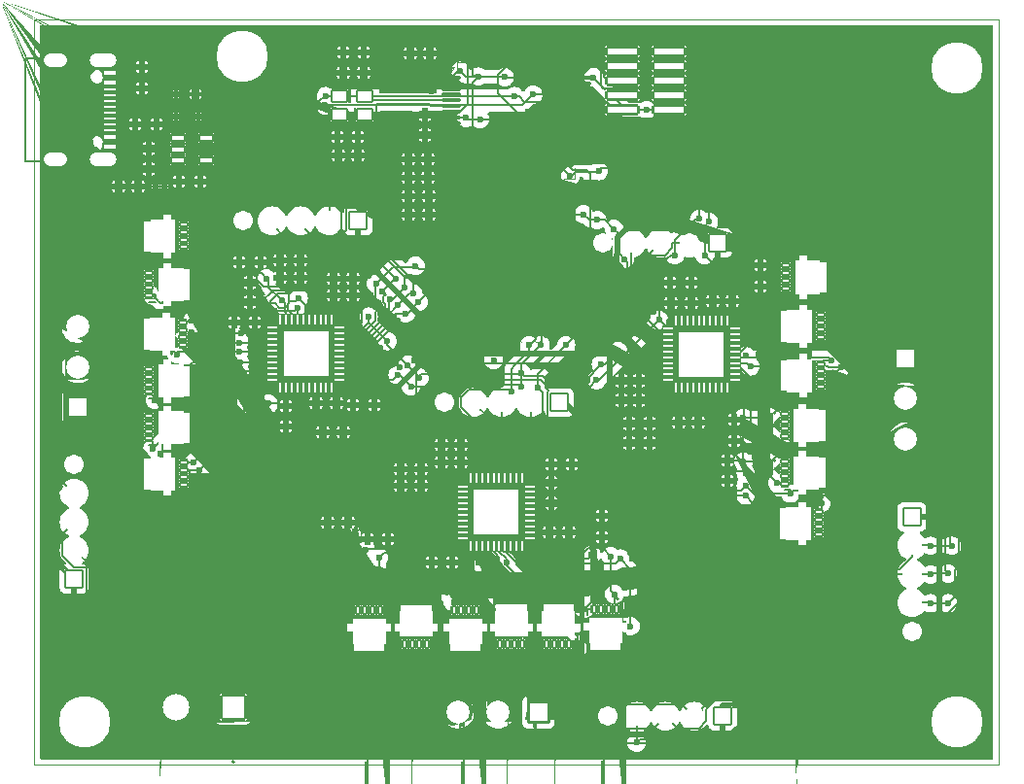
<source format=gtp>
G04 #@! TF.GenerationSoftware,KiCad,Pcbnew,8.0.6*
G04 #@! TF.CreationDate,2024-12-18T16:54:37+02:00*
G04 #@! TF.ProjectId,Wheelbase,57686565-6c62-4617-9365-2e6b69636164,rev?*
G04 #@! TF.SameCoordinates,Original*
G04 #@! TF.FileFunction,Paste,Top*
G04 #@! TF.FilePolarity,Positive*
%FSLAX46Y46*%
G04 Gerber Fmt 4.6, Leading zero omitted, Abs format (unit mm)*
G04 Created by KiCad (PCBNEW 8.0.6) date 2024-12-18 16:54:37*
%MOMM*%
%LPD*%
G01*
G04 APERTURE LIST*
G04 Aperture macros list*
%AMRoundRect*
0 Rectangle with rounded corners*
0 $1 Rounding radius*
0 $2 $3 $4 $5 $6 $7 $8 $9 X,Y pos of 4 corners*
0 Add a 4 corners polygon primitive as box body*
4,1,4,$2,$3,$4,$5,$6,$7,$8,$9,$2,$3,0*
0 Add four circle primitives for the rounded corners*
1,1,$1+$1,$2,$3*
1,1,$1+$1,$4,$5*
1,1,$1+$1,$6,$7*
1,1,$1+$1,$8,$9*
0 Add four rect primitives between the rounded corners*
20,1,$1+$1,$2,$3,$4,$5,0*
20,1,$1+$1,$4,$5,$6,$7,0*
20,1,$1+$1,$6,$7,$8,$9,0*
20,1,$1+$1,$8,$9,$2,$3,0*%
%AMFreePoly0*
4,1,61,0.203536,1.753536,0.205000,1.750000,0.205000,1.305000,1.300000,1.305000,1.303536,1.303536,1.305000,1.300000,1.305000,1.190000,1.850000,1.190000,1.853536,1.188536,1.855000,1.185000,1.855000,0.765000,1.853536,0.761464,1.850000,0.760000,1.305000,0.760000,1.305000,0.540000,1.850000,0.540000,1.853536,0.538536,1.855000,0.535000,1.855000,0.115000,1.853536,0.111464,
1.850000,0.110000,1.305000,0.110000,1.305000,-0.110000,1.850000,-0.110000,1.853536,-0.111464,1.855000,-0.115000,1.855000,-0.535000,1.853536,-0.538536,1.850000,-0.540000,1.305000,-0.540000,1.305000,-0.760000,1.850000,-0.760000,1.853536,-0.761464,1.855000,-0.765000,1.855000,-1.185000,1.853536,-1.188536,1.850000,-1.190000,1.305000,-1.190000,1.305000,-1.300000,1.303536,-1.303536,
1.300000,-1.305000,0.205000,-1.305000,0.205000,-1.750000,0.203536,-1.753536,0.200000,-1.755000,-0.200000,-1.755000,-0.203536,-1.753536,-0.205000,-1.750000,-0.205000,-1.305000,-0.600000,-1.305000,-0.603536,-1.303536,-0.605000,-1.300000,-0.605000,1.300000,-0.603536,1.303536,-0.600000,1.305000,-0.205000,1.305000,-0.205000,1.750000,-0.203536,1.753536,-0.200000,1.755000,0.200000,1.755000,
0.203536,1.753536,0.203536,1.753536,$1*%
G04 Aperture macros list end*
%ADD10C,0.010000*%
%ADD11R,1.150000X0.300000*%
%ADD12R,1.150000X0.600000*%
%ADD13RoundRect,0.237500X0.300000X0.237500X-0.300000X0.237500X-0.300000X-0.237500X0.300000X-0.237500X0*%
%ADD14R,0.700000X0.420000*%
%ADD15RoundRect,0.237500X-0.250000X-0.237500X0.250000X-0.237500X0.250000X0.237500X-0.250000X0.237500X0*%
%ADD16RoundRect,0.237500X0.237500X-0.250000X0.237500X0.250000X-0.237500X0.250000X-0.237500X-0.250000X0*%
%ADD17R,1.250000X0.600000*%
%ADD18RoundRect,0.237500X-0.300000X-0.237500X0.300000X-0.237500X0.300000X0.237500X-0.300000X0.237500X0*%
%ADD19R,1.400000X1.000000*%
%ADD20RoundRect,0.237500X0.250000X0.237500X-0.250000X0.237500X-0.250000X-0.237500X0.250000X-0.237500X0*%
%ADD21RoundRect,0.237500X0.237500X-0.300000X0.237500X0.300000X-0.237500X0.300000X-0.237500X-0.300000X0*%
%ADD22RoundRect,0.237500X-0.237500X0.300000X-0.237500X-0.300000X0.237500X-0.300000X0.237500X0.300000X0*%
%ADD23RoundRect,0.237500X-0.237500X0.250000X-0.237500X-0.250000X0.237500X-0.250000X0.237500X0.250000X0*%
%ADD24RoundRect,0.237500X-0.287500X-0.237500X0.287500X-0.237500X0.287500X0.237500X-0.287500X0.237500X0*%
%ADD25R,0.420000X0.700000*%
%ADD26RoundRect,0.075000X-0.700000X-0.075000X0.700000X-0.075000X0.700000X0.075000X-0.700000X0.075000X0*%
%ADD27RoundRect,0.075000X-0.075000X-0.700000X0.075000X-0.700000X0.075000X0.700000X-0.075000X0.700000X0*%
%ADD28RoundRect,0.237500X0.237500X-0.287500X0.237500X0.287500X-0.237500X0.287500X-0.237500X-0.287500X0*%
%ADD29RoundRect,0.030000X0.090000X-0.400000X0.090000X0.400000X-0.090000X0.400000X-0.090000X-0.400000X0*%
%ADD30RoundRect,0.030000X0.400000X-0.090000X0.400000X0.090000X-0.400000X0.090000X-0.400000X-0.090000X0*%
%ADD31RoundRect,0.237500X0.287500X0.237500X-0.287500X0.237500X-0.287500X-0.237500X0.287500X-0.237500X0*%
%ADD32RoundRect,0.030000X-0.400000X-0.090000X0.400000X-0.090000X0.400000X0.090000X-0.400000X0.090000X0*%
%ADD33RoundRect,0.030000X-0.090000X-0.400000X0.090000X-0.400000X0.090000X0.400000X-0.090000X0.400000X0*%
%ADD34RoundRect,0.030000X-0.090000X0.400000X-0.090000X-0.400000X0.090000X-0.400000X0.090000X0.400000X0*%
%ADD35RoundRect,0.030000X-0.400000X0.090000X-0.400000X-0.090000X0.400000X-0.090000X0.400000X0.090000X0*%
%ADD36RoundRect,0.175000X-0.325000X0.175000X-0.325000X-0.175000X0.325000X-0.175000X0.325000X0.175000X0*%
%ADD37RoundRect,0.150000X-0.150000X0.200000X-0.150000X-0.200000X0.150000X-0.200000X0.150000X0.200000X0*%
%ADD38RoundRect,0.090000X0.139000X0.090000X-0.139000X0.090000X-0.139000X-0.090000X0.139000X-0.090000X0*%
%ADD39R,2.790000X0.740000*%
G04 #@! TA.AperFunction,ComponentPad*
%ADD40C,0.700000*%
G04 #@! TD*
G04 #@! TA.AperFunction,ComponentPad*
%ADD41C,4.400000*%
G04 #@! TD*
G04 #@! TA.AperFunction,ComponentPad*
%ADD42O,1.850000X1.050000*%
G04 #@! TD*
G04 #@! TA.AperFunction,ComponentPad*
%ADD43O,2.150000X1.050000*%
G04 #@! TD*
G04 #@! TA.AperFunction,ComponentPad*
%ADD44R,1.508000X1.508000*%
G04 #@! TD*
G04 #@! TA.AperFunction,ComponentPad*
%ADD45C,1.508000*%
G04 #@! TD*
G04 #@! TA.AperFunction,ComponentPad*
%ADD46R,2.100000X2.100000*%
G04 #@! TD*
G04 #@! TA.AperFunction,ComponentPad*
%ADD47C,2.100000*%
G04 #@! TD*
G04 #@! TA.AperFunction,ComponentPad*
%ADD48R,1.800000X1.800000*%
G04 #@! TD*
G04 #@! TA.AperFunction,ComponentPad*
%ADD49C,1.800000*%
G04 #@! TD*
G04 #@! TA.AperFunction,ViaPad*
%ADD50C,0.600000*%
G04 #@! TD*
G04 #@! TA.AperFunction,Conductor*
%ADD51C,0.200000*%
G04 #@! TD*
%ADD52C,0.800000*%
%ADD53C,4.500000*%
%ADD54O,2.054000X1.254000*%
%ADD55O,2.354000X1.254000*%
%ADD56C,0.750000*%
%ADD57RoundRect,0.102000X-0.754000X0.754000X-0.754000X-0.754000X0.754000X-0.754000X0.754000X0.754000X0*%
%ADD58C,1.712000*%
%ADD59RoundRect,0.102000X-0.754000X-0.754000X0.754000X-0.754000X0.754000X0.754000X-0.754000X0.754000X0*%
%ADD60RoundRect,0.102000X0.754000X-0.754000X0.754000X0.754000X-0.754000X0.754000X-0.754000X-0.754000X0*%
%ADD61RoundRect,0.102000X1.050000X1.050000X-1.050000X1.050000X-1.050000X-1.050000X1.050000X-1.050000X0*%
%ADD62C,2.304000*%
%ADD63RoundRect,0.102000X0.900000X0.900000X-0.900000X0.900000X-0.900000X-0.900000X0.900000X-0.900000X0*%
%ADD64C,2.004000*%
%ADD65RoundRect,0.102000X0.900000X-0.900000X0.900000X0.900000X-0.900000X0.900000X-0.900000X-0.900000X0*%
%ADD66RoundRect,0.102000X-0.900000X0.900000X-0.900000X-0.900000X0.900000X-0.900000X0.900000X0.900000X0*%
G04 #@! TA.AperFunction,SMDPad,CuDef*
%ADD67R,1.150000X0.300000*%
G04 #@! TD*
G04 #@! TA.AperFunction,SMDPad,CuDef*
%ADD68R,1.150000X0.600000*%
G04 #@! TD*
G04 #@! TA.AperFunction,SMDPad,CuDef*
%ADD69RoundRect,0.237500X0.300000X0.237500X-0.300000X0.237500X-0.300000X-0.237500X0.300000X-0.237500X0*%
G04 #@! TD*
G04 #@! TA.AperFunction,SMDPad,CuDef*
%ADD70R,0.700000X0.420000*%
G04 #@! TD*
G04 #@! TA.AperFunction,SMDPad,CuDef*
%ADD71FreePoly0,180.000000*%
G04 #@! TD*
G04 #@! TA.AperFunction,SMDPad,CuDef*
%ADD72FreePoly0,0.000000*%
G04 #@! TD*
G04 #@! TA.AperFunction,SMDPad,CuDef*
%ADD73RoundRect,0.237500X-0.250000X-0.237500X0.250000X-0.237500X0.250000X0.237500X-0.250000X0.237500X0*%
G04 #@! TD*
G04 #@! TA.AperFunction,SMDPad,CuDef*
%ADD74RoundRect,0.237500X0.237500X-0.250000X0.237500X0.250000X-0.237500X0.250000X-0.237500X-0.250000X0*%
G04 #@! TD*
G04 #@! TA.AperFunction,SMDPad,CuDef*
%ADD75R,1.250000X0.600000*%
G04 #@! TD*
G04 #@! TA.AperFunction,SMDPad,CuDef*
%ADD76RoundRect,0.237500X-0.300000X-0.237500X0.300000X-0.237500X0.300000X0.237500X-0.300000X0.237500X0*%
G04 #@! TD*
G04 #@! TA.AperFunction,SMDPad,CuDef*
%ADD77R,1.400000X1.000000*%
G04 #@! TD*
G04 #@! TA.AperFunction,SMDPad,CuDef*
%ADD78RoundRect,0.237500X0.250000X0.237500X-0.250000X0.237500X-0.250000X-0.237500X0.250000X-0.237500X0*%
G04 #@! TD*
G04 #@! TA.AperFunction,SMDPad,CuDef*
%ADD79RoundRect,0.237500X0.237500X-0.300000X0.237500X0.300000X-0.237500X0.300000X-0.237500X-0.300000X0*%
G04 #@! TD*
G04 #@! TA.AperFunction,SMDPad,CuDef*
%ADD80RoundRect,0.237500X-0.237500X0.300000X-0.237500X-0.300000X0.237500X-0.300000X0.237500X0.300000X0*%
G04 #@! TD*
G04 #@! TA.AperFunction,SMDPad,CuDef*
%ADD81RoundRect,0.237500X-0.237500X0.250000X-0.237500X-0.250000X0.237500X-0.250000X0.237500X0.250000X0*%
G04 #@! TD*
G04 #@! TA.AperFunction,SMDPad,CuDef*
%ADD82RoundRect,0.237500X-0.287500X-0.237500X0.287500X-0.237500X0.287500X0.237500X-0.287500X0.237500X0*%
G04 #@! TD*
G04 #@! TA.AperFunction,SMDPad,CuDef*
%ADD83R,0.420000X0.700000*%
G04 #@! TD*
G04 #@! TA.AperFunction,SMDPad,CuDef*
%ADD84FreePoly0,270.000000*%
G04 #@! TD*
G04 #@! TA.AperFunction,SMDPad,CuDef*
%ADD85FreePoly0,90.000000*%
G04 #@! TD*
G04 #@! TA.AperFunction,SMDPad,CuDef*
%ADD86RoundRect,0.075000X-0.700000X-0.075000X0.700000X-0.075000X0.700000X0.075000X-0.700000X0.075000X0*%
G04 #@! TD*
G04 #@! TA.AperFunction,SMDPad,CuDef*
%ADD87RoundRect,0.075000X-0.075000X-0.700000X0.075000X-0.700000X0.075000X0.700000X-0.075000X0.700000X0*%
G04 #@! TD*
G04 #@! TA.AperFunction,SMDPad,CuDef*
%ADD88RoundRect,0.237500X0.237500X-0.287500X0.237500X0.287500X-0.237500X0.287500X-0.237500X-0.287500X0*%
G04 #@! TD*
G04 #@! TA.AperFunction,SMDPad,CuDef*
%ADD89RoundRect,0.030000X0.090000X-0.400000X0.090000X0.400000X-0.090000X0.400000X-0.090000X-0.400000X0*%
G04 #@! TD*
G04 #@! TA.AperFunction,SMDPad,CuDef*
%ADD90RoundRect,0.030000X0.400000X-0.090000X0.400000X0.090000X-0.400000X0.090000X-0.400000X-0.090000X0*%
G04 #@! TD*
G04 #@! TA.AperFunction,SMDPad,CuDef*
%ADD91R,4.150000X4.150000*%
G04 #@! TD*
G04 #@! TA.AperFunction,SMDPad,CuDef*
%ADD92RoundRect,0.237500X0.287500X0.237500X-0.287500X0.237500X-0.287500X-0.237500X0.287500X-0.237500X0*%
G04 #@! TD*
G04 #@! TA.AperFunction,SMDPad,CuDef*
%ADD93RoundRect,0.030000X-0.400000X-0.090000X0.400000X-0.090000X0.400000X0.090000X-0.400000X0.090000X0*%
G04 #@! TD*
G04 #@! TA.AperFunction,SMDPad,CuDef*
%ADD94RoundRect,0.030000X-0.090000X-0.400000X0.090000X-0.400000X0.090000X0.400000X-0.090000X0.400000X0*%
G04 #@! TD*
G04 #@! TA.AperFunction,SMDPad,CuDef*
%ADD95RoundRect,0.030000X-0.090000X0.400000X-0.090000X-0.400000X0.090000X-0.400000X0.090000X0.400000X0*%
G04 #@! TD*
G04 #@! TA.AperFunction,SMDPad,CuDef*
%ADD96RoundRect,0.030000X-0.400000X0.090000X-0.400000X-0.090000X0.400000X-0.090000X0.400000X0.090000X0*%
G04 #@! TD*
G04 #@! TA.AperFunction,SMDPad,CuDef*
%ADD97RoundRect,0.175000X-0.325000X0.175000X-0.325000X-0.175000X0.325000X-0.175000X0.325000X0.175000X0*%
G04 #@! TD*
G04 #@! TA.AperFunction,SMDPad,CuDef*
%ADD98RoundRect,0.150000X-0.150000X0.200000X-0.150000X-0.200000X0.150000X-0.200000X0.150000X0.200000X0*%
G04 #@! TD*
G04 #@! TA.AperFunction,SMDPad,CuDef*
%ADD99RoundRect,0.100000X0.217500X0.100000X-0.217500X0.100000X-0.217500X-0.100000X0.217500X-0.100000X0*%
G04 #@! TD*
G04 #@! TA.AperFunction,SMDPad,CuDef*
%ADD100R,2.790000X0.740000*%
G04 #@! TD*
G04 #@! TA.AperFunction,Conductor*
%ADD101C,0.500000*%
G04 #@! TD*
G04 #@! TA.AperFunction,Conductor*
%ADD102C,0.400000*%
G04 #@! TD*
%ADD103RoundRect,0.102000X-0.575000X0.150000X-0.575000X-0.150000X0.575000X-0.150000X0.575000X0.150000X0*%
%ADD104RoundRect,0.102000X-0.575000X0.300000X-0.575000X-0.300000X0.575000X-0.300000X0.575000X0.300000X0*%
%ADD105RoundRect,0.262500X0.325000X0.262500X-0.325000X0.262500X-0.325000X-0.262500X0.325000X-0.262500X0*%
%ADD106RoundRect,0.102000X0.350000X0.210000X-0.350000X0.210000X-0.350000X-0.210000X0.350000X-0.210000X0*%
%ADD107RoundRect,0.102000X-0.350000X-0.210000X0.350000X-0.210000X0.350000X0.210000X-0.350000X0.210000X0*%
%ADD108RoundRect,0.262500X-0.275000X-0.262500X0.275000X-0.262500X0.275000X0.262500X-0.275000X0.262500X0*%
%ADD109RoundRect,0.262500X0.262500X-0.275000X0.262500X0.275000X-0.262500X0.275000X-0.262500X-0.275000X0*%
%ADD110RoundRect,0.102000X-0.625000X-0.300000X0.625000X-0.300000X0.625000X0.300000X-0.625000X0.300000X0*%
%ADD111RoundRect,0.262500X-0.325000X-0.262500X0.325000X-0.262500X0.325000X0.262500X-0.325000X0.262500X0*%
%ADD112RoundRect,0.102000X0.700000X0.500000X-0.700000X0.500000X-0.700000X-0.500000X0.700000X-0.500000X0*%
%ADD113RoundRect,0.262500X0.275000X0.262500X-0.275000X0.262500X-0.275000X-0.262500X0.275000X-0.262500X0*%
%ADD114RoundRect,0.262500X0.262500X-0.325000X0.262500X0.325000X-0.262500X0.325000X-0.262500X-0.325000X0*%
%ADD115RoundRect,0.262500X-0.262500X0.325000X-0.262500X-0.325000X0.262500X-0.325000X0.262500X0.325000X0*%
%ADD116RoundRect,0.262500X-0.262500X0.275000X-0.262500X-0.275000X0.262500X-0.275000X0.262500X0.275000X0*%
%ADD117RoundRect,0.262500X-0.312500X-0.262500X0.312500X-0.262500X0.312500X0.262500X-0.312500X0.262500X0*%
%ADD118RoundRect,0.102000X-0.210000X0.350000X-0.210000X-0.350000X0.210000X-0.350000X0.210000X0.350000X0*%
%ADD119RoundRect,0.102000X0.210000X-0.350000X0.210000X0.350000X-0.210000X0.350000X-0.210000X-0.350000X0*%
%ADD120RoundRect,0.100000X-0.725000X-0.100000X0.725000X-0.100000X0.725000X0.100000X-0.725000X0.100000X0*%
%ADD121RoundRect,0.100000X-0.100000X-0.725000X0.100000X-0.725000X0.100000X0.725000X-0.100000X0.725000X0*%
%ADD122RoundRect,0.262500X0.262500X-0.312500X0.262500X0.312500X-0.262500X0.312500X-0.262500X-0.312500X0*%
%ADD123RoundRect,0.055500X0.166500X-0.476500X0.166500X0.476500X-0.166500X0.476500X-0.166500X-0.476500X0*%
%ADD124RoundRect,0.055500X0.476500X-0.166500X0.476500X0.166500X-0.476500X0.166500X-0.476500X-0.166500X0*%
%ADD125RoundRect,0.102000X2.075000X-2.075000X2.075000X2.075000X-2.075000X2.075000X-2.075000X-2.075000X0*%
%ADD126RoundRect,0.262500X0.312500X0.262500X-0.312500X0.262500X-0.312500X-0.262500X0.312500X-0.262500X0*%
%ADD127RoundRect,0.055500X-0.476500X-0.166500X0.476500X-0.166500X0.476500X0.166500X-0.476500X0.166500X0*%
%ADD128RoundRect,0.055500X-0.166500X-0.476500X0.166500X-0.476500X0.166500X0.476500X-0.166500X0.476500X0*%
%ADD129RoundRect,0.102000X-2.075000X-2.075000X2.075000X-2.075000X2.075000X2.075000X-2.075000X2.075000X0*%
%ADD130RoundRect,0.055500X-0.166500X0.476500X-0.166500X-0.476500X0.166500X-0.476500X0.166500X0.476500X0*%
%ADD131RoundRect,0.055500X-0.476500X0.166500X-0.476500X-0.166500X0.476500X-0.166500X0.476500X0.166500X0*%
%ADD132RoundRect,0.102000X-2.075000X2.075000X-2.075000X-2.075000X2.075000X-2.075000X2.075000X2.075000X0*%
%ADD133RoundRect,0.200000X-0.350000X0.200000X-0.350000X-0.200000X0.350000X-0.200000X0.350000X0.200000X0*%
%ADD134RoundRect,0.175000X-0.175000X0.225000X-0.175000X-0.225000X0.175000X-0.225000X0.175000X0.225000X0*%
%ADD135RoundRect,0.125000X0.242500X0.125000X-0.242500X0.125000X-0.242500X-0.125000X0.242500X-0.125000X0*%
%ADD136RoundRect,0.102000X1.395000X-0.370000X1.395000X0.370000X-1.395000X0.370000X-1.395000X-0.370000X0*%
%ADD137C,0.100000*%
%ADD138C,0.150000*%
%ADD139C,0.127000*%
%ADD140C,0.120000*%
%ADD141C,0.200000*%
G04 #@! TA.AperFunction,Profile*
%ADD142C,0.050000*%
G04 #@! TD*
G04 APERTURE END LIST*
D10*
X178310000Y-91715000D02*
X177760000Y-91715000D01*
X177760000Y-91295000D01*
X178310000Y-91295000D01*
X178310000Y-91715000D01*
G36*
X178310000Y-91715000D02*
G01*
X177760000Y-91715000D01*
X177760000Y-91295000D01*
X178310000Y-91295000D01*
X178310000Y-91715000D01*
G37*
X178310000Y-92365000D02*
X177760000Y-92365000D01*
X177760000Y-91945000D01*
X178310000Y-91945000D01*
X178310000Y-92365000D01*
G36*
X178310000Y-92365000D02*
G01*
X177760000Y-92365000D01*
X177760000Y-91945000D01*
X178310000Y-91945000D01*
X178310000Y-92365000D01*
G37*
X178310000Y-93015000D02*
X177760000Y-93015000D01*
X177760000Y-92595000D01*
X178310000Y-92595000D01*
X178310000Y-93015000D01*
G36*
X178310000Y-93015000D02*
G01*
X177760000Y-93015000D01*
X177760000Y-92595000D01*
X178310000Y-92595000D01*
X178310000Y-93015000D01*
G37*
X178310000Y-93665000D02*
X177760000Y-93665000D01*
X177760000Y-93245000D01*
X178310000Y-93245000D01*
X178310000Y-93665000D01*
G36*
X178310000Y-93665000D02*
G01*
X177760000Y-93665000D01*
X177760000Y-93245000D01*
X178310000Y-93245000D01*
X178310000Y-93665000D01*
G37*
X179810000Y-91180000D02*
X179410000Y-91180000D01*
X179410000Y-90730000D01*
X179810000Y-90730000D01*
X179810000Y-91180000D01*
G36*
X179810000Y-91180000D02*
G01*
X179410000Y-91180000D01*
X179410000Y-90730000D01*
X179810000Y-90730000D01*
X179810000Y-91180000D01*
G37*
X179810000Y-94230000D02*
X179410000Y-94230000D01*
X179410000Y-93780000D01*
X179810000Y-93780000D01*
X179810000Y-94230000D01*
G36*
X179810000Y-94230000D02*
G01*
X179410000Y-94230000D01*
X179410000Y-93780000D01*
X179810000Y-93780000D01*
X179810000Y-94230000D01*
G37*
X179931000Y-93399000D02*
X178589000Y-93399000D01*
X178589000Y-91561000D01*
X179931000Y-91561000D01*
X179931000Y-93399000D01*
G36*
X179931000Y-93399000D02*
G01*
X178589000Y-93399000D01*
X178589000Y-91561000D01*
X179931000Y-91561000D01*
X179931000Y-93399000D01*
G37*
X125196000Y-102244000D02*
X123854000Y-102244000D01*
X123854000Y-100406000D01*
X125196000Y-100406000D01*
X125196000Y-102244000D01*
G36*
X125196000Y-102244000D02*
G01*
X123854000Y-102244000D01*
X123854000Y-100406000D01*
X125196000Y-100406000D01*
X125196000Y-102244000D01*
G37*
X124375000Y-100025000D02*
X123975000Y-100025000D01*
X123975000Y-99575000D01*
X124375000Y-99575000D01*
X124375000Y-100025000D01*
G36*
X124375000Y-100025000D02*
G01*
X123975000Y-100025000D01*
X123975000Y-99575000D01*
X124375000Y-99575000D01*
X124375000Y-100025000D01*
G37*
X124375000Y-103075000D02*
X123975000Y-103075000D01*
X123975000Y-102625000D01*
X124375000Y-102625000D01*
X124375000Y-103075000D01*
G36*
X124375000Y-103075000D02*
G01*
X123975000Y-103075000D01*
X123975000Y-102625000D01*
X124375000Y-102625000D01*
X124375000Y-103075000D01*
G37*
X126025000Y-100560000D02*
X125475000Y-100560000D01*
X125475000Y-100140000D01*
X126025000Y-100140000D01*
X126025000Y-100560000D01*
G36*
X126025000Y-100560000D02*
G01*
X125475000Y-100560000D01*
X125475000Y-100140000D01*
X126025000Y-100140000D01*
X126025000Y-100560000D01*
G37*
X126025000Y-101210000D02*
X125475000Y-101210000D01*
X125475000Y-100790000D01*
X126025000Y-100790000D01*
X126025000Y-101210000D01*
G36*
X126025000Y-101210000D02*
G01*
X125475000Y-101210000D01*
X125475000Y-100790000D01*
X126025000Y-100790000D01*
X126025000Y-101210000D01*
G37*
X126025000Y-101860000D02*
X125475000Y-101860000D01*
X125475000Y-101440000D01*
X126025000Y-101440000D01*
X126025000Y-101860000D01*
G36*
X126025000Y-101860000D02*
G01*
X125475000Y-101860000D01*
X125475000Y-101440000D01*
X126025000Y-101440000D01*
X126025000Y-101860000D01*
G37*
X126025000Y-102510000D02*
X125475000Y-102510000D01*
X125475000Y-102090000D01*
X126025000Y-102090000D01*
X126025000Y-102510000D01*
G36*
X126025000Y-102510000D02*
G01*
X125475000Y-102510000D01*
X125475000Y-102090000D01*
X126025000Y-102090000D01*
X126025000Y-102510000D01*
G37*
X122837500Y-92385000D02*
X122287500Y-92385000D01*
X122287500Y-91965000D01*
X122837500Y-91965000D01*
X122837500Y-92385000D01*
G36*
X122837500Y-92385000D02*
G01*
X122287500Y-92385000D01*
X122287500Y-91965000D01*
X122837500Y-91965000D01*
X122837500Y-92385000D01*
G37*
X122837500Y-93035000D02*
X122287500Y-93035000D01*
X122287500Y-92615000D01*
X122837500Y-92615000D01*
X122837500Y-93035000D01*
G36*
X122837500Y-93035000D02*
G01*
X122287500Y-93035000D01*
X122287500Y-92615000D01*
X122837500Y-92615000D01*
X122837500Y-93035000D01*
G37*
X122837500Y-93685000D02*
X122287500Y-93685000D01*
X122287500Y-93265000D01*
X122837500Y-93265000D01*
X122837500Y-93685000D01*
G36*
X122837500Y-93685000D02*
G01*
X122287500Y-93685000D01*
X122287500Y-93265000D01*
X122837500Y-93265000D01*
X122837500Y-93685000D01*
G37*
X122837500Y-94335000D02*
X122287500Y-94335000D01*
X122287500Y-93915000D01*
X122837500Y-93915000D01*
X122837500Y-94335000D01*
G36*
X122837500Y-94335000D02*
G01*
X122287500Y-94335000D01*
X122287500Y-93915000D01*
X122837500Y-93915000D01*
X122837500Y-94335000D01*
G37*
X124337500Y-91850000D02*
X123937500Y-91850000D01*
X123937500Y-91400000D01*
X124337500Y-91400000D01*
X124337500Y-91850000D01*
G36*
X124337500Y-91850000D02*
G01*
X123937500Y-91850000D01*
X123937500Y-91400000D01*
X124337500Y-91400000D01*
X124337500Y-91850000D01*
G37*
X124337500Y-94900000D02*
X123937500Y-94900000D01*
X123937500Y-94450000D01*
X124337500Y-94450000D01*
X124337500Y-94900000D01*
G36*
X124337500Y-94900000D02*
G01*
X123937500Y-94900000D01*
X123937500Y-94450000D01*
X124337500Y-94450000D01*
X124337500Y-94900000D01*
G37*
X124458500Y-94069000D02*
X123116500Y-94069000D01*
X123116500Y-92231000D01*
X124458500Y-92231000D01*
X124458500Y-94069000D01*
G36*
X124458500Y-94069000D02*
G01*
X123116500Y-94069000D01*
X123116500Y-92231000D01*
X124458500Y-92231000D01*
X124458500Y-94069000D01*
G37*
X178310000Y-96015000D02*
X177760000Y-96015000D01*
X177760000Y-95595000D01*
X178310000Y-95595000D01*
X178310000Y-96015000D01*
G36*
X178310000Y-96015000D02*
G01*
X177760000Y-96015000D01*
X177760000Y-95595000D01*
X178310000Y-95595000D01*
X178310000Y-96015000D01*
G37*
X178310000Y-96665000D02*
X177760000Y-96665000D01*
X177760000Y-96245000D01*
X178310000Y-96245000D01*
X178310000Y-96665000D01*
G36*
X178310000Y-96665000D02*
G01*
X177760000Y-96665000D01*
X177760000Y-96245000D01*
X178310000Y-96245000D01*
X178310000Y-96665000D01*
G37*
X178310000Y-97315000D02*
X177760000Y-97315000D01*
X177760000Y-96895000D01*
X178310000Y-96895000D01*
X178310000Y-97315000D01*
G36*
X178310000Y-97315000D02*
G01*
X177760000Y-97315000D01*
X177760000Y-96895000D01*
X178310000Y-96895000D01*
X178310000Y-97315000D01*
G37*
X178310000Y-97965000D02*
X177760000Y-97965000D01*
X177760000Y-97545000D01*
X178310000Y-97545000D01*
X178310000Y-97965000D01*
G36*
X178310000Y-97965000D02*
G01*
X177760000Y-97965000D01*
X177760000Y-97545000D01*
X178310000Y-97545000D01*
X178310000Y-97965000D01*
G37*
X179810000Y-95480000D02*
X179410000Y-95480000D01*
X179410000Y-95030000D01*
X179810000Y-95030000D01*
X179810000Y-95480000D01*
G36*
X179810000Y-95480000D02*
G01*
X179410000Y-95480000D01*
X179410000Y-95030000D01*
X179810000Y-95030000D01*
X179810000Y-95480000D01*
G37*
X179810000Y-98530000D02*
X179410000Y-98530000D01*
X179410000Y-98080000D01*
X179810000Y-98080000D01*
X179810000Y-98530000D01*
G36*
X179810000Y-98530000D02*
G01*
X179410000Y-98530000D01*
X179410000Y-98080000D01*
X179810000Y-98080000D01*
X179810000Y-98530000D01*
G37*
X179931000Y-97699000D02*
X178589000Y-97699000D01*
X178589000Y-95861000D01*
X179931000Y-95861000D01*
X179931000Y-97699000D01*
G36*
X179931000Y-97699000D02*
G01*
X178589000Y-97699000D01*
X178589000Y-95861000D01*
X179931000Y-95861000D01*
X179931000Y-97699000D01*
G37*
X180531000Y-102024000D02*
X179189000Y-102024000D01*
X179189000Y-100186000D01*
X180531000Y-100186000D01*
X180531000Y-102024000D01*
G36*
X180531000Y-102024000D02*
G01*
X179189000Y-102024000D01*
X179189000Y-100186000D01*
X180531000Y-100186000D01*
X180531000Y-102024000D01*
G37*
X179710000Y-99805000D02*
X179310000Y-99805000D01*
X179310000Y-99355000D01*
X179710000Y-99355000D01*
X179710000Y-99805000D01*
G36*
X179710000Y-99805000D02*
G01*
X179310000Y-99805000D01*
X179310000Y-99355000D01*
X179710000Y-99355000D01*
X179710000Y-99805000D01*
G37*
X179710000Y-102855000D02*
X179310000Y-102855000D01*
X179310000Y-102405000D01*
X179710000Y-102405000D01*
X179710000Y-102855000D01*
G36*
X179710000Y-102855000D02*
G01*
X179310000Y-102855000D01*
X179310000Y-102405000D01*
X179710000Y-102405000D01*
X179710000Y-102855000D01*
G37*
X181360000Y-100340000D02*
X180810000Y-100340000D01*
X180810000Y-99920000D01*
X181360000Y-99920000D01*
X181360000Y-100340000D01*
G36*
X181360000Y-100340000D02*
G01*
X180810000Y-100340000D01*
X180810000Y-99920000D01*
X181360000Y-99920000D01*
X181360000Y-100340000D01*
G37*
X181360000Y-100990000D02*
X180810000Y-100990000D01*
X180810000Y-100570000D01*
X181360000Y-100570000D01*
X181360000Y-100990000D01*
G36*
X181360000Y-100990000D02*
G01*
X180810000Y-100990000D01*
X180810000Y-100570000D01*
X181360000Y-100570000D01*
X181360000Y-100990000D01*
G37*
X181360000Y-101640000D02*
X180810000Y-101640000D01*
X180810000Y-101220000D01*
X181360000Y-101220000D01*
X181360000Y-101640000D01*
G36*
X181360000Y-101640000D02*
G01*
X180810000Y-101640000D01*
X180810000Y-101220000D01*
X181360000Y-101220000D01*
X181360000Y-101640000D01*
G37*
X181360000Y-102290000D02*
X180810000Y-102290000D01*
X180810000Y-101870000D01*
X181360000Y-101870000D01*
X181360000Y-102290000D01*
G36*
X181360000Y-102290000D02*
G01*
X180810000Y-102290000D01*
X180810000Y-101870000D01*
X181360000Y-101870000D01*
X181360000Y-102290000D01*
G37*
X148875000Y-118950000D02*
X148425000Y-118950000D01*
X148425000Y-118550000D01*
X148875000Y-118550000D01*
X148875000Y-118950000D01*
G36*
X148875000Y-118950000D02*
G01*
X148425000Y-118950000D01*
X148425000Y-118550000D01*
X148875000Y-118550000D01*
X148875000Y-118950000D01*
G37*
X149410000Y-120600000D02*
X148990000Y-120600000D01*
X148990000Y-120050000D01*
X149410000Y-120050000D01*
X149410000Y-120600000D01*
G36*
X149410000Y-120600000D02*
G01*
X148990000Y-120600000D01*
X148990000Y-120050000D01*
X149410000Y-120050000D01*
X149410000Y-120600000D01*
G37*
X150060000Y-120600000D02*
X149640000Y-120600000D01*
X149640000Y-120050000D01*
X150060000Y-120050000D01*
X150060000Y-120600000D01*
G36*
X150060000Y-120600000D02*
G01*
X149640000Y-120600000D01*
X149640000Y-120050000D01*
X150060000Y-120050000D01*
X150060000Y-120600000D01*
G37*
X150710000Y-120600000D02*
X150290000Y-120600000D01*
X150290000Y-120050000D01*
X150710000Y-120050000D01*
X150710000Y-120600000D01*
G36*
X150710000Y-120600000D02*
G01*
X150290000Y-120600000D01*
X150290000Y-120050000D01*
X150710000Y-120050000D01*
X150710000Y-120600000D01*
G37*
X151094000Y-119771000D02*
X149256000Y-119771000D01*
X149256000Y-118429000D01*
X151094000Y-118429000D01*
X151094000Y-119771000D01*
G36*
X151094000Y-119771000D02*
G01*
X149256000Y-119771000D01*
X149256000Y-118429000D01*
X151094000Y-118429000D01*
X151094000Y-119771000D01*
G37*
X151360000Y-120600000D02*
X150940000Y-120600000D01*
X150940000Y-120050000D01*
X151360000Y-120050000D01*
X151360000Y-120600000D01*
G36*
X151360000Y-120600000D02*
G01*
X150940000Y-120600000D01*
X150940000Y-120050000D01*
X151360000Y-120050000D01*
X151360000Y-120600000D01*
G37*
X151925000Y-118950000D02*
X151475000Y-118950000D01*
X151475000Y-118550000D01*
X151925000Y-118550000D01*
X151925000Y-118950000D01*
G36*
X151925000Y-118950000D02*
G01*
X151475000Y-118950000D01*
X151475000Y-118550000D01*
X151925000Y-118550000D01*
X151925000Y-118950000D01*
G37*
X152875000Y-118912500D02*
X152425000Y-118912500D01*
X152425000Y-118512500D01*
X152875000Y-118512500D01*
X152875000Y-118912500D01*
G36*
X152875000Y-118912500D02*
G01*
X152425000Y-118912500D01*
X152425000Y-118512500D01*
X152875000Y-118512500D01*
X152875000Y-118912500D01*
G37*
X153410000Y-117412500D02*
X152990000Y-117412500D01*
X152990000Y-116862500D01*
X153410000Y-116862500D01*
X153410000Y-117412500D01*
G36*
X153410000Y-117412500D02*
G01*
X152990000Y-117412500D01*
X152990000Y-116862500D01*
X153410000Y-116862500D01*
X153410000Y-117412500D01*
G37*
X155094000Y-119033500D02*
X153256000Y-119033500D01*
X153256000Y-117691500D01*
X155094000Y-117691500D01*
X155094000Y-119033500D01*
G36*
X155094000Y-119033500D02*
G01*
X153256000Y-119033500D01*
X153256000Y-117691500D01*
X155094000Y-117691500D01*
X155094000Y-119033500D01*
G37*
X154060000Y-117412500D02*
X153640000Y-117412500D01*
X153640000Y-116862500D01*
X154060000Y-116862500D01*
X154060000Y-117412500D01*
G36*
X154060000Y-117412500D02*
G01*
X153640000Y-117412500D01*
X153640000Y-116862500D01*
X154060000Y-116862500D01*
X154060000Y-117412500D01*
G37*
X154710000Y-117412500D02*
X154290000Y-117412500D01*
X154290000Y-116862500D01*
X154710000Y-116862500D01*
X154710000Y-117412500D01*
G36*
X154710000Y-117412500D02*
G01*
X154290000Y-117412500D01*
X154290000Y-116862500D01*
X154710000Y-116862500D01*
X154710000Y-117412500D01*
G37*
X155360000Y-117412500D02*
X154940000Y-117412500D01*
X154940000Y-116862500D01*
X155360000Y-116862500D01*
X155360000Y-117412500D01*
G36*
X155360000Y-117412500D02*
G01*
X154940000Y-117412500D01*
X154940000Y-116862500D01*
X155360000Y-116862500D01*
X155360000Y-117412500D01*
G37*
X155925000Y-118912500D02*
X155475000Y-118912500D01*
X155475000Y-118512500D01*
X155925000Y-118512500D01*
X155925000Y-118912500D01*
G36*
X155925000Y-118912500D02*
G01*
X155475000Y-118912500D01*
X155475000Y-118512500D01*
X155925000Y-118512500D01*
X155925000Y-118912500D01*
G37*
X125196000Y-98169000D02*
X123854000Y-98169000D01*
X123854000Y-96331000D01*
X125196000Y-96331000D01*
X125196000Y-98169000D01*
G36*
X125196000Y-98169000D02*
G01*
X123854000Y-98169000D01*
X123854000Y-96331000D01*
X125196000Y-96331000D01*
X125196000Y-98169000D01*
G37*
X124375000Y-95950000D02*
X123975000Y-95950000D01*
X123975000Y-95500000D01*
X124375000Y-95500000D01*
X124375000Y-95950000D01*
G36*
X124375000Y-95950000D02*
G01*
X123975000Y-95950000D01*
X123975000Y-95500000D01*
X124375000Y-95500000D01*
X124375000Y-95950000D01*
G37*
X124375000Y-99000000D02*
X123975000Y-99000000D01*
X123975000Y-98550000D01*
X124375000Y-98550000D01*
X124375000Y-99000000D01*
G36*
X124375000Y-99000000D02*
G01*
X123975000Y-99000000D01*
X123975000Y-98550000D01*
X124375000Y-98550000D01*
X124375000Y-99000000D01*
G37*
X126025000Y-96485000D02*
X125475000Y-96485000D01*
X125475000Y-96065000D01*
X126025000Y-96065000D01*
X126025000Y-96485000D01*
G36*
X126025000Y-96485000D02*
G01*
X125475000Y-96485000D01*
X125475000Y-96065000D01*
X126025000Y-96065000D01*
X126025000Y-96485000D01*
G37*
X126025000Y-97135000D02*
X125475000Y-97135000D01*
X125475000Y-96715000D01*
X126025000Y-96715000D01*
X126025000Y-97135000D01*
G36*
X126025000Y-97135000D02*
G01*
X125475000Y-97135000D01*
X125475000Y-96715000D01*
X126025000Y-96715000D01*
X126025000Y-97135000D01*
G37*
X126025000Y-97785000D02*
X125475000Y-97785000D01*
X125475000Y-97365000D01*
X126025000Y-97365000D01*
X126025000Y-97785000D01*
G36*
X126025000Y-97785000D02*
G01*
X125475000Y-97785000D01*
X125475000Y-97365000D01*
X126025000Y-97365000D01*
X126025000Y-97785000D01*
G37*
X126025000Y-98435000D02*
X125475000Y-98435000D01*
X125475000Y-98015000D01*
X126025000Y-98015000D01*
X126025000Y-98435000D01*
G36*
X126025000Y-98435000D02*
G01*
X125475000Y-98435000D01*
X125475000Y-98015000D01*
X126025000Y-98015000D01*
X126025000Y-98435000D01*
G37*
X144575000Y-118950000D02*
X144125000Y-118950000D01*
X144125000Y-118550000D01*
X144575000Y-118550000D01*
X144575000Y-118950000D01*
G36*
X144575000Y-118950000D02*
G01*
X144125000Y-118950000D01*
X144125000Y-118550000D01*
X144575000Y-118550000D01*
X144575000Y-118950000D01*
G37*
X145110000Y-117450000D02*
X144690000Y-117450000D01*
X144690000Y-116900000D01*
X145110000Y-116900000D01*
X145110000Y-117450000D01*
G36*
X145110000Y-117450000D02*
G01*
X144690000Y-117450000D01*
X144690000Y-116900000D01*
X145110000Y-116900000D01*
X145110000Y-117450000D01*
G37*
X146794000Y-119071000D02*
X144956000Y-119071000D01*
X144956000Y-117729000D01*
X146794000Y-117729000D01*
X146794000Y-119071000D01*
G36*
X146794000Y-119071000D02*
G01*
X144956000Y-119071000D01*
X144956000Y-117729000D01*
X146794000Y-117729000D01*
X146794000Y-119071000D01*
G37*
X145760000Y-117450000D02*
X145340000Y-117450000D01*
X145340000Y-116900000D01*
X145760000Y-116900000D01*
X145760000Y-117450000D01*
G36*
X145760000Y-117450000D02*
G01*
X145340000Y-117450000D01*
X145340000Y-116900000D01*
X145760000Y-116900000D01*
X145760000Y-117450000D01*
G37*
X146410000Y-117450000D02*
X145990000Y-117450000D01*
X145990000Y-116900000D01*
X146410000Y-116900000D01*
X146410000Y-117450000D01*
G36*
X146410000Y-117450000D02*
G01*
X145990000Y-117450000D01*
X145990000Y-116900000D01*
X146410000Y-116900000D01*
X146410000Y-117450000D01*
G37*
X147060000Y-117450000D02*
X146640000Y-117450000D01*
X146640000Y-116900000D01*
X147060000Y-116900000D01*
X147060000Y-117450000D01*
G36*
X147060000Y-117450000D02*
G01*
X146640000Y-117450000D01*
X146640000Y-116900000D01*
X147060000Y-116900000D01*
X147060000Y-117450000D01*
G37*
X147625000Y-118950000D02*
X147175000Y-118950000D01*
X147175000Y-118550000D01*
X147625000Y-118550000D01*
X147625000Y-118950000D01*
G36*
X147625000Y-118950000D02*
G01*
X147175000Y-118950000D01*
X147175000Y-118550000D01*
X147625000Y-118550000D01*
X147625000Y-118950000D01*
G37*
X122875000Y-104585000D02*
X122325000Y-104585000D01*
X122325000Y-104165000D01*
X122875000Y-104165000D01*
X122875000Y-104585000D01*
G36*
X122875000Y-104585000D02*
G01*
X122325000Y-104585000D01*
X122325000Y-104165000D01*
X122875000Y-104165000D01*
X122875000Y-104585000D01*
G37*
X122875000Y-105235000D02*
X122325000Y-105235000D01*
X122325000Y-104815000D01*
X122875000Y-104815000D01*
X122875000Y-105235000D01*
G36*
X122875000Y-105235000D02*
G01*
X122325000Y-105235000D01*
X122325000Y-104815000D01*
X122875000Y-104815000D01*
X122875000Y-105235000D01*
G37*
X122875000Y-105885000D02*
X122325000Y-105885000D01*
X122325000Y-105465000D01*
X122875000Y-105465000D01*
X122875000Y-105885000D01*
G36*
X122875000Y-105885000D02*
G01*
X122325000Y-105885000D01*
X122325000Y-105465000D01*
X122875000Y-105465000D01*
X122875000Y-105885000D01*
G37*
X122875000Y-106535000D02*
X122325000Y-106535000D01*
X122325000Y-106115000D01*
X122875000Y-106115000D01*
X122875000Y-106535000D01*
G36*
X122875000Y-106535000D02*
G01*
X122325000Y-106535000D01*
X122325000Y-106115000D01*
X122875000Y-106115000D01*
X122875000Y-106535000D01*
G37*
X124375000Y-104050000D02*
X123975000Y-104050000D01*
X123975000Y-103600000D01*
X124375000Y-103600000D01*
X124375000Y-104050000D01*
G36*
X124375000Y-104050000D02*
G01*
X123975000Y-104050000D01*
X123975000Y-103600000D01*
X124375000Y-103600000D01*
X124375000Y-104050000D01*
G37*
X124375000Y-107100000D02*
X123975000Y-107100000D01*
X123975000Y-106650000D01*
X124375000Y-106650000D01*
X124375000Y-107100000D01*
G36*
X124375000Y-107100000D02*
G01*
X123975000Y-107100000D01*
X123975000Y-106650000D01*
X124375000Y-106650000D01*
X124375000Y-107100000D01*
G37*
X124496000Y-106269000D02*
X123154000Y-106269000D01*
X123154000Y-104431000D01*
X124496000Y-104431000D01*
X124496000Y-106269000D01*
G36*
X124496000Y-106269000D02*
G01*
X123154000Y-106269000D01*
X123154000Y-104431000D01*
X124496000Y-104431000D01*
X124496000Y-106269000D01*
G37*
X125196000Y-89769000D02*
X123854000Y-89769000D01*
X123854000Y-87931000D01*
X125196000Y-87931000D01*
X125196000Y-89769000D01*
G36*
X125196000Y-89769000D02*
G01*
X123854000Y-89769000D01*
X123854000Y-87931000D01*
X125196000Y-87931000D01*
X125196000Y-89769000D01*
G37*
X124375000Y-87550000D02*
X123975000Y-87550000D01*
X123975000Y-87100000D01*
X124375000Y-87100000D01*
X124375000Y-87550000D01*
G36*
X124375000Y-87550000D02*
G01*
X123975000Y-87550000D01*
X123975000Y-87100000D01*
X124375000Y-87100000D01*
X124375000Y-87550000D01*
G37*
X124375000Y-90600000D02*
X123975000Y-90600000D01*
X123975000Y-90150000D01*
X124375000Y-90150000D01*
X124375000Y-90600000D01*
G36*
X124375000Y-90600000D02*
G01*
X123975000Y-90600000D01*
X123975000Y-90150000D01*
X124375000Y-90150000D01*
X124375000Y-90600000D01*
G37*
X126025000Y-88085000D02*
X125475000Y-88085000D01*
X125475000Y-87665000D01*
X126025000Y-87665000D01*
X126025000Y-88085000D01*
G36*
X126025000Y-88085000D02*
G01*
X125475000Y-88085000D01*
X125475000Y-87665000D01*
X126025000Y-87665000D01*
X126025000Y-88085000D01*
G37*
X126025000Y-88735000D02*
X125475000Y-88735000D01*
X125475000Y-88315000D01*
X126025000Y-88315000D01*
X126025000Y-88735000D01*
G36*
X126025000Y-88735000D02*
G01*
X125475000Y-88735000D01*
X125475000Y-88315000D01*
X126025000Y-88315000D01*
X126025000Y-88735000D01*
G37*
X126025000Y-89385000D02*
X125475000Y-89385000D01*
X125475000Y-88965000D01*
X126025000Y-88965000D01*
X126025000Y-89385000D01*
G36*
X126025000Y-89385000D02*
G01*
X125475000Y-89385000D01*
X125475000Y-88965000D01*
X126025000Y-88965000D01*
X126025000Y-89385000D01*
G37*
X126025000Y-90035000D02*
X125475000Y-90035000D01*
X125475000Y-89615000D01*
X126025000Y-89615000D01*
X126025000Y-90035000D01*
G36*
X126025000Y-90035000D02*
G01*
X125475000Y-90035000D01*
X125475000Y-89615000D01*
X126025000Y-89615000D01*
X126025000Y-90035000D01*
G37*
X178210000Y-108915000D02*
X177660000Y-108915000D01*
X177660000Y-108495000D01*
X178210000Y-108495000D01*
X178210000Y-108915000D01*
G36*
X178210000Y-108915000D02*
G01*
X177660000Y-108915000D01*
X177660000Y-108495000D01*
X178210000Y-108495000D01*
X178210000Y-108915000D01*
G37*
X178210000Y-109565000D02*
X177660000Y-109565000D01*
X177660000Y-109145000D01*
X178210000Y-109145000D01*
X178210000Y-109565000D01*
G36*
X178210000Y-109565000D02*
G01*
X177660000Y-109565000D01*
X177660000Y-109145000D01*
X178210000Y-109145000D01*
X178210000Y-109565000D01*
G37*
X178210000Y-110215000D02*
X177660000Y-110215000D01*
X177660000Y-109795000D01*
X178210000Y-109795000D01*
X178210000Y-110215000D01*
G36*
X178210000Y-110215000D02*
G01*
X177660000Y-110215000D01*
X177660000Y-109795000D01*
X178210000Y-109795000D01*
X178210000Y-110215000D01*
G37*
X178210000Y-110865000D02*
X177660000Y-110865000D01*
X177660000Y-110445000D01*
X178210000Y-110445000D01*
X178210000Y-110865000D01*
G36*
X178210000Y-110865000D02*
G01*
X177660000Y-110865000D01*
X177660000Y-110445000D01*
X178210000Y-110445000D01*
X178210000Y-110865000D01*
G37*
X179710000Y-108380000D02*
X179310000Y-108380000D01*
X179310000Y-107930000D01*
X179710000Y-107930000D01*
X179710000Y-108380000D01*
G36*
X179710000Y-108380000D02*
G01*
X179310000Y-108380000D01*
X179310000Y-107930000D01*
X179710000Y-107930000D01*
X179710000Y-108380000D01*
G37*
X179710000Y-111430000D02*
X179310000Y-111430000D01*
X179310000Y-110980000D01*
X179710000Y-110980000D01*
X179710000Y-111430000D01*
G36*
X179710000Y-111430000D02*
G01*
X179310000Y-111430000D01*
X179310000Y-110980000D01*
X179710000Y-110980000D01*
X179710000Y-111430000D01*
G37*
X179831000Y-110599000D02*
X178489000Y-110599000D01*
X178489000Y-108761000D01*
X179831000Y-108761000D01*
X179831000Y-110599000D01*
G36*
X179831000Y-110599000D02*
G01*
X178489000Y-110599000D01*
X178489000Y-108761000D01*
X179831000Y-108761000D01*
X179831000Y-110599000D01*
G37*
X156975000Y-118912500D02*
X156525000Y-118912500D01*
X156525000Y-118512500D01*
X156975000Y-118512500D01*
X156975000Y-118912500D01*
G36*
X156975000Y-118912500D02*
G01*
X156525000Y-118912500D01*
X156525000Y-118512500D01*
X156975000Y-118512500D01*
X156975000Y-118912500D01*
G37*
X157510000Y-117412500D02*
X157090000Y-117412500D01*
X157090000Y-116862500D01*
X157510000Y-116862500D01*
X157510000Y-117412500D01*
G36*
X157510000Y-117412500D02*
G01*
X157090000Y-117412500D01*
X157090000Y-116862500D01*
X157510000Y-116862500D01*
X157510000Y-117412500D01*
G37*
X159194000Y-119033500D02*
X157356000Y-119033500D01*
X157356000Y-117691500D01*
X159194000Y-117691500D01*
X159194000Y-119033500D01*
G36*
X159194000Y-119033500D02*
G01*
X157356000Y-119033500D01*
X157356000Y-117691500D01*
X159194000Y-117691500D01*
X159194000Y-119033500D01*
G37*
X158160000Y-117412500D02*
X157740000Y-117412500D01*
X157740000Y-116862500D01*
X158160000Y-116862500D01*
X158160000Y-117412500D01*
G36*
X158160000Y-117412500D02*
G01*
X157740000Y-117412500D01*
X157740000Y-116862500D01*
X158160000Y-116862500D01*
X158160000Y-117412500D01*
G37*
X158810000Y-117412500D02*
X158390000Y-117412500D01*
X158390000Y-116862500D01*
X158810000Y-116862500D01*
X158810000Y-117412500D01*
G36*
X158810000Y-117412500D02*
G01*
X158390000Y-117412500D01*
X158390000Y-116862500D01*
X158810000Y-116862500D01*
X158810000Y-117412500D01*
G37*
X159460000Y-117412500D02*
X159040000Y-117412500D01*
X159040000Y-116862500D01*
X159460000Y-116862500D01*
X159460000Y-117412500D01*
G36*
X159460000Y-117412500D02*
G01*
X159040000Y-117412500D01*
X159040000Y-116862500D01*
X159460000Y-116862500D01*
X159460000Y-117412500D01*
G37*
X160025000Y-118912500D02*
X159575000Y-118912500D01*
X159575000Y-118512500D01*
X160025000Y-118512500D01*
X160025000Y-118912500D01*
G36*
X160025000Y-118912500D02*
G01*
X159575000Y-118912500D01*
X159575000Y-118512500D01*
X160025000Y-118512500D01*
X160025000Y-118912500D01*
G37*
X170400000Y-94570000D02*
X169080000Y-94570000D01*
X169080000Y-93250000D01*
X170400000Y-93250000D01*
X170400000Y-94570000D01*
G36*
X170400000Y-94570000D02*
G01*
X169080000Y-94570000D01*
X169080000Y-93250000D01*
X170400000Y-93250000D01*
X170400000Y-94570000D01*
G37*
X170400000Y-96650000D02*
X169080000Y-96650000D01*
X169080000Y-95330000D01*
X170400000Y-95330000D01*
X170400000Y-96650000D01*
G36*
X170400000Y-96650000D02*
G01*
X169080000Y-96650000D01*
X169080000Y-95330000D01*
X170400000Y-95330000D01*
X170400000Y-96650000D01*
G37*
X172480000Y-94570000D02*
X171160000Y-94570000D01*
X171160000Y-93250000D01*
X172480000Y-93250000D01*
X172480000Y-94570000D01*
G36*
X172480000Y-94570000D02*
G01*
X171160000Y-94570000D01*
X171160000Y-93250000D01*
X172480000Y-93250000D01*
X172480000Y-94570000D01*
G37*
X172480000Y-96650000D02*
X171160000Y-96650000D01*
X171160000Y-95330000D01*
X172480000Y-95330000D01*
X172480000Y-96650000D01*
G36*
X172480000Y-96650000D02*
G01*
X171160000Y-96650000D01*
X171160000Y-95330000D01*
X172480000Y-95330000D01*
X172480000Y-96650000D01*
G37*
X140500000Y-118950000D02*
X140050000Y-118950000D01*
X140050000Y-118550000D01*
X140500000Y-118550000D01*
X140500000Y-118950000D01*
G36*
X140500000Y-118950000D02*
G01*
X140050000Y-118950000D01*
X140050000Y-118550000D01*
X140500000Y-118550000D01*
X140500000Y-118950000D01*
G37*
X141035000Y-120600000D02*
X140615000Y-120600000D01*
X140615000Y-120050000D01*
X141035000Y-120050000D01*
X141035000Y-120600000D01*
G36*
X141035000Y-120600000D02*
G01*
X140615000Y-120600000D01*
X140615000Y-120050000D01*
X141035000Y-120050000D01*
X141035000Y-120600000D01*
G37*
X141685000Y-120600000D02*
X141265000Y-120600000D01*
X141265000Y-120050000D01*
X141685000Y-120050000D01*
X141685000Y-120600000D01*
G36*
X141685000Y-120600000D02*
G01*
X141265000Y-120600000D01*
X141265000Y-120050000D01*
X141685000Y-120050000D01*
X141685000Y-120600000D01*
G37*
X142335000Y-120600000D02*
X141915000Y-120600000D01*
X141915000Y-120050000D01*
X142335000Y-120050000D01*
X142335000Y-120600000D01*
G36*
X142335000Y-120600000D02*
G01*
X141915000Y-120600000D01*
X141915000Y-120050000D01*
X142335000Y-120050000D01*
X142335000Y-120600000D01*
G37*
X142719000Y-119771000D02*
X140881000Y-119771000D01*
X140881000Y-118429000D01*
X142719000Y-118429000D01*
X142719000Y-119771000D01*
G36*
X142719000Y-119771000D02*
G01*
X140881000Y-119771000D01*
X140881000Y-118429000D01*
X142719000Y-118429000D01*
X142719000Y-119771000D01*
G37*
X142985000Y-120600000D02*
X142565000Y-120600000D01*
X142565000Y-120050000D01*
X142985000Y-120050000D01*
X142985000Y-120600000D01*
G36*
X142985000Y-120600000D02*
G01*
X142565000Y-120600000D01*
X142565000Y-120050000D01*
X142985000Y-120050000D01*
X142985000Y-120600000D01*
G37*
X143550000Y-118950000D02*
X143100000Y-118950000D01*
X143100000Y-118550000D01*
X143550000Y-118550000D01*
X143550000Y-118950000D01*
G36*
X143550000Y-118950000D02*
G01*
X143100000Y-118950000D01*
X143100000Y-118550000D01*
X143550000Y-118550000D01*
X143550000Y-118950000D01*
G37*
X122875000Y-83860000D02*
X122325000Y-83860000D01*
X122325000Y-83440000D01*
X122875000Y-83440000D01*
X122875000Y-83860000D01*
G36*
X122875000Y-83860000D02*
G01*
X122325000Y-83860000D01*
X122325000Y-83440000D01*
X122875000Y-83440000D01*
X122875000Y-83860000D01*
G37*
X122875000Y-84510000D02*
X122325000Y-84510000D01*
X122325000Y-84090000D01*
X122875000Y-84090000D01*
X122875000Y-84510000D01*
G36*
X122875000Y-84510000D02*
G01*
X122325000Y-84510000D01*
X122325000Y-84090000D01*
X122875000Y-84090000D01*
X122875000Y-84510000D01*
G37*
X122875000Y-85160000D02*
X122325000Y-85160000D01*
X122325000Y-84740000D01*
X122875000Y-84740000D01*
X122875000Y-85160000D01*
G36*
X122875000Y-85160000D02*
G01*
X122325000Y-85160000D01*
X122325000Y-84740000D01*
X122875000Y-84740000D01*
X122875000Y-85160000D01*
G37*
X122875000Y-85810000D02*
X122325000Y-85810000D01*
X122325000Y-85390000D01*
X122875000Y-85390000D01*
X122875000Y-85810000D01*
G36*
X122875000Y-85810000D02*
G01*
X122325000Y-85810000D01*
X122325000Y-85390000D01*
X122875000Y-85390000D01*
X122875000Y-85810000D01*
G37*
X124375000Y-83325000D02*
X123975000Y-83325000D01*
X123975000Y-82875000D01*
X124375000Y-82875000D01*
X124375000Y-83325000D01*
G36*
X124375000Y-83325000D02*
G01*
X123975000Y-83325000D01*
X123975000Y-82875000D01*
X124375000Y-82875000D01*
X124375000Y-83325000D01*
G37*
X124375000Y-86375000D02*
X123975000Y-86375000D01*
X123975000Y-85925000D01*
X124375000Y-85925000D01*
X124375000Y-86375000D01*
G36*
X124375000Y-86375000D02*
G01*
X123975000Y-86375000D01*
X123975000Y-85925000D01*
X124375000Y-85925000D01*
X124375000Y-86375000D01*
G37*
X124496000Y-85544000D02*
X123154000Y-85544000D01*
X123154000Y-83706000D01*
X124496000Y-83706000D01*
X124496000Y-85544000D01*
G36*
X124496000Y-85544000D02*
G01*
X123154000Y-85544000D01*
X123154000Y-83706000D01*
X124496000Y-83706000D01*
X124496000Y-85544000D01*
G37*
X180631000Y-89124000D02*
X179289000Y-89124000D01*
X179289000Y-87286000D01*
X180631000Y-87286000D01*
X180631000Y-89124000D01*
G36*
X180631000Y-89124000D02*
G01*
X179289000Y-89124000D01*
X179289000Y-87286000D01*
X180631000Y-87286000D01*
X180631000Y-89124000D01*
G37*
X179810000Y-86905000D02*
X179410000Y-86905000D01*
X179410000Y-86455000D01*
X179810000Y-86455000D01*
X179810000Y-86905000D01*
G36*
X179810000Y-86905000D02*
G01*
X179410000Y-86905000D01*
X179410000Y-86455000D01*
X179810000Y-86455000D01*
X179810000Y-86905000D01*
G37*
X179810000Y-89955000D02*
X179410000Y-89955000D01*
X179410000Y-89505000D01*
X179810000Y-89505000D01*
X179810000Y-89955000D01*
G36*
X179810000Y-89955000D02*
G01*
X179410000Y-89955000D01*
X179410000Y-89505000D01*
X179810000Y-89505000D01*
X179810000Y-89955000D01*
G37*
X181460000Y-87440000D02*
X180910000Y-87440000D01*
X180910000Y-87020000D01*
X181460000Y-87020000D01*
X181460000Y-87440000D01*
G36*
X181460000Y-87440000D02*
G01*
X180910000Y-87440000D01*
X180910000Y-87020000D01*
X181460000Y-87020000D01*
X181460000Y-87440000D01*
G37*
X181460000Y-88090000D02*
X180910000Y-88090000D01*
X180910000Y-87670000D01*
X181460000Y-87670000D01*
X181460000Y-88090000D01*
G36*
X181460000Y-88090000D02*
G01*
X180910000Y-88090000D01*
X180910000Y-87670000D01*
X181460000Y-87670000D01*
X181460000Y-88090000D01*
G37*
X181460000Y-88740000D02*
X180910000Y-88740000D01*
X180910000Y-88320000D01*
X181460000Y-88320000D01*
X181460000Y-88740000D01*
G36*
X181460000Y-88740000D02*
G01*
X180910000Y-88740000D01*
X180910000Y-88320000D01*
X181460000Y-88320000D01*
X181460000Y-88740000D01*
G37*
X181460000Y-89390000D02*
X180910000Y-89390000D01*
X180910000Y-88970000D01*
X181460000Y-88970000D01*
X181460000Y-89390000D01*
G36*
X181460000Y-89390000D02*
G01*
X180910000Y-89390000D01*
X180910000Y-88970000D01*
X181460000Y-88970000D01*
X181460000Y-89390000D01*
G37*
X161075000Y-118850000D02*
X160625000Y-118850000D01*
X160625000Y-118450000D01*
X161075000Y-118450000D01*
X161075000Y-118850000D01*
G36*
X161075000Y-118850000D02*
G01*
X160625000Y-118850000D01*
X160625000Y-118450000D01*
X161075000Y-118450000D01*
X161075000Y-118850000D01*
G37*
X161610000Y-120500000D02*
X161190000Y-120500000D01*
X161190000Y-119950000D01*
X161610000Y-119950000D01*
X161610000Y-120500000D01*
G36*
X161610000Y-120500000D02*
G01*
X161190000Y-120500000D01*
X161190000Y-119950000D01*
X161610000Y-119950000D01*
X161610000Y-120500000D01*
G37*
X162260000Y-120500000D02*
X161840000Y-120500000D01*
X161840000Y-119950000D01*
X162260000Y-119950000D01*
X162260000Y-120500000D01*
G36*
X162260000Y-120500000D02*
G01*
X161840000Y-120500000D01*
X161840000Y-119950000D01*
X162260000Y-119950000D01*
X162260000Y-120500000D01*
G37*
X162910000Y-120500000D02*
X162490000Y-120500000D01*
X162490000Y-119950000D01*
X162910000Y-119950000D01*
X162910000Y-120500000D01*
G36*
X162910000Y-120500000D02*
G01*
X162490000Y-120500000D01*
X162490000Y-119950000D01*
X162910000Y-119950000D01*
X162910000Y-120500000D01*
G37*
X163294000Y-119671000D02*
X161456000Y-119671000D01*
X161456000Y-118329000D01*
X163294000Y-118329000D01*
X163294000Y-119671000D01*
G36*
X163294000Y-119671000D02*
G01*
X161456000Y-119671000D01*
X161456000Y-118329000D01*
X163294000Y-118329000D01*
X163294000Y-119671000D01*
G37*
X163560000Y-120500000D02*
X163140000Y-120500000D01*
X163140000Y-119950000D01*
X163560000Y-119950000D01*
X163560000Y-120500000D01*
G36*
X163560000Y-120500000D02*
G01*
X163140000Y-120500000D01*
X163140000Y-119950000D01*
X163560000Y-119950000D01*
X163560000Y-120500000D01*
G37*
X164125000Y-118850000D02*
X163675000Y-118850000D01*
X163675000Y-118450000D01*
X164125000Y-118450000D01*
X164125000Y-118850000D01*
G36*
X164125000Y-118850000D02*
G01*
X163675000Y-118850000D01*
X163675000Y-118450000D01*
X164125000Y-118450000D01*
X164125000Y-118850000D01*
G37*
X152535000Y-108330000D02*
X151215000Y-108330000D01*
X151215000Y-107010000D01*
X152535000Y-107010000D01*
X152535000Y-108330000D01*
G36*
X152535000Y-108330000D02*
G01*
X151215000Y-108330000D01*
X151215000Y-107010000D01*
X152535000Y-107010000D01*
X152535000Y-108330000D01*
G37*
X152535000Y-110410000D02*
X151215000Y-110410000D01*
X151215000Y-109090000D01*
X152535000Y-109090000D01*
X152535000Y-110410000D01*
G36*
X152535000Y-110410000D02*
G01*
X151215000Y-110410000D01*
X151215000Y-109090000D01*
X152535000Y-109090000D01*
X152535000Y-110410000D01*
G37*
X154615000Y-108330000D02*
X153295000Y-108330000D01*
X153295000Y-107010000D01*
X154615000Y-107010000D01*
X154615000Y-108330000D01*
G36*
X154615000Y-108330000D02*
G01*
X153295000Y-108330000D01*
X153295000Y-107010000D01*
X154615000Y-107010000D01*
X154615000Y-108330000D01*
G37*
X154615000Y-110410000D02*
X153295000Y-110410000D01*
X153295000Y-109090000D01*
X154615000Y-109090000D01*
X154615000Y-110410000D01*
G36*
X154615000Y-110410000D02*
G01*
X153295000Y-110410000D01*
X153295000Y-109090000D01*
X154615000Y-109090000D01*
X154615000Y-110410000D01*
G37*
X135955000Y-94525000D02*
X134635000Y-94525000D01*
X134635000Y-93205000D01*
X135955000Y-93205000D01*
X135955000Y-94525000D01*
G36*
X135955000Y-94525000D02*
G01*
X134635000Y-94525000D01*
X134635000Y-93205000D01*
X135955000Y-93205000D01*
X135955000Y-94525000D01*
G37*
X135955000Y-96605000D02*
X134635000Y-96605000D01*
X134635000Y-95285000D01*
X135955000Y-95285000D01*
X135955000Y-96605000D01*
G36*
X135955000Y-96605000D02*
G01*
X134635000Y-96605000D01*
X134635000Y-95285000D01*
X135955000Y-95285000D01*
X135955000Y-96605000D01*
G37*
X138035000Y-94525000D02*
X136715000Y-94525000D01*
X136715000Y-93205000D01*
X138035000Y-93205000D01*
X138035000Y-94525000D01*
G36*
X138035000Y-94525000D02*
G01*
X136715000Y-94525000D01*
X136715000Y-93205000D01*
X138035000Y-93205000D01*
X138035000Y-94525000D01*
G37*
X138035000Y-96605000D02*
X136715000Y-96605000D01*
X136715000Y-95285000D01*
X138035000Y-95285000D01*
X138035000Y-96605000D01*
G36*
X138035000Y-96605000D02*
G01*
X136715000Y-96605000D01*
X136715000Y-95285000D01*
X138035000Y-95285000D01*
X138035000Y-96605000D01*
G37*
X181360000Y-106415000D02*
X180810000Y-106415000D01*
X180810000Y-105995000D01*
X181360000Y-105995000D01*
X181360000Y-106415000D01*
G36*
X181360000Y-106415000D02*
G01*
X180810000Y-106415000D01*
X180810000Y-105995000D01*
X181360000Y-105995000D01*
X181360000Y-106415000D01*
G37*
X181360000Y-105765000D02*
X180810000Y-105765000D01*
X180810000Y-105345000D01*
X181360000Y-105345000D01*
X181360000Y-105765000D01*
G36*
X181360000Y-105765000D02*
G01*
X180810000Y-105765000D01*
X180810000Y-105345000D01*
X181360000Y-105345000D01*
X181360000Y-105765000D01*
G37*
X181360000Y-105115000D02*
X180810000Y-105115000D01*
X180810000Y-104695000D01*
X181360000Y-104695000D01*
X181360000Y-105115000D01*
G36*
X181360000Y-105115000D02*
G01*
X180810000Y-105115000D01*
X180810000Y-104695000D01*
X181360000Y-104695000D01*
X181360000Y-105115000D01*
G37*
X181360000Y-104465000D02*
X180810000Y-104465000D01*
X180810000Y-104045000D01*
X181360000Y-104045000D01*
X181360000Y-104465000D01*
G36*
X181360000Y-104465000D02*
G01*
X180810000Y-104465000D01*
X180810000Y-104045000D01*
X181360000Y-104045000D01*
X181360000Y-104465000D01*
G37*
X179710000Y-106980000D02*
X179310000Y-106980000D01*
X179310000Y-106530000D01*
X179710000Y-106530000D01*
X179710000Y-106980000D01*
G36*
X179710000Y-106980000D02*
G01*
X179310000Y-106980000D01*
X179310000Y-106530000D01*
X179710000Y-106530000D01*
X179710000Y-106980000D01*
G37*
X179710000Y-103930000D02*
X179310000Y-103930000D01*
X179310000Y-103480000D01*
X179710000Y-103480000D01*
X179710000Y-103930000D01*
G36*
X179710000Y-103930000D02*
G01*
X179310000Y-103930000D01*
X179310000Y-103480000D01*
X179710000Y-103480000D01*
X179710000Y-103930000D01*
G37*
X180531000Y-106149000D02*
X179189000Y-106149000D01*
X179189000Y-104311000D01*
X180531000Y-104311000D01*
X180531000Y-106149000D01*
G36*
X180531000Y-106149000D02*
G01*
X179189000Y-106149000D01*
X179189000Y-104311000D01*
X180531000Y-104311000D01*
X180531000Y-106149000D01*
G37*
D11*
X119220000Y-71900000D03*
X119220000Y-72900000D03*
X119220000Y-74400000D03*
X119220000Y-75400000D03*
D12*
X119220000Y-76050000D03*
X119220000Y-76850000D03*
D11*
X119220000Y-74900000D03*
X119220000Y-73900000D03*
X119220000Y-73400000D03*
X119220000Y-72400000D03*
D12*
X119220000Y-71250000D03*
X119220000Y-70450000D03*
D13*
X145212500Y-77950000D03*
X146937500Y-77950000D03*
D14*
X181110000Y-93455000D03*
X181110000Y-92805000D03*
X181110000Y-92155000D03*
X181110000Y-91505000D03*
X122675000Y-100350000D03*
X122675000Y-101000000D03*
X122675000Y-101650000D03*
X122675000Y-102300000D03*
X125637500Y-94125000D03*
X125637500Y-93475000D03*
X125637500Y-92825000D03*
X125637500Y-92175000D03*
D15*
X147262500Y-113100000D03*
X149087500Y-113100000D03*
X140462500Y-99350000D03*
X142287500Y-99350000D03*
D14*
X181110000Y-97755000D03*
X181110000Y-97105000D03*
X181110000Y-96455000D03*
X181110000Y-95805000D03*
D13*
X139975000Y-109650000D03*
X138250000Y-109650000D03*
D14*
X178010000Y-100130000D03*
X178010000Y-100780000D03*
X178010000Y-101430000D03*
X178010000Y-102080000D03*
D16*
X173610000Y-102517500D03*
X173610000Y-100692500D03*
D17*
X125175000Y-76130000D03*
X125175000Y-77080000D03*
X125175000Y-78030000D03*
X127675000Y-78030000D03*
X127675000Y-76130000D03*
D13*
X140837500Y-77650000D03*
X139112500Y-77650000D03*
D18*
X148112500Y-104350000D03*
X149837500Y-104350000D03*
D19*
X141475000Y-72450000D03*
X139275000Y-72450000D03*
X139275000Y-74050000D03*
X141475000Y-74050000D03*
D20*
X132337500Y-86925000D03*
X130512500Y-86925000D03*
D21*
X131475000Y-90437500D03*
X131475000Y-88712500D03*
D16*
X173010000Y-106017500D03*
X173010000Y-104192500D03*
D20*
X141387500Y-68650000D03*
X139562500Y-68650000D03*
D22*
X163810000Y-97242500D03*
X163810000Y-98967500D03*
D18*
X157512500Y-110450000D03*
X159237500Y-110450000D03*
D23*
X162075000Y-109037500D03*
X162075000Y-110862500D03*
D24*
X137200000Y-99250000D03*
X138950000Y-99250000D03*
D25*
X151150000Y-117250000D03*
X150500000Y-117250000D03*
X149850000Y-117250000D03*
X149200000Y-117250000D03*
X153200000Y-120212500D03*
X153850000Y-120212500D03*
X154500000Y-120212500D03*
X155150000Y-120212500D03*
D23*
X122075000Y-69917500D03*
X122075000Y-71742500D03*
D20*
X140887500Y-76050000D03*
X139062500Y-76050000D03*
D14*
X122675000Y-96275000D03*
X122675000Y-96925000D03*
X122675000Y-97575000D03*
X122675000Y-98225000D03*
D25*
X144900000Y-120250000D03*
X145550000Y-120250000D03*
X146200000Y-120250000D03*
X146850000Y-120250000D03*
D21*
X146675000Y-75812500D03*
X146675000Y-74087500D03*
D18*
X171712500Y-90350000D03*
X173437500Y-90350000D03*
D13*
X146937500Y-79550000D03*
X145212500Y-79550000D03*
D16*
X134575000Y-101262500D03*
X134575000Y-99437500D03*
D14*
X125675000Y-106325000D03*
X125675000Y-105675000D03*
X125675000Y-105025000D03*
X125675000Y-104375000D03*
D26*
X148950000Y-70825000D03*
X148950000Y-71325000D03*
X148950000Y-71825000D03*
X148950000Y-72325000D03*
X148950000Y-72825000D03*
X148950000Y-73325000D03*
X148950000Y-73825000D03*
X148950000Y-74325000D03*
X148950000Y-74825000D03*
X148950000Y-75325000D03*
X148950000Y-75825000D03*
X148950000Y-76325000D03*
X148950000Y-76825000D03*
X148950000Y-77325000D03*
X148950000Y-77825000D03*
X148950000Y-78325000D03*
D27*
X150875000Y-80250000D03*
X151375000Y-80250000D03*
X151875000Y-80250000D03*
X152375000Y-80250000D03*
X152875000Y-80250000D03*
X153375000Y-80250000D03*
X153875000Y-80250000D03*
X154375000Y-80250000D03*
X154875000Y-80250000D03*
X155375000Y-80250000D03*
X155875000Y-80250000D03*
X156375000Y-80250000D03*
X156875000Y-80250000D03*
X157375000Y-80250000D03*
X157875000Y-80250000D03*
X158375000Y-80250000D03*
D26*
X160300000Y-78325000D03*
X160300000Y-77825000D03*
X160300000Y-77325000D03*
X160300000Y-76825000D03*
X160300000Y-76325000D03*
X160300000Y-75825000D03*
X160300000Y-75325000D03*
X160300000Y-74825000D03*
X160300000Y-74325000D03*
X160300000Y-73825000D03*
X160300000Y-73325000D03*
X160300000Y-72825000D03*
X160300000Y-72325000D03*
X160300000Y-71825000D03*
X160300000Y-71325000D03*
X160300000Y-70825000D03*
D27*
X158375000Y-68900000D03*
X157875000Y-68900000D03*
X157375000Y-68900000D03*
X156875000Y-68900000D03*
X156375000Y-68900000D03*
X155875000Y-68900000D03*
X155375000Y-68900000D03*
X154875000Y-68900000D03*
X154375000Y-68900000D03*
X153875000Y-68900000D03*
X153375000Y-68900000D03*
X152875000Y-68900000D03*
X152375000Y-68900000D03*
X151875000Y-68900000D03*
X151375000Y-68900000D03*
X150875000Y-68900000D03*
D13*
X170472500Y-100905000D03*
X168747500Y-100905000D03*
D14*
X122675000Y-87875000D03*
X122675000Y-88525000D03*
X122675000Y-89175000D03*
X122675000Y-89825000D03*
D24*
X145400000Y-68750000D03*
X147150000Y-68750000D03*
D18*
X139612500Y-70450000D03*
X141337500Y-70450000D03*
D15*
X168062500Y-88750000D03*
X169887500Y-88750000D03*
D28*
X157675000Y-107925000D03*
X157675000Y-106175000D03*
D13*
X147000000Y-81150000D03*
X145275000Y-81150000D03*
D18*
X137812500Y-101750000D03*
X139537500Y-101750000D03*
D20*
X131887500Y-92150000D03*
X130062500Y-92150000D03*
D14*
X181010000Y-110655000D03*
X181010000Y-110005000D03*
X181010000Y-109355000D03*
X181010000Y-108705000D03*
D22*
X166275000Y-100987500D03*
X166275000Y-102712500D03*
D13*
X140437500Y-88350000D03*
X138712500Y-88350000D03*
D25*
X157300000Y-120212500D03*
X157950000Y-120212500D03*
X158600000Y-120212500D03*
X159250000Y-120212500D03*
D13*
X146337500Y-106450000D03*
X144612500Y-106450000D03*
D29*
X168525000Y-97890000D03*
X169025000Y-97890000D03*
X169525000Y-97890000D03*
X170025000Y-97890000D03*
X170525000Y-97890000D03*
X171025000Y-97890000D03*
X171525000Y-97890000D03*
X172025000Y-97890000D03*
X172525000Y-97890000D03*
X173025000Y-97890000D03*
D30*
X173710000Y-97205000D03*
X173710000Y-96705000D03*
X173710000Y-96205000D03*
X173710000Y-95705000D03*
X173710000Y-95205000D03*
X173710000Y-94705000D03*
X173710000Y-94205000D03*
X173710000Y-93705000D03*
X173710000Y-93205000D03*
X173710000Y-92705000D03*
D29*
X173025000Y-92020000D03*
X172525000Y-92020000D03*
X172025000Y-92020000D03*
X171525000Y-92020000D03*
X171025000Y-92020000D03*
X170525000Y-92020000D03*
X170025000Y-92020000D03*
X169525000Y-92020000D03*
X169025000Y-92020000D03*
X168525000Y-92020000D03*
D30*
X167840000Y-92705000D03*
X167840000Y-93205000D03*
X167840000Y-93705000D03*
X167840000Y-94205000D03*
X167840000Y-94705000D03*
X167840000Y-95205000D03*
X167840000Y-95705000D03*
X167840000Y-96205000D03*
X167840000Y-96705000D03*
X167840000Y-97205000D03*
D25*
X142775000Y-117250000D03*
X142125000Y-117250000D03*
X141475000Y-117250000D03*
X140825000Y-117250000D03*
D13*
X147000000Y-82750000D03*
X145275000Y-82750000D03*
D23*
X175910000Y-87192500D03*
X175910000Y-89017500D03*
D18*
X138712500Y-89850000D03*
X140437500Y-89850000D03*
D14*
X125675000Y-85600000D03*
X125675000Y-84950000D03*
X125675000Y-84300000D03*
X125675000Y-83650000D03*
X178110000Y-87230000D03*
X178110000Y-87880000D03*
X178110000Y-88530000D03*
X178110000Y-89180000D03*
D20*
X127112500Y-79925000D03*
X125287500Y-79925000D03*
D25*
X163350000Y-117150000D03*
X162700000Y-117150000D03*
X162050000Y-117150000D03*
X161400000Y-117150000D03*
D31*
X169850000Y-90450000D03*
X168100000Y-90450000D03*
D15*
X141662500Y-111050000D03*
X143487500Y-111050000D03*
D13*
X149837500Y-102850000D03*
X148112500Y-102850000D03*
X121737500Y-80330000D03*
X120012500Y-80330000D03*
D32*
X149975000Y-106455000D03*
X149975000Y-106955000D03*
X149975000Y-107455000D03*
X149975000Y-107955000D03*
X149975000Y-108455000D03*
X149975000Y-108955000D03*
X149975000Y-109455000D03*
X149975000Y-109955000D03*
X149975000Y-110455000D03*
X149975000Y-110955000D03*
D33*
X150660000Y-111640000D03*
X151160000Y-111640000D03*
X151660000Y-111640000D03*
X152160000Y-111640000D03*
X152660000Y-111640000D03*
X153160000Y-111640000D03*
X153660000Y-111640000D03*
X154160000Y-111640000D03*
X154660000Y-111640000D03*
X155160000Y-111640000D03*
D32*
X155845000Y-110955000D03*
X155845000Y-110455000D03*
X155845000Y-109955000D03*
X155845000Y-109455000D03*
X155845000Y-108955000D03*
X155845000Y-108455000D03*
X155845000Y-107955000D03*
X155845000Y-107455000D03*
X155845000Y-106955000D03*
X155845000Y-106455000D03*
D33*
X155160000Y-105770000D03*
X154660000Y-105770000D03*
X154160000Y-105770000D03*
X153660000Y-105770000D03*
X153160000Y-105770000D03*
X152660000Y-105770000D03*
X152160000Y-105770000D03*
X151660000Y-105770000D03*
X151160000Y-105770000D03*
X150660000Y-105770000D03*
D22*
X122675000Y-77067500D03*
X122675000Y-78792500D03*
D34*
X138590000Y-91965000D03*
X138090000Y-91965000D03*
X137590000Y-91965000D03*
X137090000Y-91965000D03*
X136590000Y-91965000D03*
X136090000Y-91965000D03*
X135590000Y-91965000D03*
X135090000Y-91965000D03*
X134590000Y-91965000D03*
X134090000Y-91965000D03*
D35*
X133405000Y-92650000D03*
X133405000Y-93150000D03*
X133405000Y-93650000D03*
X133405000Y-94150000D03*
X133405000Y-94650000D03*
X133405000Y-95150000D03*
X133405000Y-95650000D03*
X133405000Y-96150000D03*
X133405000Y-96650000D03*
X133405000Y-97150000D03*
D34*
X134090000Y-97835000D03*
X134590000Y-97835000D03*
X135090000Y-97835000D03*
X135590000Y-97835000D03*
X136090000Y-97835000D03*
X136590000Y-97835000D03*
X137090000Y-97835000D03*
X137590000Y-97835000D03*
X138090000Y-97835000D03*
X138590000Y-97835000D03*
D35*
X139275000Y-97150000D03*
X139275000Y-96650000D03*
X139275000Y-96150000D03*
X139275000Y-95650000D03*
X139275000Y-95150000D03*
X139275000Y-94650000D03*
X139275000Y-94150000D03*
X139275000Y-93650000D03*
X139275000Y-93150000D03*
X139275000Y-92650000D03*
D36*
X126725000Y-72250000D03*
D37*
X125025000Y-72250000D03*
X125025000Y-74250000D03*
X126925000Y-74250000D03*
D38*
X124045000Y-80330000D03*
X123180000Y-80330000D03*
D22*
X164475000Y-100987500D03*
X164475000Y-102712500D03*
D14*
X178010000Y-106205000D03*
X178010000Y-105555000D03*
X178010000Y-104905000D03*
X178010000Y-104255000D03*
D20*
X123287500Y-74930000D03*
X121462500Y-74930000D03*
D13*
X146337500Y-104950000D03*
X144612500Y-104950000D03*
D15*
X157662500Y-104550000D03*
X159487500Y-104550000D03*
D39*
X167975000Y-73650000D03*
X163905000Y-73650000D03*
X167975000Y-72380000D03*
X163905000Y-72380000D03*
X167975000Y-71110000D03*
X163905000Y-71110000D03*
X167975000Y-69840000D03*
X163905000Y-69840000D03*
X167975000Y-68570000D03*
X163905000Y-68570000D03*
D13*
X135837500Y-88250000D03*
X134112500Y-88250000D03*
D21*
X165310000Y-98967500D03*
X165310000Y-97242500D03*
D13*
X135837500Y-86750000D03*
X134112500Y-86750000D03*
D40*
X115383274Y-126983274D03*
X115866548Y-125816548D03*
X115866548Y-128150000D03*
X117033274Y-125333274D03*
D41*
X117033274Y-126983274D03*
D40*
X117033274Y-128633274D03*
X118200000Y-125816548D03*
X118200000Y-128150000D03*
X118683274Y-126983274D03*
D42*
X114475000Y-77970000D03*
X114475000Y-69330000D03*
D43*
X118655000Y-77970000D03*
X118655000Y-69330000D03*
D44*
X116150000Y-114550000D03*
D45*
X116150000Y-112050000D03*
X116150000Y-109550000D03*
X116150000Y-107050000D03*
X116150000Y-104550000D03*
D44*
X158375000Y-99150000D03*
D45*
X155875000Y-99150000D03*
X153375000Y-99150000D03*
X150875000Y-99150000D03*
X148375000Y-99150000D03*
D44*
X189075000Y-109100000D03*
D45*
X189075000Y-111600000D03*
X189075000Y-114100000D03*
X189075000Y-116600000D03*
X189075000Y-119100000D03*
D46*
X129975000Y-125687500D03*
D47*
X124975000Y-125687500D03*
D40*
X129150000Y-69000000D03*
X129633274Y-67833274D03*
X129633274Y-70166726D03*
X130800000Y-67350000D03*
D41*
X130800000Y-69000000D03*
D40*
X130800000Y-70650000D03*
X131966726Y-67833274D03*
X131966726Y-70166726D03*
X132450000Y-69000000D03*
D44*
X172175000Y-85250000D03*
D45*
X169675000Y-85250000D03*
X167175000Y-85250000D03*
X164675000Y-85250000D03*
X162175000Y-85250000D03*
D48*
X156575000Y-126150000D03*
D49*
X153075000Y-126150000D03*
X149575000Y-126150000D03*
D48*
X116475000Y-99550000D03*
D49*
X116475000Y-96050000D03*
X116475000Y-92550000D03*
D48*
X188510000Y-95305000D03*
D49*
X188510000Y-98805000D03*
X188510000Y-102305000D03*
D40*
X191350000Y-70000000D03*
X191833274Y-68833274D03*
X191833274Y-71166726D03*
X193000000Y-68350000D03*
D41*
X193000000Y-70000000D03*
D40*
X193000000Y-71650000D03*
X194166726Y-68833274D03*
X194166726Y-71166726D03*
X194650000Y-70000000D03*
D44*
X172625000Y-126500000D03*
D45*
X170125000Y-126500000D03*
X167625000Y-126500000D03*
X165125000Y-126500000D03*
X162625000Y-126500000D03*
D44*
X140875000Y-83325000D03*
D45*
X138375000Y-83325000D03*
X135875000Y-83325000D03*
X133375000Y-83325000D03*
X130875000Y-83325000D03*
D40*
X191350000Y-127000000D03*
X191833274Y-125833274D03*
X191833274Y-128166726D03*
X193000000Y-125350000D03*
D41*
X193000000Y-127000000D03*
D40*
X193000000Y-128650000D03*
X194166726Y-125833274D03*
X194166726Y-128166726D03*
X194650000Y-127000000D03*
D50*
X132325000Y-86375000D03*
X127950000Y-85475000D03*
X184054575Y-87062146D03*
X173375000Y-86875000D03*
X195175000Y-97450000D03*
X190375000Y-104100000D03*
X126425000Y-127250000D03*
X114050000Y-66975000D03*
X154550000Y-77300000D03*
X159125612Y-71425000D03*
X159275000Y-110950000D03*
X144599265Y-81025735D03*
X137175000Y-82350000D03*
X166975000Y-87350000D03*
X143975000Y-106450000D03*
X126475000Y-68050000D03*
X186275000Y-79250000D03*
X170743621Y-89792160D03*
X163975000Y-102750000D03*
X187675000Y-90250000D03*
X121375000Y-77050000D03*
X180875000Y-127950000D03*
X173375000Y-89650000D03*
X169675000Y-72450000D03*
X152675000Y-78950000D03*
X146975000Y-96250000D03*
X144675000Y-79550000D03*
X141475000Y-77650000D03*
X169475000Y-68550000D03*
X143275000Y-97850000D03*
X138575000Y-71550000D03*
X182409814Y-119484641D03*
X151060000Y-104850000D03*
X156475000Y-111850000D03*
X143075000Y-103150000D03*
X147975000Y-94250000D03*
X119975000Y-76850000D03*
X138975000Y-70550000D03*
X159175000Y-127350000D03*
X143875000Y-112950000D03*
X142775000Y-69950000D03*
X157775000Y-96750000D03*
X161675000Y-68550000D03*
X158175000Y-100850000D03*
X173840000Y-97550000D03*
X114975000Y-103050000D03*
X126675000Y-71650000D03*
X157975000Y-81424388D03*
X150411269Y-111566000D03*
X172350000Y-129700000D03*
X123970000Y-74750000D03*
X181800000Y-84150000D03*
X138175000Y-117750000D03*
X143075000Y-73950000D03*
X158650000Y-108104341D03*
X169000000Y-78700000D03*
X140475000Y-96550000D03*
X144615904Y-78090904D03*
X148541143Y-79298315D03*
X172875000Y-102550000D03*
X149875000Y-111250000D03*
X136375000Y-101750000D03*
X158875000Y-73450000D03*
X118249265Y-118375735D03*
X194075000Y-121450000D03*
X136736391Y-71781287D03*
X133275000Y-92250000D03*
X137575000Y-74450000D03*
X141075000Y-111050000D03*
X173675000Y-84450000D03*
X130375000Y-106750000D03*
X166175000Y-103450000D03*
X160775000Y-111050000D03*
X161575000Y-80650000D03*
X119575000Y-82050000D03*
X114775000Y-117950000D03*
X143875000Y-105150000D03*
X161875000Y-94150000D03*
X147375000Y-75650000D03*
X163833099Y-98280000D03*
X151363372Y-81351784D03*
X123175000Y-78850000D03*
X157575000Y-83350000D03*
X168975000Y-83250000D03*
X160775000Y-95750000D03*
X141375000Y-74850000D03*
X173475000Y-124650000D03*
X157775000Y-94050000D03*
X147975000Y-86850000D03*
X173375000Y-97950000D03*
X120000183Y-70494038D03*
X161907413Y-75403332D03*
X144475000Y-96050000D03*
X138775000Y-68850000D03*
X121475000Y-98750000D03*
X132575000Y-91950000D03*
X166575000Y-91250000D03*
X151375000Y-67750000D03*
X128075000Y-74050000D03*
X119975000Y-79750000D03*
X162675000Y-109050000D03*
X183875000Y-92350000D03*
X155775000Y-81750000D03*
X134975000Y-101250000D03*
X193275000Y-74250000D03*
X166975000Y-96805000D03*
X123515166Y-72039339D03*
X148175000Y-82050000D03*
X139575000Y-98050000D03*
X168075000Y-116050000D03*
X175375000Y-114550000D03*
X169575000Y-71150000D03*
X133675000Y-91806000D03*
X140146256Y-92316442D03*
X115275000Y-85350000D03*
X161575000Y-98750000D03*
X115275000Y-90250000D03*
X134675000Y-102750000D03*
X124475000Y-77150000D03*
X162975000Y-100850000D03*
X160275000Y-90750000D03*
X143275000Y-100250000D03*
X140275000Y-101750000D03*
X155575000Y-111650000D03*
X176375000Y-87150000D03*
X147275000Y-72050000D03*
X113675000Y-83350000D03*
X142775000Y-94350000D03*
X138975000Y-87650000D03*
X165775000Y-94850000D03*
X166750000Y-79800000D03*
X155981814Y-105544351D03*
X114275000Y-129250000D03*
X173775000Y-92450000D03*
X155975000Y-95950000D03*
X161875000Y-87350000D03*
X122875000Y-69850000D03*
X187375000Y-124250000D03*
X170675000Y-102350000D03*
X121575000Y-91150000D03*
X144275000Y-92050000D03*
X169675000Y-87150000D03*
X145875000Y-126650000D03*
X141675000Y-85350000D03*
X145775000Y-95450000D03*
X137175000Y-100250000D03*
X141775000Y-88150000D03*
X181375000Y-73050000D03*
X118175000Y-79350000D03*
X153975000Y-81750000D03*
X147575000Y-102650000D03*
X134800000Y-88249313D03*
X160075000Y-98650000D03*
X173575000Y-105950000D03*
X139675000Y-85450000D03*
X133975000Y-126550000D03*
X146675000Y-113150000D03*
X144575000Y-82750000D03*
X133375000Y-97450000D03*
X118675000Y-106950000D03*
X136075000Y-85650000D03*
X192875000Y-84150000D03*
X155675000Y-74050000D03*
X134075000Y-86150000D03*
X154075000Y-75150000D03*
X175175000Y-68250000D03*
X152875000Y-67810648D03*
X130075000Y-77650000D03*
X147815294Y-76278291D03*
X187275000Y-113063418D03*
X190725000Y-114150000D03*
X192225000Y-114050000D03*
X171405331Y-83419669D03*
X144300919Y-96775919D03*
X171033834Y-86320392D03*
X145461581Y-97736581D03*
X167075000Y-91950000D03*
X161625000Y-97200000D03*
X192225000Y-116650000D03*
X190725000Y-116650000D03*
X161682800Y-83250000D03*
X163143312Y-84018312D03*
X160482800Y-82750000D03*
X164075000Y-86650000D03*
X145025000Y-91400000D03*
X146135661Y-90389338D03*
X190725000Y-111650000D03*
X192575000Y-111650000D03*
X137975000Y-73250000D03*
X156100000Y-72325000D03*
X163502000Y-94674473D03*
X155075000Y-97750000D03*
X156775000Y-94166023D03*
X146211581Y-96986581D03*
X155075000Y-96550000D03*
X162002000Y-95850000D03*
X141794000Y-91673272D03*
X155075000Y-96550000D03*
X145200919Y-95875919D03*
X143428026Y-93803026D03*
X165125000Y-128802000D03*
X142425000Y-88800000D03*
X145875000Y-87250000D03*
X158975000Y-94166023D03*
X156475000Y-97850000D03*
X138075000Y-72450000D03*
X154475000Y-72450000D03*
X168457276Y-86306836D03*
X151475000Y-74450000D03*
X150275000Y-74350000D03*
X159344588Y-79438903D03*
X170575000Y-83150000D03*
X161817665Y-78984865D03*
X155775000Y-94166023D03*
X154208114Y-98212747D03*
X161375000Y-70812500D03*
X165975000Y-73650000D03*
X149775000Y-70250000D03*
X153628000Y-70803000D03*
X151375000Y-70750000D03*
X152675000Y-95450000D03*
X143675000Y-90150000D03*
X144885661Y-89139339D03*
X144325000Y-90700000D03*
X145675000Y-89650000D03*
X144169511Y-88355489D03*
X142994000Y-89450000D03*
X152160000Y-112965000D03*
X152360000Y-117450000D03*
X141564000Y-112025000D03*
X139975000Y-118350000D03*
X164575000Y-118650000D03*
X163675000Y-112750000D03*
X130575000Y-97450000D03*
X123675000Y-103650000D03*
X125775000Y-91150000D03*
X135575000Y-90950000D03*
X125075000Y-94950000D03*
X130475000Y-94750000D03*
X182910000Y-96105000D03*
X175010000Y-96005000D03*
X174610000Y-106405000D03*
X178510000Y-107105000D03*
X174610000Y-107254000D03*
X181210000Y-107905000D03*
X174410000Y-104305000D03*
X177510000Y-103605000D03*
X174610000Y-105305000D03*
X177364000Y-106168000D03*
X174616000Y-95105000D03*
X182110000Y-95505000D03*
X174410000Y-100505000D03*
X177510000Y-99605000D03*
X177610000Y-102605000D03*
X175010000Y-101905000D03*
X123060000Y-89886100D03*
X135690000Y-90077000D03*
X134250000Y-90279000D03*
X132900000Y-88350000D03*
X129975000Y-89750000D03*
X128875000Y-87300000D03*
X123175000Y-98950000D03*
X130575000Y-95650000D03*
X126375000Y-93050000D03*
X130675000Y-93150000D03*
X130475000Y-93950000D03*
X125252000Y-92116200D03*
X130575000Y-96450000D03*
X122975000Y-103150000D03*
X133075000Y-99250000D03*
X127075000Y-105025000D03*
X126575000Y-104350000D03*
X130975000Y-98150000D03*
X147075000Y-111200000D03*
X148075000Y-116650000D03*
X140309211Y-110624883D03*
X149002000Y-110853000D03*
X146475000Y-110609702D03*
X139375050Y-116678697D03*
X140763138Y-116841939D03*
X142675000Y-112650000D03*
X155775000Y-120650000D03*
X152951000Y-112774000D03*
X150491000Y-112766000D03*
X150475000Y-116650000D03*
X151366000Y-113064000D03*
X149200000Y-116550000D03*
X159975000Y-120550000D03*
X153769000Y-113056000D03*
X163175000Y-115850000D03*
X162875000Y-112550000D03*
X161175000Y-112450000D03*
X160575000Y-117150000D03*
X188950000Y-129050000D03*
D51*
X132900000Y-88350000D02*
X133075000Y-88525000D01*
X133075000Y-88525000D02*
X133075000Y-89104000D01*
X133075000Y-89104000D02*
X134250000Y-90279000D01*
X128875000Y-87300000D02*
X129975000Y-88400000D01*
X129975000Y-88400000D02*
X129975000Y-89750000D01*
X192225000Y-114050000D02*
X190825000Y-114050000D01*
X190825000Y-114050000D02*
X190725000Y-114150000D01*
X144500919Y-96775919D02*
X145461581Y-97736581D01*
X171033834Y-83791166D02*
X171033834Y-86320392D01*
X161625000Y-97200000D02*
X161825000Y-97200000D01*
X144300919Y-96775919D02*
X144500919Y-96775919D01*
X171405331Y-83419669D02*
X171033834Y-83791166D01*
X190725000Y-116650000D02*
X192225000Y-116650000D01*
X164075000Y-86650000D02*
X163621000Y-86196000D01*
X161682800Y-83250000D02*
X160982800Y-83250000D01*
X160982800Y-83250000D02*
X160482800Y-82750000D01*
X163621000Y-86196000D02*
X163621000Y-84496000D01*
X163621000Y-84496000D02*
X163143312Y-84018312D01*
X145025000Y-91400000D02*
X145124999Y-91400000D01*
X145124999Y-91400000D02*
X146135661Y-90389338D01*
X192575000Y-111650000D02*
X190725000Y-111650000D01*
X155175000Y-73250000D02*
X137975000Y-73250000D01*
X156100000Y-72325000D02*
X155175000Y-73250000D01*
X141794000Y-91673272D02*
X141794000Y-92169000D01*
X162326473Y-95850000D02*
X163502000Y-94674473D01*
X155075000Y-97750000D02*
X155075000Y-96550000D01*
X162002000Y-95850000D02*
X162326473Y-95850000D01*
X146211581Y-96886581D02*
X145200919Y-95875919D01*
X155075000Y-95866023D02*
X155075000Y-96550000D01*
X146211581Y-96986581D02*
X146211581Y-96886581D01*
X141794000Y-92169000D02*
X143428026Y-93803026D01*
X156775000Y-94166023D02*
X155075000Y-95866023D01*
X165125000Y-128802000D02*
X165125000Y-126500000D01*
X143875000Y-87350000D02*
X145775000Y-87350000D01*
X145775000Y-87350000D02*
X145875000Y-87250000D01*
X142425000Y-88800000D02*
X143875000Y-87350000D01*
X156475000Y-96666023D02*
X156475000Y-97850000D01*
X158975000Y-94166023D02*
X156475000Y-96666023D01*
X138075000Y-72450000D02*
X154475000Y-72450000D01*
X170284418Y-83150000D02*
X168457276Y-84977142D01*
X159463903Y-79438903D02*
X159344588Y-79438903D01*
X159802806Y-79100000D02*
X159463903Y-79438903D01*
X151475000Y-74450000D02*
X150375000Y-74450000D01*
X161702530Y-79100000D02*
X159802806Y-79100000D01*
X168457276Y-84977142D02*
X168457276Y-86306836D01*
X170575000Y-83150000D02*
X170284418Y-83150000D01*
X161817665Y-78984865D02*
X161702530Y-79100000D01*
X150375000Y-74450000D02*
X150275000Y-74350000D01*
X155775000Y-94650000D02*
X154475000Y-95950000D01*
X155775000Y-94166023D02*
X155775000Y-94650000D01*
X154475000Y-95950000D02*
X154208114Y-96216886D01*
X154208114Y-96216886D02*
X154208114Y-98212747D01*
X153575000Y-70750000D02*
X153628000Y-70803000D01*
X151375000Y-70750000D02*
X153575000Y-70750000D01*
X161375000Y-70812500D02*
X164212000Y-73650000D01*
X164212000Y-73650000D02*
X165975000Y-73650000D01*
X150275000Y-70750000D02*
X149775000Y-70250000D01*
X151375000Y-70750000D02*
X150275000Y-70750000D01*
X158775000Y-99150000D02*
X159025000Y-98900000D01*
X159025000Y-98900000D02*
X158975000Y-98950000D01*
X143875000Y-90150000D02*
X144885661Y-89139339D01*
X143675000Y-90150000D02*
X143875000Y-90150000D01*
X145375000Y-89650000D02*
X144325000Y-90700000D01*
X145675000Y-89650000D02*
X145375000Y-89650000D01*
X144088511Y-88355489D02*
X142994000Y-89450000D01*
X144169511Y-88355489D02*
X144088511Y-88355489D01*
X152160000Y-112965000D02*
X152160000Y-113160000D01*
X152675000Y-113675000D02*
X152675000Y-117135000D01*
X152160000Y-113160000D02*
X152675000Y-113675000D01*
X152675000Y-117135000D02*
X152360000Y-117450000D01*
X139975000Y-116686471D02*
X141564000Y-115097471D01*
X141564000Y-115097471D02*
X141564000Y-112025000D01*
X139975000Y-118350000D02*
X139975000Y-116686471D01*
X164575000Y-113650000D02*
X164575000Y-118650000D01*
X163675000Y-112750000D02*
X164575000Y-113650000D01*
X130575000Y-97450000D02*
X129875000Y-97450000D01*
X129875000Y-97450000D02*
X123675000Y-103650000D01*
X125831000Y-91206000D02*
X135319000Y-91206000D01*
X135319000Y-91206000D02*
X135575000Y-90950000D01*
X125775000Y-91150000D02*
X125831000Y-91206000D01*
X125275000Y-94750000D02*
X125075000Y-94950000D01*
X130475000Y-94750000D02*
X125275000Y-94750000D01*
X175010000Y-96005000D02*
X181761000Y-96005000D01*
X181761000Y-96005000D02*
X181861000Y-96105000D01*
X181861000Y-96105000D02*
X182910000Y-96105000D01*
X174610000Y-106405000D02*
X175310000Y-107105000D01*
X175310000Y-107105000D02*
X178510000Y-107105000D01*
X174610000Y-107254000D02*
X175261000Y-107905000D01*
X175261000Y-107905000D02*
X181210000Y-107905000D01*
X176810000Y-104305000D02*
X177510000Y-103605000D01*
X174410000Y-104305000D02*
X176810000Y-104305000D01*
X174610000Y-105305000D02*
X174710000Y-105405000D01*
X174710000Y-105405000D02*
X176601000Y-105405000D01*
X176601000Y-105405000D02*
X177364000Y-106168000D01*
X181810000Y-95205000D02*
X182110000Y-95505000D01*
X174616000Y-95105000D02*
X174716000Y-95205000D01*
X174716000Y-95205000D02*
X181810000Y-95205000D01*
X174410000Y-100505000D02*
X176610000Y-100505000D01*
X176610000Y-100505000D02*
X177510000Y-99605000D01*
X176910000Y-101905000D02*
X177610000Y-102605000D01*
X175010000Y-101905000D02*
X176910000Y-101905000D01*
X134850000Y-90350000D02*
X135417000Y-90350000D01*
X134850000Y-90527500D02*
X134850000Y-90350000D01*
X134499000Y-90879000D02*
X134850000Y-90527500D01*
X133650000Y-90450000D02*
X133650000Y-90527500D01*
X123060000Y-89886100D02*
X123624000Y-90450000D01*
X123624000Y-90450000D02*
X133650000Y-90450000D01*
X133650000Y-90527500D02*
X134001000Y-90879000D01*
X134001000Y-90879000D02*
X134499000Y-90879000D01*
X135417000Y-90350000D02*
X135690000Y-90077000D01*
X130575000Y-95650000D02*
X126475000Y-95650000D01*
X126475000Y-95650000D02*
X123175000Y-98950000D01*
X130675000Y-93150000D02*
X126475000Y-93150000D01*
X126475000Y-93150000D02*
X126375000Y-93050000D01*
X126426000Y-93950000D02*
X130475000Y-93950000D01*
X125252000Y-92116200D02*
X125252000Y-92776000D01*
X125252000Y-92776000D02*
X126426000Y-93950000D01*
X129675000Y-96450000D02*
X122975000Y-103150000D01*
X130575000Y-96450000D02*
X129675000Y-96450000D01*
X133075000Y-100650000D02*
X129375000Y-104350000D01*
X127750000Y-104350000D02*
X127075000Y-105025000D01*
X133075000Y-99250000D02*
X133075000Y-100650000D01*
X129375000Y-104350000D02*
X127750000Y-104350000D01*
X130975000Y-99950000D02*
X126575000Y-104350000D01*
X130975000Y-98150000D02*
X130975000Y-99950000D01*
X148075000Y-116150000D02*
X148075000Y-116650000D01*
X147975000Y-112100000D02*
X147975000Y-116050000D01*
X147975000Y-116050000D02*
X148075000Y-116150000D01*
X147075000Y-111200000D02*
X147975000Y-112100000D01*
X140309211Y-115744536D02*
X140309211Y-110624883D01*
X139375050Y-116678697D02*
X140309211Y-115744536D01*
X148749000Y-110600000D02*
X149002000Y-110853000D01*
X146484702Y-110600000D02*
X148749000Y-110600000D01*
X146475000Y-110609702D02*
X146484702Y-110600000D01*
X140763138Y-116841939D02*
X142675000Y-114930077D01*
X142675000Y-114930077D02*
X142675000Y-112650000D01*
X155775000Y-116312000D02*
X155775000Y-120650000D01*
X152951000Y-112774000D02*
X152951000Y-113488000D01*
X152951000Y-113488000D02*
X155775000Y-116312000D01*
X150175000Y-116350000D02*
X150475000Y-116650000D01*
X150175000Y-113083000D02*
X150175000Y-116350000D01*
X150491000Y-112766000D02*
X150175000Y-113083000D01*
X149848000Y-115902000D02*
X149848000Y-112561000D01*
X150740000Y-112166000D02*
X151366000Y-112793000D01*
X151366000Y-112793000D02*
X151366000Y-113064000D01*
X149848000Y-112561000D02*
X150243000Y-112166000D01*
X149200000Y-116550000D02*
X149848000Y-115902000D01*
X150243000Y-112166000D02*
X150740000Y-112166000D01*
X153769000Y-113344000D02*
X159975000Y-119550000D01*
X153769000Y-113056000D02*
X153769000Y-113344000D01*
X159975000Y-119550000D02*
X159975000Y-120550000D01*
X162875000Y-112550000D02*
X162875000Y-115550000D01*
X162875000Y-115550000D02*
X163175000Y-115850000D01*
X161175000Y-116550000D02*
X160575000Y-117150000D01*
X161175000Y-112450000D02*
X161175000Y-116550000D01*
X161825000Y-97200000D02*
X167075000Y-91950000D01*
G04 #@! TA.AperFunction,Conductor*
G36*
X157165853Y-94954147D02*
G01*
X157198081Y-95016141D01*
X157191676Y-95085716D01*
X157164083Y-95127703D01*
X156621042Y-95670745D01*
X156106286Y-96185501D01*
X156106284Y-96185503D01*
X156056419Y-96235368D01*
X156015639Y-96276148D01*
X155954315Y-96309632D01*
X155884624Y-96304648D01*
X155828690Y-96262776D01*
X155810916Y-96229420D01*
X155800788Y-96200475D01*
X155771976Y-96154622D01*
X155752975Y-96087385D01*
X155773342Y-96020550D01*
X155789283Y-96000973D01*
X156793535Y-94996721D01*
X156854856Y-94963238D01*
X156867311Y-94961186D01*
X156954255Y-94951391D01*
X157017505Y-94929259D01*
X157035447Y-94922981D01*
X157105226Y-94919419D01*
X157165853Y-94954147D01*
G37*
G04 #@! TD.AperFunction*
G04 #@! TA.AperFunction,Conductor*
G36*
X196117539Y-66270185D02*
G01*
X196163294Y-66322989D01*
X196174500Y-66374500D01*
X196174500Y-130125500D01*
X196154815Y-130192539D01*
X196102011Y-130238294D01*
X196050500Y-130249500D01*
X113299500Y-130249500D01*
X113232461Y-130229815D01*
X113186706Y-130177011D01*
X113175500Y-130125500D01*
X113175500Y-124589635D01*
X128424500Y-124589635D01*
X128424500Y-126785370D01*
X128424501Y-126785376D01*
X128430908Y-126844983D01*
X128481202Y-126979828D01*
X128481206Y-126979835D01*
X128567452Y-127095044D01*
X128567455Y-127095047D01*
X128682664Y-127181293D01*
X128682671Y-127181297D01*
X128817517Y-127231591D01*
X128817516Y-127231591D01*
X128824444Y-127232335D01*
X128877127Y-127238000D01*
X131072872Y-127237999D01*
X131132483Y-127231591D01*
X131267331Y-127181296D01*
X131382546Y-127095046D01*
X131468796Y-126979831D01*
X131519091Y-126844983D01*
X131525500Y-126785373D01*
X131525500Y-126149993D01*
X148169700Y-126149993D01*
X148169700Y-126150006D01*
X148188864Y-126381297D01*
X148188866Y-126381308D01*
X148245842Y-126606300D01*
X148339075Y-126818848D01*
X148466016Y-127013147D01*
X148466019Y-127013151D01*
X148466021Y-127013153D01*
X148623216Y-127183913D01*
X148623219Y-127183915D01*
X148623222Y-127183918D01*
X148806365Y-127326464D01*
X148806371Y-127326468D01*
X148806374Y-127326470D01*
X149010497Y-127436936D01*
X149091295Y-127464674D01*
X149230015Y-127512297D01*
X149230017Y-127512297D01*
X149230019Y-127512298D01*
X149458951Y-127550500D01*
X149458952Y-127550500D01*
X149691048Y-127550500D01*
X149691049Y-127550500D01*
X149919981Y-127512298D01*
X150139503Y-127436936D01*
X150343626Y-127326470D01*
X150365485Y-127309457D01*
X150414276Y-127271481D01*
X150526784Y-127183913D01*
X150683979Y-127013153D01*
X150810924Y-126818849D01*
X150904157Y-126606300D01*
X150961134Y-126381305D01*
X150961135Y-126381297D01*
X150980300Y-126150006D01*
X150980300Y-126149993D01*
X151669700Y-126149993D01*
X151669700Y-126150006D01*
X151688864Y-126381297D01*
X151688866Y-126381308D01*
X151745842Y-126606300D01*
X151839075Y-126818848D01*
X151966016Y-127013147D01*
X151966019Y-127013151D01*
X151966021Y-127013153D01*
X152123216Y-127183913D01*
X152123219Y-127183915D01*
X152123222Y-127183918D01*
X152306365Y-127326464D01*
X152306371Y-127326468D01*
X152306374Y-127326470D01*
X152510497Y-127436936D01*
X152591295Y-127464674D01*
X152730015Y-127512297D01*
X152730017Y-127512297D01*
X152730019Y-127512298D01*
X152958951Y-127550500D01*
X152958952Y-127550500D01*
X153191048Y-127550500D01*
X153191049Y-127550500D01*
X153419981Y-127512298D01*
X153639503Y-127436936D01*
X153843626Y-127326470D01*
X153865485Y-127309457D01*
X153914276Y-127271481D01*
X154026784Y-127183913D01*
X154183979Y-127013153D01*
X154310924Y-126818849D01*
X154404157Y-126606300D01*
X154461134Y-126381305D01*
X154461135Y-126381297D01*
X154480300Y-126150006D01*
X154480300Y-126149993D01*
X154461135Y-125918702D01*
X154461133Y-125918691D01*
X154404157Y-125693699D01*
X154310924Y-125481151D01*
X154183983Y-125286852D01*
X154183980Y-125286849D01*
X154183979Y-125286847D01*
X154105996Y-125202135D01*
X155174500Y-125202135D01*
X155174500Y-127097870D01*
X155174501Y-127097876D01*
X155180908Y-127157483D01*
X155231202Y-127292328D01*
X155231206Y-127292335D01*
X155317452Y-127407544D01*
X155317455Y-127407547D01*
X155432664Y-127493793D01*
X155432671Y-127493797D01*
X155567517Y-127544091D01*
X155567516Y-127544091D01*
X155574444Y-127544835D01*
X155627127Y-127550500D01*
X157522872Y-127550499D01*
X157582483Y-127544091D01*
X157717331Y-127493796D01*
X157832546Y-127407546D01*
X157918796Y-127292331D01*
X157969091Y-127157483D01*
X157975500Y-127097873D01*
X157975500Y-126499997D01*
X163865708Y-126499997D01*
X163865708Y-126500002D01*
X163875007Y-126606300D01*
X163884839Y-126718674D01*
X163941653Y-126930703D01*
X163941654Y-126930706D01*
X163941655Y-126930708D01*
X164034419Y-127129642D01*
X164034423Y-127129650D01*
X164160322Y-127309452D01*
X164160327Y-127309458D01*
X164315541Y-127464672D01*
X164315547Y-127464677D01*
X164357135Y-127493797D01*
X164471623Y-127573962D01*
X164515248Y-127628539D01*
X164524500Y-127675537D01*
X164524500Y-128219587D01*
X164504815Y-128286626D01*
X164497450Y-128296896D01*
X164495186Y-128299734D01*
X164399211Y-128452476D01*
X164339631Y-128622745D01*
X164339630Y-128622750D01*
X164319435Y-128801996D01*
X164319435Y-128802003D01*
X164339630Y-128981249D01*
X164339631Y-128981254D01*
X164399211Y-129151523D01*
X164495184Y-129304262D01*
X164622738Y-129431816D01*
X164775478Y-129527789D01*
X164945745Y-129587368D01*
X164945750Y-129587369D01*
X165124996Y-129607565D01*
X165125000Y-129607565D01*
X165125004Y-129607565D01*
X165304249Y-129587369D01*
X165304252Y-129587368D01*
X165304255Y-129587368D01*
X165474522Y-129527789D01*
X165627262Y-129431816D01*
X165754816Y-129304262D01*
X165850789Y-129151522D01*
X165910368Y-128981255D01*
X165930565Y-128802000D01*
X165910368Y-128622745D01*
X165850789Y-128452478D01*
X165754816Y-128299738D01*
X165754814Y-128299736D01*
X165754813Y-128299734D01*
X165752550Y-128296896D01*
X165751659Y-128294715D01*
X165751111Y-128293842D01*
X165751264Y-128293745D01*
X165726144Y-128232209D01*
X165725500Y-128219587D01*
X165725500Y-127675537D01*
X165745185Y-127608498D01*
X165778375Y-127573963D01*
X165934457Y-127464674D01*
X166089674Y-127309457D01*
X166215579Y-127129646D01*
X166262618Y-127028770D01*
X166308790Y-126976330D01*
X166375983Y-126957178D01*
X166442865Y-126977393D01*
X166487382Y-127028770D01*
X166534419Y-127129642D01*
X166534423Y-127129650D01*
X166660322Y-127309452D01*
X166660327Y-127309458D01*
X166815541Y-127464672D01*
X166815547Y-127464677D01*
X166995349Y-127590576D01*
X166995351Y-127590577D01*
X166995354Y-127590579D01*
X167194297Y-127683347D01*
X167406326Y-127740161D01*
X167562521Y-127753826D01*
X167624998Y-127759292D01*
X167625000Y-127759292D01*
X167625002Y-127759292D01*
X167679797Y-127754498D01*
X167843674Y-127740161D01*
X168055703Y-127683347D01*
X168254646Y-127590579D01*
X168434457Y-127464674D01*
X168589674Y-127309457D01*
X168715579Y-127129646D01*
X168762618Y-127028770D01*
X168808790Y-126976330D01*
X168875983Y-126957178D01*
X168942865Y-126977393D01*
X168987382Y-127028770D01*
X169034419Y-127129642D01*
X169034423Y-127129650D01*
X169160322Y-127309452D01*
X169160327Y-127309458D01*
X169315541Y-127464672D01*
X169315547Y-127464677D01*
X169495349Y-127590576D01*
X169495351Y-127590577D01*
X169495354Y-127590579D01*
X169694297Y-127683347D01*
X169906326Y-127740161D01*
X170062521Y-127753826D01*
X170124998Y-127759292D01*
X170125000Y-127759292D01*
X170125002Y-127759292D01*
X170179797Y-127754498D01*
X170343674Y-127740161D01*
X170555703Y-127683347D01*
X170754646Y-127590579D01*
X170934457Y-127464674D01*
X171089674Y-127309457D01*
X171144926Y-127230547D01*
X171199501Y-127186924D01*
X171268999Y-127179730D01*
X171331354Y-127211252D01*
X171366769Y-127271481D01*
X171370120Y-127298573D01*
X171370146Y-127298571D01*
X171370146Y-127298573D01*
X171370324Y-127298564D01*
X171370479Y-127301473D01*
X171370500Y-127301637D01*
X171370500Y-127301852D01*
X171370501Y-127301876D01*
X171376908Y-127361483D01*
X171427202Y-127496328D01*
X171427206Y-127496335D01*
X171513452Y-127611544D01*
X171513455Y-127611547D01*
X171628664Y-127697793D01*
X171628671Y-127697797D01*
X171763517Y-127748091D01*
X171763516Y-127748091D01*
X171770444Y-127748835D01*
X171823127Y-127754500D01*
X173426872Y-127754499D01*
X173486483Y-127748091D01*
X173621331Y-127697796D01*
X173736546Y-127611546D01*
X173822796Y-127496331D01*
X173873091Y-127361483D01*
X173879500Y-127301873D01*
X173879499Y-125698128D01*
X173873091Y-125638517D01*
X173834603Y-125535326D01*
X173822797Y-125503671D01*
X173822793Y-125503664D01*
X173736547Y-125388455D01*
X173736544Y-125388452D01*
X173621335Y-125302206D01*
X173621328Y-125302202D01*
X173486482Y-125251908D01*
X173486483Y-125251908D01*
X173426883Y-125245501D01*
X173426881Y-125245500D01*
X173426873Y-125245500D01*
X173426864Y-125245500D01*
X171823129Y-125245500D01*
X171823123Y-125245501D01*
X171763516Y-125251908D01*
X171628671Y-125302202D01*
X171628664Y-125302206D01*
X171513455Y-125388452D01*
X171513452Y-125388455D01*
X171427206Y-125503664D01*
X171427202Y-125503671D01*
X171376908Y-125638517D01*
X171371315Y-125690543D01*
X171370501Y-125698123D01*
X171370500Y-125698135D01*
X171370500Y-125698326D01*
X171370487Y-125698368D01*
X171370322Y-125701452D01*
X171369593Y-125701412D01*
X171350815Y-125765365D01*
X171298011Y-125811120D01*
X171228853Y-125821064D01*
X171165297Y-125792039D01*
X171144925Y-125769449D01*
X171119353Y-125732929D01*
X171089674Y-125690543D01*
X170934457Y-125535326D01*
X170934455Y-125535325D01*
X170934452Y-125535322D01*
X170754650Y-125409423D01*
X170754642Y-125409419D01*
X170555708Y-125316655D01*
X170555706Y-125316654D01*
X170555703Y-125316653D01*
X170404885Y-125276240D01*
X170343675Y-125259839D01*
X170343668Y-125259838D01*
X170125002Y-125240708D01*
X170124998Y-125240708D01*
X169906331Y-125259838D01*
X169906324Y-125259839D01*
X169805514Y-125286852D01*
X169694297Y-125316653D01*
X169694295Y-125316653D01*
X169694291Y-125316655D01*
X169495357Y-125409419D01*
X169495349Y-125409423D01*
X169315547Y-125535322D01*
X169315541Y-125535327D01*
X169160327Y-125690541D01*
X169160322Y-125690547D01*
X169034423Y-125870349D01*
X169034421Y-125870353D01*
X168987382Y-125971230D01*
X168941210Y-126023669D01*
X168874016Y-126042821D01*
X168807135Y-126022605D01*
X168762618Y-125971230D01*
X168738124Y-125918702D01*
X168715579Y-125870354D01*
X168715577Y-125870351D01*
X168715576Y-125870349D01*
X168589677Y-125690547D01*
X168589672Y-125690541D01*
X168434458Y-125535327D01*
X168434452Y-125535322D01*
X168254650Y-125409423D01*
X168254642Y-125409419D01*
X168055708Y-125316655D01*
X168055706Y-125316654D01*
X168055703Y-125316653D01*
X167904885Y-125276240D01*
X167843675Y-125259839D01*
X167843668Y-125259838D01*
X167625002Y-125240708D01*
X167624998Y-125240708D01*
X167406331Y-125259838D01*
X167406324Y-125259839D01*
X167305514Y-125286852D01*
X167194297Y-125316653D01*
X167194295Y-125316653D01*
X167194291Y-125316655D01*
X166995357Y-125409419D01*
X166995349Y-125409423D01*
X166815547Y-125535322D01*
X166815541Y-125535327D01*
X166660327Y-125690541D01*
X166660322Y-125690547D01*
X166534423Y-125870349D01*
X166534421Y-125870353D01*
X166487382Y-125971230D01*
X166441210Y-126023669D01*
X166374016Y-126042821D01*
X166307135Y-126022605D01*
X166262618Y-125971230D01*
X166238124Y-125918702D01*
X166215579Y-125870354D01*
X166215577Y-125870351D01*
X166215576Y-125870349D01*
X166089677Y-125690547D01*
X166089672Y-125690541D01*
X165934458Y-125535327D01*
X165934452Y-125535322D01*
X165754650Y-125409423D01*
X165754642Y-125409419D01*
X165555708Y-125316655D01*
X165555706Y-125316654D01*
X165555703Y-125316653D01*
X165404885Y-125276240D01*
X165343675Y-125259839D01*
X165343668Y-125259838D01*
X165125002Y-125240708D01*
X165124998Y-125240708D01*
X164906331Y-125259838D01*
X164906324Y-125259839D01*
X164805514Y-125286852D01*
X164694297Y-125316653D01*
X164694295Y-125316653D01*
X164694291Y-125316655D01*
X164495357Y-125409419D01*
X164495349Y-125409423D01*
X164315547Y-125535322D01*
X164315541Y-125535327D01*
X164160327Y-125690541D01*
X164160322Y-125690547D01*
X164034423Y-125870349D01*
X164034419Y-125870357D01*
X163941655Y-126069291D01*
X163884839Y-126281324D01*
X163884838Y-126281331D01*
X163865708Y-126499997D01*
X157975500Y-126499997D01*
X157975499Y-125202128D01*
X157969091Y-125142517D01*
X157959233Y-125116087D01*
X157918797Y-125007671D01*
X157918793Y-125007664D01*
X157832547Y-124892455D01*
X157832544Y-124892452D01*
X157717335Y-124806206D01*
X157717328Y-124806202D01*
X157582482Y-124755908D01*
X157582483Y-124755908D01*
X157522883Y-124749501D01*
X157522881Y-124749500D01*
X157522873Y-124749500D01*
X157522864Y-124749500D01*
X155627129Y-124749500D01*
X155627123Y-124749501D01*
X155567516Y-124755908D01*
X155432671Y-124806202D01*
X155432664Y-124806206D01*
X155317455Y-124892452D01*
X155317452Y-124892455D01*
X155231206Y-125007664D01*
X155231202Y-125007671D01*
X155180908Y-125142517D01*
X155174501Y-125202116D01*
X155174501Y-125202123D01*
X155174500Y-125202135D01*
X154105996Y-125202135D01*
X154026784Y-125116087D01*
X154026779Y-125116083D01*
X154026777Y-125116081D01*
X153843634Y-124973535D01*
X153843628Y-124973531D01*
X153639504Y-124863064D01*
X153639495Y-124863061D01*
X153419984Y-124787702D01*
X153229450Y-124755908D01*
X153191049Y-124749500D01*
X152958951Y-124749500D01*
X152920550Y-124755908D01*
X152730015Y-124787702D01*
X152510504Y-124863061D01*
X152510495Y-124863064D01*
X152306371Y-124973531D01*
X152306365Y-124973535D01*
X152123222Y-125116081D01*
X152123219Y-125116084D01*
X152123216Y-125116086D01*
X152123216Y-125116087D01*
X152098886Y-125142517D01*
X151966016Y-125286852D01*
X151839075Y-125481151D01*
X151745842Y-125693699D01*
X151688866Y-125918691D01*
X151688864Y-125918702D01*
X151669700Y-126149993D01*
X150980300Y-126149993D01*
X150961135Y-125918702D01*
X150961133Y-125918691D01*
X150904157Y-125693699D01*
X150810924Y-125481151D01*
X150683983Y-125286852D01*
X150683980Y-125286849D01*
X150683979Y-125286847D01*
X150526784Y-125116087D01*
X150526779Y-125116083D01*
X150526777Y-125116081D01*
X150343634Y-124973535D01*
X150343628Y-124973531D01*
X150139504Y-124863064D01*
X150139495Y-124863061D01*
X149919984Y-124787702D01*
X149729450Y-124755908D01*
X149691049Y-124749500D01*
X149458951Y-124749500D01*
X149420550Y-124755908D01*
X149230015Y-124787702D01*
X149010504Y-124863061D01*
X149010495Y-124863064D01*
X148806371Y-124973531D01*
X148806365Y-124973535D01*
X148623222Y-125116081D01*
X148623219Y-125116084D01*
X148623216Y-125116086D01*
X148623216Y-125116087D01*
X148598886Y-125142517D01*
X148466016Y-125286852D01*
X148339075Y-125481151D01*
X148245842Y-125693699D01*
X148188866Y-125918691D01*
X148188864Y-125918702D01*
X148169700Y-126149993D01*
X131525500Y-126149993D01*
X131525499Y-124589628D01*
X131519091Y-124530017D01*
X131468796Y-124395169D01*
X131468795Y-124395168D01*
X131468793Y-124395164D01*
X131382547Y-124279955D01*
X131382544Y-124279952D01*
X131267335Y-124193706D01*
X131267328Y-124193702D01*
X131132482Y-124143408D01*
X131132483Y-124143408D01*
X131072883Y-124137001D01*
X131072881Y-124137000D01*
X131072873Y-124137000D01*
X131072864Y-124137000D01*
X128877129Y-124137000D01*
X128877123Y-124137001D01*
X128817516Y-124143408D01*
X128682671Y-124193702D01*
X128682664Y-124193706D01*
X128567455Y-124279952D01*
X128567452Y-124279955D01*
X128481206Y-124395164D01*
X128481202Y-124395171D01*
X128430908Y-124530017D01*
X128424501Y-124589616D01*
X128424501Y-124589623D01*
X128424500Y-124589635D01*
X113175500Y-124589635D01*
X113175500Y-116678693D01*
X138569485Y-116678693D01*
X138569485Y-116678700D01*
X138589680Y-116857946D01*
X138589681Y-116857951D01*
X138649261Y-117028220D01*
X138694663Y-117100476D01*
X138745234Y-117180959D01*
X138872788Y-117308513D01*
X138915529Y-117335369D01*
X139020799Y-117401515D01*
X139025528Y-117404486D01*
X139195795Y-117464065D01*
X139195800Y-117464066D01*
X139264382Y-117471793D01*
X139328797Y-117498859D01*
X139368352Y-117556453D01*
X139374500Y-117595013D01*
X139374500Y-117767587D01*
X139354815Y-117834626D01*
X139347450Y-117844896D01*
X139345186Y-117847734D01*
X139249211Y-118000476D01*
X139189631Y-118170745D01*
X139189630Y-118170750D01*
X139169435Y-118349996D01*
X139169435Y-118350003D01*
X139189630Y-118529249D01*
X139189631Y-118529254D01*
X139249211Y-118699523D01*
X139330724Y-118829249D01*
X139345184Y-118852262D01*
X139472738Y-118979816D01*
X139563080Y-119036582D01*
X139608544Y-119065149D01*
X139625478Y-119075789D01*
X139795745Y-119135368D01*
X139795750Y-119135369D01*
X139974996Y-119155565D01*
X139975000Y-119155565D01*
X139975004Y-119155565D01*
X140154249Y-119135369D01*
X140154252Y-119135368D01*
X140154255Y-119135368D01*
X140324522Y-119075789D01*
X140477262Y-118979816D01*
X140604816Y-118852262D01*
X140700789Y-118699522D01*
X140760368Y-118529255D01*
X140766960Y-118470750D01*
X140780565Y-118350003D01*
X140780565Y-118349996D01*
X140760369Y-118170750D01*
X140760368Y-118170745D01*
X140700789Y-118000478D01*
X140604816Y-117847738D01*
X140604814Y-117847736D01*
X140604813Y-117847734D01*
X140602550Y-117844896D01*
X140601659Y-117842715D01*
X140601111Y-117841842D01*
X140601264Y-117841745D01*
X140576144Y-117780209D01*
X140575500Y-117767587D01*
X140575500Y-117765118D01*
X140595185Y-117698079D01*
X140647989Y-117652324D01*
X140713383Y-117641898D01*
X140730922Y-117643874D01*
X140763136Y-117647504D01*
X140763138Y-117647504D01*
X140763142Y-117647504D01*
X140942387Y-117627308D01*
X140942390Y-117627307D01*
X140942393Y-117627307D01*
X141112660Y-117567728D01*
X141265400Y-117471755D01*
X141392954Y-117344201D01*
X141488927Y-117191461D01*
X141548506Y-117021194D01*
X141558299Y-116934268D01*
X141585364Y-116869857D01*
X141593828Y-116860482D01*
X143033506Y-115420805D01*
X143033511Y-115420801D01*
X143043714Y-115410597D01*
X143043716Y-115410597D01*
X143155520Y-115298793D01*
X143219612Y-115187782D01*
X143234577Y-115161862D01*
X143275500Y-115009134D01*
X143275500Y-114851020D01*
X143275500Y-113232412D01*
X143295185Y-113165373D01*
X143302555Y-113155097D01*
X143304810Y-113152267D01*
X143304816Y-113152262D01*
X143400789Y-112999522D01*
X143460368Y-112829255D01*
X143460369Y-112829249D01*
X143480565Y-112650003D01*
X143480565Y-112649996D01*
X143460369Y-112470750D01*
X143460368Y-112470745D01*
X143438921Y-112409452D01*
X143400789Y-112300478D01*
X143398399Y-112296675D01*
X143322330Y-112175611D01*
X143304816Y-112147738D01*
X143177262Y-112020184D01*
X143137437Y-111995160D01*
X143024523Y-111924211D01*
X142854254Y-111864631D01*
X142854249Y-111864630D01*
X142675004Y-111844435D01*
X142674996Y-111844435D01*
X142495746Y-111864631D01*
X142495740Y-111864632D01*
X142488259Y-111867250D01*
X142418480Y-111870809D01*
X142357855Y-111836077D01*
X142330268Y-111791161D01*
X142320984Y-111764630D01*
X142289789Y-111675478D01*
X142193816Y-111522738D01*
X142066262Y-111395184D01*
X142002727Y-111355262D01*
X141913523Y-111299211D01*
X141743254Y-111239631D01*
X141743249Y-111239630D01*
X141564004Y-111219435D01*
X141563996Y-111219435D01*
X141384750Y-111239630D01*
X141384745Y-111239631D01*
X141214476Y-111299211D01*
X141099683Y-111371341D01*
X141032446Y-111390341D01*
X140965611Y-111369973D01*
X140920397Y-111316705D01*
X140909711Y-111266347D01*
X140909711Y-111207295D01*
X140929396Y-111140256D01*
X140936766Y-111129980D01*
X140939021Y-111127150D01*
X140939027Y-111127145D01*
X141035000Y-110974405D01*
X141094579Y-110804138D01*
X141094580Y-110804132D01*
X141114776Y-110624886D01*
X141114776Y-110624879D01*
X141113066Y-110609698D01*
X145669435Y-110609698D01*
X145669435Y-110609705D01*
X145689630Y-110788951D01*
X145689631Y-110788956D01*
X145749211Y-110959225D01*
X145795099Y-111032254D01*
X145845184Y-111111964D01*
X145972738Y-111239518D01*
X146125478Y-111335491D01*
X146224022Y-111369973D01*
X146238720Y-111375116D01*
X146295496Y-111415838D01*
X146314806Y-111451203D01*
X146349209Y-111549519D01*
X146393050Y-111619291D01*
X146445184Y-111702262D01*
X146572738Y-111829816D01*
X146725478Y-111925789D01*
X146895745Y-111985368D01*
X146982669Y-111995161D01*
X147047080Y-112022226D01*
X147056465Y-112030700D01*
X147338181Y-112312416D01*
X147371666Y-112373739D01*
X147374500Y-112400097D01*
X147374500Y-115963330D01*
X147374499Y-115963348D01*
X147374499Y-116129058D01*
X147385137Y-116168760D01*
X147383474Y-116238610D01*
X147370358Y-116266821D01*
X147349209Y-116300481D01*
X147289633Y-116470737D01*
X147289630Y-116470750D01*
X147269435Y-116649996D01*
X147269435Y-116650003D01*
X147289630Y-116829249D01*
X147289631Y-116829254D01*
X147349211Y-116999523D01*
X147412646Y-117100478D01*
X147445184Y-117152262D01*
X147572738Y-117279816D01*
X147725478Y-117375789D01*
X147895745Y-117435368D01*
X147895750Y-117435369D01*
X148074996Y-117455565D01*
X148075000Y-117455565D01*
X148075004Y-117455565D01*
X148254249Y-117435369D01*
X148254252Y-117435368D01*
X148254255Y-117435368D01*
X148424522Y-117375789D01*
X148577262Y-117279816D01*
X148615240Y-117241837D01*
X148676560Y-117208353D01*
X148746252Y-117213337D01*
X148768891Y-117224524D01*
X148850478Y-117275789D01*
X149003258Y-117329249D01*
X149020745Y-117335368D01*
X149020750Y-117335369D01*
X149199996Y-117355565D01*
X149200000Y-117355565D01*
X149200004Y-117355565D01*
X149379249Y-117335369D01*
X149379252Y-117335368D01*
X149379255Y-117335368D01*
X149549522Y-117275789D01*
X149702262Y-117179816D01*
X149702265Y-117179813D01*
X149707710Y-117175472D01*
X149709089Y-117177201D01*
X149761117Y-117148779D01*
X149830810Y-117153750D01*
X149875181Y-117182259D01*
X149972738Y-117279816D01*
X150125478Y-117375789D01*
X150295745Y-117435368D01*
X150295750Y-117435369D01*
X150474996Y-117455565D01*
X150475000Y-117455565D01*
X150475004Y-117455565D01*
X150654249Y-117435369D01*
X150654252Y-117435368D01*
X150654255Y-117435368D01*
X150824522Y-117375789D01*
X150977262Y-117279816D01*
X151104816Y-117152262D01*
X151200789Y-116999522D01*
X151260368Y-116829255D01*
X151261560Y-116818675D01*
X151280565Y-116650003D01*
X151280565Y-116649996D01*
X151260369Y-116470750D01*
X151260368Y-116470745D01*
X151218110Y-116349980D01*
X151200789Y-116300478D01*
X151104816Y-116147738D01*
X150977262Y-116020184D01*
X150977260Y-116020182D01*
X150833527Y-115929868D01*
X150787237Y-115877534D01*
X150775500Y-115824875D01*
X150775500Y-113862733D01*
X150795185Y-113795694D01*
X150847989Y-113749939D01*
X150917147Y-113739995D01*
X150965471Y-113757739D01*
X150981402Y-113767749D01*
X151016475Y-113789788D01*
X151186745Y-113849368D01*
X151186750Y-113849369D01*
X151365996Y-113869565D01*
X151366000Y-113869565D01*
X151366004Y-113869565D01*
X151545249Y-113849369D01*
X151545252Y-113849368D01*
X151545255Y-113849368D01*
X151715522Y-113789789D01*
X151766527Y-113757740D01*
X151769989Y-113755565D01*
X151837225Y-113736564D01*
X151904060Y-113756931D01*
X151923642Y-113772877D01*
X152038181Y-113887416D01*
X152071666Y-113948739D01*
X152074500Y-113975097D01*
X152074500Y-116615464D01*
X152054815Y-116682503D01*
X152014854Y-116718087D01*
X152016374Y-116720506D01*
X151857737Y-116820184D01*
X151730184Y-116947737D01*
X151634211Y-117100476D01*
X151574631Y-117270745D01*
X151574630Y-117270750D01*
X151554435Y-117449996D01*
X151554435Y-117450003D01*
X151574630Y-117629249D01*
X151574631Y-117629254D01*
X151634211Y-117799523D01*
X151719569Y-117935368D01*
X151730184Y-117952262D01*
X151857738Y-118079816D01*
X151919179Y-118118422D01*
X152002450Y-118170745D01*
X152010478Y-118175789D01*
X152180745Y-118235368D01*
X152180750Y-118235369D01*
X152359996Y-118255565D01*
X152360000Y-118255565D01*
X152360004Y-118255565D01*
X152539249Y-118235369D01*
X152539252Y-118235368D01*
X152539255Y-118235368D01*
X152709522Y-118175789D01*
X152862262Y-118079816D01*
X152989816Y-117952262D01*
X153085789Y-117799522D01*
X153145368Y-117629255D01*
X153157583Y-117520829D01*
X153173417Y-117472716D01*
X153214526Y-117401515D01*
X153234574Y-117366790D01*
X153234573Y-117366790D01*
X153234577Y-117366785D01*
X153275500Y-117214058D01*
X153275500Y-117055943D01*
X153275500Y-114961097D01*
X153295185Y-114894058D01*
X153347989Y-114848303D01*
X153417147Y-114838359D01*
X153480703Y-114867384D01*
X153487181Y-114873416D01*
X155138181Y-116524416D01*
X155171666Y-116585739D01*
X155174500Y-116612097D01*
X155174500Y-120067587D01*
X155154815Y-120134626D01*
X155147450Y-120144896D01*
X155145186Y-120147734D01*
X155049211Y-120300476D01*
X154989631Y-120470745D01*
X154989630Y-120470750D01*
X154969435Y-120649996D01*
X154969435Y-120650003D01*
X154989630Y-120829249D01*
X154989631Y-120829254D01*
X155049211Y-120999523D01*
X155145184Y-121152262D01*
X155272738Y-121279816D01*
X155425478Y-121375789D01*
X155595745Y-121435368D01*
X155595750Y-121435369D01*
X155774996Y-121455565D01*
X155775000Y-121455565D01*
X155775004Y-121455565D01*
X155954249Y-121435369D01*
X155954252Y-121435368D01*
X155954255Y-121435368D01*
X156124522Y-121375789D01*
X156277262Y-121279816D01*
X156404816Y-121152262D01*
X156500789Y-120999522D01*
X156560368Y-120829255D01*
X156560369Y-120829249D01*
X156580565Y-120650003D01*
X156580565Y-120649996D01*
X156560369Y-120470750D01*
X156560368Y-120470745D01*
X156500788Y-120300476D01*
X156437955Y-120200478D01*
X156404816Y-120147738D01*
X156404814Y-120147736D01*
X156404813Y-120147734D01*
X156402550Y-120144896D01*
X156401659Y-120142715D01*
X156401111Y-120141842D01*
X156401264Y-120141745D01*
X156376144Y-120080209D01*
X156375500Y-120067587D01*
X156375500Y-117099097D01*
X156395185Y-117032058D01*
X156447989Y-116986303D01*
X156517147Y-116976359D01*
X156580703Y-117005384D01*
X156587181Y-117011416D01*
X159338181Y-119762416D01*
X159371666Y-119823739D01*
X159374500Y-119850097D01*
X159374500Y-119967587D01*
X159354815Y-120034626D01*
X159347450Y-120044896D01*
X159345186Y-120047734D01*
X159249211Y-120200476D01*
X159189631Y-120370745D01*
X159189630Y-120370750D01*
X159169435Y-120549996D01*
X159169435Y-120550003D01*
X159189630Y-120729249D01*
X159189631Y-120729254D01*
X159249211Y-120899523D01*
X159312045Y-120999522D01*
X159345184Y-121052262D01*
X159472738Y-121179816D01*
X159625478Y-121275789D01*
X159636984Y-121279815D01*
X159795745Y-121335368D01*
X159795750Y-121335369D01*
X159974996Y-121355565D01*
X159975000Y-121355565D01*
X159975004Y-121355565D01*
X160154249Y-121335369D01*
X160154252Y-121335368D01*
X160154255Y-121335368D01*
X160324522Y-121275789D01*
X160477262Y-121179816D01*
X160604816Y-121052262D01*
X160700789Y-120899522D01*
X160760368Y-120729255D01*
X160760369Y-120729249D01*
X160780565Y-120550003D01*
X160780565Y-120549996D01*
X160760369Y-120370750D01*
X160760368Y-120370745D01*
X160700789Y-120200478D01*
X160604816Y-120047738D01*
X160604814Y-120047736D01*
X160604813Y-120047734D01*
X160602550Y-120044896D01*
X160601659Y-120042715D01*
X160601111Y-120041842D01*
X160601264Y-120041745D01*
X160576144Y-119980209D01*
X160575500Y-119967587D01*
X160575500Y-119470942D01*
X160571379Y-119455565D01*
X160571378Y-119455562D01*
X160564534Y-119430019D01*
X160534577Y-119318216D01*
X160512407Y-119279816D01*
X160455524Y-119181290D01*
X160455521Y-119181286D01*
X160455520Y-119181284D01*
X160343716Y-119069480D01*
X160343715Y-119069479D01*
X160339385Y-119065149D01*
X160339374Y-119065139D01*
X158424231Y-117149996D01*
X159769435Y-117149996D01*
X159769435Y-117150003D01*
X159789630Y-117329249D01*
X159789631Y-117329254D01*
X159849211Y-117499523D01*
X159909212Y-117595013D01*
X159945184Y-117652262D01*
X160072738Y-117779816D01*
X160225478Y-117875789D01*
X160395745Y-117935368D01*
X160395750Y-117935369D01*
X160574996Y-117955565D01*
X160575000Y-117955565D01*
X160575004Y-117955565D01*
X160754249Y-117935369D01*
X160754252Y-117935368D01*
X160754255Y-117935368D01*
X160924522Y-117875789D01*
X161077262Y-117779816D01*
X161204816Y-117652262D01*
X161300789Y-117499522D01*
X161360368Y-117329255D01*
X161370161Y-117242329D01*
X161397226Y-117177918D01*
X161405690Y-117168543D01*
X161533506Y-117040728D01*
X161533511Y-117040724D01*
X161543714Y-117030520D01*
X161543716Y-117030520D01*
X161655520Y-116918716D01*
X161724349Y-116799500D01*
X161734577Y-116781785D01*
X161775500Y-116629057D01*
X161775500Y-116470943D01*
X161775500Y-113032412D01*
X161795185Y-112965373D01*
X161802555Y-112955097D01*
X161804810Y-112952267D01*
X161804816Y-112952262D01*
X161900789Y-112799522D01*
X161900789Y-112799520D01*
X161900884Y-112799370D01*
X161953219Y-112753079D01*
X162022272Y-112742431D01*
X162086121Y-112770806D01*
X162122919Y-112824387D01*
X162149209Y-112899519D01*
X162149211Y-112899522D01*
X162232711Y-113032412D01*
X162245185Y-113052263D01*
X162247445Y-113055097D01*
X162248334Y-113057275D01*
X162248889Y-113058158D01*
X162248734Y-113058255D01*
X162273855Y-113119783D01*
X162274500Y-113132412D01*
X162274500Y-115463330D01*
X162274499Y-115463348D01*
X162274499Y-115629054D01*
X162274498Y-115629054D01*
X162312969Y-115772629D01*
X162315423Y-115781785D01*
X162339186Y-115822943D01*
X162348361Y-115838836D01*
X162360046Y-115859075D01*
X162375877Y-115907189D01*
X162389630Y-116029249D01*
X162449210Y-116199521D01*
X162491498Y-116266821D01*
X162545184Y-116352262D01*
X162672738Y-116479816D01*
X162763080Y-116536582D01*
X162801519Y-116560735D01*
X162825478Y-116575789D01*
X162977706Y-116629056D01*
X162995745Y-116635368D01*
X162995750Y-116635369D01*
X163174996Y-116655565D01*
X163175000Y-116655565D01*
X163175004Y-116655565D01*
X163354249Y-116635369D01*
X163354252Y-116635368D01*
X163354255Y-116635368D01*
X163524522Y-116575789D01*
X163677262Y-116479816D01*
X163762819Y-116394259D01*
X163824142Y-116360774D01*
X163893834Y-116365758D01*
X163949767Y-116407630D01*
X163974184Y-116473094D01*
X163974500Y-116481940D01*
X163974500Y-118067587D01*
X163954815Y-118134626D01*
X163947450Y-118144896D01*
X163945186Y-118147734D01*
X163849211Y-118300476D01*
X163789631Y-118470745D01*
X163789630Y-118470750D01*
X163769435Y-118649996D01*
X163769435Y-118650003D01*
X163789630Y-118829249D01*
X163789631Y-118829254D01*
X163849211Y-118999523D01*
X163934569Y-119135368D01*
X163945184Y-119152262D01*
X164072738Y-119279816D01*
X164225478Y-119375789D01*
X164380461Y-119430020D01*
X164395745Y-119435368D01*
X164395750Y-119435369D01*
X164574996Y-119455565D01*
X164575000Y-119455565D01*
X164575004Y-119455565D01*
X164754249Y-119435369D01*
X164754252Y-119435368D01*
X164754255Y-119435368D01*
X164924522Y-119375789D01*
X165077262Y-119279816D01*
X165204816Y-119152262D01*
X165300789Y-118999522D01*
X165360368Y-118829255D01*
X165374985Y-118699523D01*
X165380565Y-118650003D01*
X165380565Y-118649996D01*
X165360369Y-118470750D01*
X165360368Y-118470745D01*
X165300789Y-118300478D01*
X165204816Y-118147738D01*
X165204814Y-118147736D01*
X165204813Y-118147734D01*
X165202550Y-118144896D01*
X165201659Y-118142715D01*
X165201111Y-118141842D01*
X165201264Y-118141745D01*
X165176144Y-118080209D01*
X165175500Y-118067587D01*
X165175500Y-113570944D01*
X165175500Y-113570943D01*
X165175109Y-113569481D01*
X165134577Y-113418215D01*
X165086745Y-113335368D01*
X165063720Y-113295487D01*
X165055521Y-113281285D01*
X164939385Y-113165149D01*
X164939374Y-113165139D01*
X164505700Y-112731465D01*
X164472215Y-112670142D01*
X164470163Y-112657686D01*
X164460368Y-112570745D01*
X164400789Y-112400478D01*
X164304816Y-112247738D01*
X164177262Y-112120184D01*
X164114074Y-112080480D01*
X164024523Y-112024211D01*
X163854254Y-111964631D01*
X163854249Y-111964630D01*
X163675004Y-111944435D01*
X163674996Y-111944435D01*
X163488825Y-111965411D01*
X163488482Y-111962371D01*
X163432117Y-111958711D01*
X163387007Y-111929929D01*
X163377262Y-111920184D01*
X163224523Y-111824211D01*
X163054254Y-111764631D01*
X163054249Y-111764630D01*
X162875004Y-111744435D01*
X162874996Y-111744435D01*
X162695750Y-111764630D01*
X162695745Y-111764631D01*
X162525476Y-111824211D01*
X162372737Y-111920184D01*
X162245182Y-112047739D01*
X162149114Y-112200630D01*
X162096779Y-112246920D01*
X162027726Y-112257568D01*
X161963878Y-112229193D01*
X161927079Y-112175611D01*
X161917351Y-112147811D01*
X161900789Y-112100478D01*
X161804816Y-111947738D01*
X161677262Y-111820184D01*
X161640820Y-111797286D01*
X161524523Y-111724211D01*
X161354254Y-111664631D01*
X161354249Y-111664630D01*
X161175004Y-111644435D01*
X161174996Y-111644435D01*
X160995750Y-111664630D01*
X160995745Y-111664631D01*
X160825476Y-111724211D01*
X160672737Y-111820184D01*
X160545184Y-111947737D01*
X160449211Y-112100476D01*
X160389631Y-112270745D01*
X160389630Y-112270750D01*
X160369435Y-112449996D01*
X160369435Y-112450003D01*
X160389630Y-112629249D01*
X160389631Y-112629254D01*
X160449211Y-112799523D01*
X160545185Y-112952263D01*
X160547445Y-112955097D01*
X160548334Y-112957275D01*
X160548889Y-112958158D01*
X160548734Y-112958255D01*
X160573855Y-113019783D01*
X160574500Y-113032412D01*
X160574500Y-116233677D01*
X160554815Y-116300716D01*
X160502011Y-116346471D01*
X160464384Y-116356897D01*
X160395750Y-116364630D01*
X160225478Y-116424210D01*
X160072737Y-116520184D01*
X159945184Y-116647737D01*
X159849211Y-116800476D01*
X159789631Y-116970745D01*
X159789630Y-116970750D01*
X159769435Y-117149996D01*
X158424231Y-117149996D01*
X154592048Y-113317813D01*
X154558563Y-113256490D01*
X154556509Y-113216251D01*
X154574322Y-113058158D01*
X154574565Y-113056002D01*
X154574565Y-113055996D01*
X154554369Y-112876750D01*
X154554368Y-112876745D01*
X154545354Y-112850984D01*
X154494789Y-112706478D01*
X154484798Y-112690578D01*
X154453054Y-112640057D01*
X154398816Y-112553738D01*
X154271262Y-112426184D01*
X154191059Y-112375789D01*
X154118523Y-112330211D01*
X153948254Y-112270631D01*
X153948249Y-112270630D01*
X153769004Y-112250435D01*
X153768996Y-112250435D01*
X153640065Y-112264961D01*
X153571243Y-112252906D01*
X153538501Y-112229423D01*
X153501360Y-112192282D01*
X153453262Y-112144184D01*
X153408961Y-112116348D01*
X153300523Y-112048211D01*
X153130254Y-111988631D01*
X153130249Y-111988630D01*
X152951004Y-111968435D01*
X152950996Y-111968435D01*
X152771750Y-111988630D01*
X152771745Y-111988631D01*
X152601476Y-112048211D01*
X152448734Y-112144186D01*
X152447984Y-112144937D01*
X152447379Y-112145267D01*
X152443290Y-112148528D01*
X152442718Y-112147811D01*
X152386657Y-112178417D01*
X152346418Y-112178249D01*
X152346175Y-112180411D01*
X152160004Y-112159435D01*
X152159996Y-112159435D01*
X151980750Y-112179630D01*
X151980737Y-112179633D01*
X151810479Y-112239209D01*
X151802817Y-112244024D01*
X151735579Y-112263020D01*
X151668745Y-112242650D01*
X151649099Y-112226638D01*
X151226523Y-111803386D01*
X151225818Y-111802582D01*
X151164161Y-111740925D01*
X151109099Y-111685775D01*
X151109098Y-111685774D01*
X151109090Y-111685766D01*
X151108720Y-111685482D01*
X151040290Y-111645975D01*
X151040303Y-111645951D01*
X151040202Y-111645924D01*
X150994481Y-111619478D01*
X150972232Y-111606608D01*
X150972120Y-111606562D01*
X150971793Y-111606426D01*
X150971785Y-111606424D01*
X150971784Y-111606423D01*
X150947802Y-111599997D01*
X187815708Y-111599997D01*
X187815708Y-111600002D01*
X187834838Y-111818668D01*
X187834839Y-111818675D01*
X187838229Y-111831326D01*
X187891653Y-112030703D01*
X187891654Y-112030706D01*
X187891655Y-112030708D01*
X187984419Y-112229642D01*
X187984423Y-112229650D01*
X188110322Y-112409452D01*
X188110327Y-112409458D01*
X188265541Y-112564672D01*
X188265547Y-112564677D01*
X188445349Y-112690576D01*
X188445351Y-112690577D01*
X188445354Y-112690579D01*
X188479450Y-112706478D01*
X188546230Y-112737618D01*
X188598669Y-112783790D01*
X188617821Y-112850984D01*
X188597605Y-112917865D01*
X188546230Y-112962382D01*
X188445353Y-113009421D01*
X188445349Y-113009423D01*
X188265547Y-113135322D01*
X188265541Y-113135327D01*
X188110327Y-113290541D01*
X188110322Y-113290547D01*
X187984423Y-113470349D01*
X187984419Y-113470357D01*
X187891655Y-113669291D01*
X187891653Y-113669295D01*
X187891653Y-113669297D01*
X187873629Y-113736564D01*
X187834839Y-113881324D01*
X187834838Y-113881331D01*
X187815708Y-114099997D01*
X187815708Y-114100002D01*
X187827015Y-114229249D01*
X187834839Y-114318674D01*
X187891653Y-114530703D01*
X187891654Y-114530706D01*
X187891655Y-114530708D01*
X187984419Y-114729642D01*
X187984423Y-114729650D01*
X188110322Y-114909452D01*
X188110327Y-114909458D01*
X188265541Y-115064672D01*
X188265547Y-115064677D01*
X188445349Y-115190576D01*
X188445351Y-115190577D01*
X188445354Y-115190579D01*
X188508843Y-115220184D01*
X188546230Y-115237618D01*
X188598669Y-115283790D01*
X188617821Y-115350984D01*
X188597605Y-115417865D01*
X188546230Y-115462382D01*
X188445353Y-115509421D01*
X188445349Y-115509423D01*
X188265547Y-115635322D01*
X188265541Y-115635327D01*
X188110327Y-115790541D01*
X188110322Y-115790547D01*
X187984423Y-115970349D01*
X187984419Y-115970357D01*
X187891655Y-116169291D01*
X187891653Y-116169295D01*
X187891653Y-116169297D01*
X187883554Y-116199522D01*
X187834839Y-116381324D01*
X187834838Y-116381331D01*
X187815708Y-116599997D01*
X187815708Y-116600002D01*
X187834838Y-116818668D01*
X187834839Y-116818675D01*
X187837674Y-116829254D01*
X187891653Y-117030703D01*
X187891654Y-117030706D01*
X187891655Y-117030708D01*
X187984419Y-117229642D01*
X187984423Y-117229650D01*
X188110322Y-117409452D01*
X188110327Y-117409458D01*
X188265541Y-117564672D01*
X188265547Y-117564677D01*
X188445349Y-117690576D01*
X188445351Y-117690577D01*
X188445354Y-117690579D01*
X188644297Y-117783347D01*
X188856326Y-117840161D01*
X189012521Y-117853826D01*
X189074998Y-117859292D01*
X189075000Y-117859292D01*
X189075002Y-117859292D01*
X189129668Y-117854509D01*
X189293674Y-117840161D01*
X189505703Y-117783347D01*
X189704646Y-117690579D01*
X189884457Y-117564674D01*
X190039674Y-117409457D01*
X190090985Y-117336176D01*
X190145561Y-117292552D01*
X190215060Y-117285358D01*
X190258530Y-117302306D01*
X190301388Y-117329235D01*
X190375475Y-117375788D01*
X190545745Y-117435368D01*
X190545750Y-117435369D01*
X190724996Y-117455565D01*
X190725000Y-117455565D01*
X190725004Y-117455565D01*
X190904249Y-117435369D01*
X190904252Y-117435368D01*
X190904255Y-117435368D01*
X191074522Y-117375789D01*
X191227262Y-117279816D01*
X191227267Y-117279810D01*
X191230097Y-117277555D01*
X191232275Y-117276665D01*
X191233158Y-117276111D01*
X191233255Y-117276265D01*
X191294783Y-117251145D01*
X191307412Y-117250500D01*
X191642588Y-117250500D01*
X191709627Y-117270185D01*
X191719903Y-117277555D01*
X191722736Y-117279814D01*
X191722738Y-117279816D01*
X191875478Y-117375789D01*
X192045745Y-117435368D01*
X192045750Y-117435369D01*
X192224996Y-117455565D01*
X192225000Y-117455565D01*
X192225004Y-117455565D01*
X192404249Y-117435369D01*
X192404252Y-117435368D01*
X192404255Y-117435368D01*
X192574522Y-117375789D01*
X192727262Y-117279816D01*
X192854816Y-117152262D01*
X192950789Y-116999522D01*
X193010368Y-116829255D01*
X193011560Y-116818675D01*
X193030565Y-116650003D01*
X193030565Y-116649996D01*
X193010369Y-116470750D01*
X193010368Y-116470745D01*
X192968110Y-116349980D01*
X192950789Y-116300478D01*
X192854816Y-116147738D01*
X192727262Y-116020184D01*
X192673080Y-115986139D01*
X192574523Y-115924211D01*
X192404254Y-115864631D01*
X192404249Y-115864630D01*
X192225004Y-115844435D01*
X192224996Y-115844435D01*
X192045750Y-115864630D01*
X192045745Y-115864631D01*
X191875476Y-115924211D01*
X191722736Y-116020185D01*
X191719903Y-116022445D01*
X191717724Y-116023334D01*
X191716842Y-116023889D01*
X191716744Y-116023734D01*
X191655217Y-116048855D01*
X191642588Y-116049500D01*
X191307412Y-116049500D01*
X191240373Y-116029815D01*
X191230097Y-116022445D01*
X191227263Y-116020185D01*
X191227262Y-116020184D01*
X191170496Y-115984515D01*
X191074523Y-115924211D01*
X190904254Y-115864631D01*
X190904249Y-115864630D01*
X190725004Y-115844435D01*
X190724996Y-115844435D01*
X190545750Y-115864630D01*
X190545745Y-115864631D01*
X190375476Y-115924211D01*
X190307158Y-115967139D01*
X190239921Y-115986139D01*
X190173086Y-115965771D01*
X190139611Y-115933268D01*
X190039677Y-115790547D01*
X190039672Y-115790541D01*
X189884458Y-115635327D01*
X189884452Y-115635322D01*
X189704650Y-115509423D01*
X189704642Y-115509419D01*
X189603770Y-115462382D01*
X189551330Y-115416210D01*
X189532178Y-115349017D01*
X189552393Y-115282135D01*
X189603770Y-115237618D01*
X189641157Y-115220184D01*
X189704646Y-115190579D01*
X189884457Y-115064674D01*
X190039674Y-114909457D01*
X190090985Y-114836176D01*
X190145561Y-114792552D01*
X190215060Y-114785358D01*
X190258530Y-114802306D01*
X190301388Y-114829235D01*
X190375475Y-114875788D01*
X190545745Y-114935368D01*
X190545750Y-114935369D01*
X190724996Y-114955565D01*
X190725000Y-114955565D01*
X190725004Y-114955565D01*
X190904249Y-114935369D01*
X190904252Y-114935368D01*
X190904255Y-114935368D01*
X191074522Y-114875789D01*
X191227262Y-114779816D01*
X191320260Y-114686818D01*
X191381584Y-114653334D01*
X191407941Y-114650500D01*
X191642588Y-114650500D01*
X191709627Y-114670185D01*
X191719903Y-114677555D01*
X191722736Y-114679814D01*
X191722738Y-114679816D01*
X191875478Y-114775789D01*
X192045745Y-114835368D01*
X192045750Y-114835369D01*
X192224996Y-114855565D01*
X192225000Y-114855565D01*
X192225004Y-114855565D01*
X192404249Y-114835369D01*
X192404252Y-114835368D01*
X192404255Y-114835368D01*
X192574522Y-114775789D01*
X192727262Y-114679816D01*
X192854816Y-114552262D01*
X192950789Y-114399522D01*
X193010368Y-114229255D01*
X193010369Y-114229249D01*
X193030565Y-114050003D01*
X193030565Y-114049996D01*
X193010369Y-113870750D01*
X193010368Y-113870745D01*
X193002888Y-113849368D01*
X192950789Y-113700478D01*
X192949921Y-113699097D01*
X192907798Y-113632058D01*
X192854816Y-113547738D01*
X192727262Y-113420184D01*
X192638852Y-113364632D01*
X192574523Y-113324211D01*
X192404254Y-113264631D01*
X192404249Y-113264630D01*
X192225004Y-113244435D01*
X192224996Y-113244435D01*
X192045750Y-113264630D01*
X192045745Y-113264631D01*
X191875476Y-113324211D01*
X191722736Y-113420185D01*
X191719903Y-113422445D01*
X191717724Y-113423334D01*
X191716842Y-113423889D01*
X191716744Y-113423734D01*
X191655217Y-113448855D01*
X191642588Y-113449500D01*
X191150494Y-113449500D01*
X191084523Y-113430494D01*
X191074525Y-113424212D01*
X190904254Y-113364631D01*
X190904249Y-113364630D01*
X190725004Y-113344435D01*
X190724996Y-113344435D01*
X190545750Y-113364630D01*
X190545745Y-113364631D01*
X190375476Y-113424211D01*
X190307158Y-113467139D01*
X190239921Y-113486139D01*
X190173086Y-113465771D01*
X190139611Y-113433268D01*
X190039677Y-113290547D01*
X190039672Y-113290541D01*
X189884458Y-113135327D01*
X189884452Y-113135322D01*
X189704650Y-113009423D01*
X189704642Y-113009419D01*
X189603770Y-112962382D01*
X189551330Y-112916210D01*
X189532178Y-112849017D01*
X189552393Y-112782135D01*
X189603770Y-112737618D01*
X189621704Y-112729255D01*
X189704646Y-112690579D01*
X189884457Y-112564674D01*
X190039674Y-112409457D01*
X190090985Y-112336176D01*
X190145561Y-112292552D01*
X190215060Y-112285358D01*
X190258530Y-112302306D01*
X190274621Y-112312416D01*
X190375475Y-112375788D01*
X190545745Y-112435368D01*
X190545750Y-112435369D01*
X190724996Y-112455565D01*
X190725000Y-112455565D01*
X190725004Y-112455565D01*
X190904249Y-112435369D01*
X190904252Y-112435368D01*
X190904255Y-112435368D01*
X191074522Y-112375789D01*
X191227262Y-112279816D01*
X191227267Y-112279810D01*
X191230097Y-112277555D01*
X191232275Y-112276665D01*
X191233158Y-112276111D01*
X191233255Y-112276265D01*
X191294783Y-112251145D01*
X191307412Y-112250500D01*
X191992588Y-112250500D01*
X192059627Y-112270185D01*
X192069903Y-112277555D01*
X192072736Y-112279814D01*
X192072738Y-112279816D01*
X192151356Y-112329215D01*
X192217450Y-112370745D01*
X192225478Y-112375789D01*
X192369499Y-112426184D01*
X192395745Y-112435368D01*
X192395750Y-112435369D01*
X192574996Y-112455565D01*
X192575000Y-112455565D01*
X192575004Y-112455565D01*
X192754249Y-112435369D01*
X192754252Y-112435368D01*
X192754255Y-112435368D01*
X192924522Y-112375789D01*
X193077262Y-112279816D01*
X193204816Y-112152262D01*
X193300789Y-111999522D01*
X193360368Y-111829255D01*
X193360369Y-111829249D01*
X193380565Y-111650003D01*
X193380565Y-111649996D01*
X193360369Y-111470750D01*
X193360368Y-111470745D01*
X193319959Y-111355262D01*
X193300789Y-111300478D01*
X193204816Y-111147738D01*
X193077262Y-111020184D01*
X193004407Y-110974406D01*
X192924523Y-110924211D01*
X192754254Y-110864631D01*
X192754249Y-110864630D01*
X192575004Y-110844435D01*
X192574996Y-110844435D01*
X192395750Y-110864630D01*
X192395745Y-110864631D01*
X192225476Y-110924211D01*
X192072736Y-111020185D01*
X192069903Y-111022445D01*
X192067724Y-111023334D01*
X192066842Y-111023889D01*
X192066744Y-111023734D01*
X192005217Y-111048855D01*
X191992588Y-111049500D01*
X191307412Y-111049500D01*
X191240373Y-111029815D01*
X191230097Y-111022445D01*
X191227263Y-111020185D01*
X191227262Y-111020184D01*
X191147950Y-110970349D01*
X191074523Y-110924211D01*
X190904254Y-110864631D01*
X190904249Y-110864630D01*
X190725004Y-110844435D01*
X190724996Y-110844435D01*
X190545750Y-110864630D01*
X190545745Y-110864631D01*
X190375476Y-110924211D01*
X190307158Y-110967139D01*
X190239921Y-110986139D01*
X190173086Y-110965771D01*
X190139611Y-110933268D01*
X190039677Y-110790547D01*
X190039672Y-110790541D01*
X189884458Y-110635327D01*
X189884452Y-110635322D01*
X189805549Y-110580074D01*
X189761924Y-110525497D01*
X189754730Y-110455999D01*
X189786253Y-110393644D01*
X189846482Y-110358230D01*
X189873573Y-110354881D01*
X189873571Y-110354854D01*
X189873573Y-110354853D01*
X189873564Y-110354676D01*
X189876520Y-110354517D01*
X189876672Y-110354499D01*
X189876871Y-110354499D01*
X189876872Y-110354499D01*
X189936483Y-110348091D01*
X190071331Y-110297796D01*
X190186546Y-110211546D01*
X190272796Y-110096331D01*
X190323091Y-109961483D01*
X190329500Y-109901873D01*
X190329499Y-108298128D01*
X190323091Y-108238517D01*
X190286561Y-108140576D01*
X190272797Y-108103671D01*
X190272793Y-108103664D01*
X190186547Y-107988455D01*
X190186544Y-107988452D01*
X190071335Y-107902206D01*
X190071328Y-107902202D01*
X189936482Y-107851908D01*
X189936483Y-107851908D01*
X189876883Y-107845501D01*
X189876881Y-107845500D01*
X189876873Y-107845500D01*
X189876864Y-107845500D01*
X188273129Y-107845500D01*
X188273123Y-107845501D01*
X188213516Y-107851908D01*
X188078671Y-107902202D01*
X188078664Y-107902206D01*
X187963455Y-107988452D01*
X187963452Y-107988455D01*
X187877206Y-108103664D01*
X187877202Y-108103671D01*
X187826908Y-108238517D01*
X187821356Y-108290161D01*
X187820501Y-108298123D01*
X187820500Y-108298135D01*
X187820500Y-109901870D01*
X187820501Y-109901876D01*
X187826908Y-109961483D01*
X187877202Y-110096328D01*
X187877206Y-110096335D01*
X187963452Y-110211544D01*
X187963455Y-110211547D01*
X188078664Y-110297793D01*
X188078671Y-110297797D01*
X188123618Y-110314561D01*
X188213517Y-110348091D01*
X188273127Y-110354500D01*
X188273294Y-110354499D01*
X188273329Y-110354510D01*
X188276453Y-110354678D01*
X188276413Y-110355414D01*
X188340336Y-110374165D01*
X188386106Y-110426955D01*
X188396069Y-110496111D01*
X188367062Y-110559675D01*
X188344450Y-110580073D01*
X188265550Y-110635319D01*
X188265541Y-110635327D01*
X188110327Y-110790541D01*
X188110322Y-110790547D01*
X187984423Y-110970349D01*
X187984419Y-110970357D01*
X187891655Y-111169291D01*
X187891653Y-111169295D01*
X187891653Y-111169297D01*
X187872563Y-111240541D01*
X187834839Y-111381324D01*
X187834838Y-111381331D01*
X187815708Y-111599997D01*
X150947802Y-111599997D01*
X150896110Y-111586146D01*
X150896109Y-111586145D01*
X150896112Y-111586133D01*
X150896014Y-111586120D01*
X150819535Y-111565562D01*
X150819234Y-111565522D01*
X150819070Y-111565500D01*
X150819057Y-111565500D01*
X150740480Y-111565500D01*
X150653923Y-111565431D01*
X150652870Y-111565500D01*
X150163941Y-111565500D01*
X150143628Y-111570942D01*
X150143629Y-111570943D01*
X150011214Y-111606423D01*
X150011209Y-111606426D01*
X149874290Y-111685475D01*
X149874282Y-111685481D01*
X149367481Y-112192282D01*
X149367475Y-112192290D01*
X149323377Y-112268672D01*
X149323377Y-112268673D01*
X149288423Y-112329214D01*
X149288423Y-112329215D01*
X149247499Y-112481943D01*
X149247499Y-112481945D01*
X149247499Y-112650047D01*
X149247500Y-112650058D01*
X149247500Y-115601901D01*
X149227815Y-115668940D01*
X149211180Y-115689584D01*
X149181463Y-115719300D01*
X149120139Y-115752784D01*
X149107667Y-115754837D01*
X149020750Y-115764630D01*
X148850477Y-115824210D01*
X148765472Y-115877623D01*
X148698235Y-115896623D01*
X148631400Y-115876255D01*
X148586186Y-115822987D01*
X148575500Y-115772629D01*
X148575500Y-112020941D01*
X148574909Y-112018734D01*
X148559806Y-111962371D01*
X148534577Y-111868215D01*
X148493625Y-111797284D01*
X148455520Y-111731284D01*
X148455221Y-111730766D01*
X148438749Y-111662866D01*
X148461602Y-111596839D01*
X148516524Y-111553649D01*
X148586077Y-111547008D01*
X148628579Y-111563772D01*
X148652476Y-111578788D01*
X148652478Y-111578789D01*
X148822745Y-111638368D01*
X148822750Y-111638369D01*
X149001996Y-111658565D01*
X149002000Y-111658565D01*
X149002004Y-111658565D01*
X149181249Y-111638369D01*
X149181252Y-111638368D01*
X149181255Y-111638368D01*
X149351522Y-111578789D01*
X149504262Y-111482816D01*
X149631816Y-111355262D01*
X149727789Y-111202522D01*
X149787368Y-111032255D01*
X149788373Y-111023334D01*
X149807565Y-110853003D01*
X149807565Y-110852996D01*
X149787369Y-110673750D01*
X149787368Y-110673745D01*
X149735494Y-110525497D01*
X149727789Y-110503478D01*
X149631816Y-110350738D01*
X149504262Y-110223184D01*
X149485737Y-110211544D01*
X149351523Y-110127211D01*
X149181254Y-110067631D01*
X149181249Y-110067630D01*
X149013507Y-110048731D01*
X148988687Y-110042329D01*
X148988635Y-110042527D01*
X148980786Y-110040424D01*
X148980785Y-110040423D01*
X148828057Y-109999499D01*
X148669943Y-109999499D01*
X148662347Y-109999499D01*
X148662331Y-109999500D01*
X147044201Y-109999500D01*
X146978229Y-109980494D01*
X146977263Y-109979887D01*
X146977262Y-109979886D01*
X146824522Y-109883913D01*
X146654254Y-109824333D01*
X146654249Y-109824332D01*
X146475004Y-109804137D01*
X146474996Y-109804137D01*
X146295750Y-109824332D01*
X146295745Y-109824333D01*
X146125476Y-109883913D01*
X145972737Y-109979886D01*
X145845184Y-110107439D01*
X145749211Y-110260178D01*
X145689631Y-110430447D01*
X145689630Y-110430452D01*
X145669435Y-110609698D01*
X141113066Y-110609698D01*
X141094580Y-110445633D01*
X141094579Y-110445628D01*
X141062754Y-110354678D01*
X141035000Y-110275361D01*
X140939027Y-110122621D01*
X140811473Y-109995067D01*
X140787313Y-109979886D01*
X140658734Y-109899094D01*
X140488465Y-109839514D01*
X140488460Y-109839513D01*
X140309215Y-109819318D01*
X140309207Y-109819318D01*
X140129961Y-109839513D01*
X140129956Y-109839514D01*
X139959687Y-109899094D01*
X139806948Y-109995067D01*
X139679395Y-110122620D01*
X139583422Y-110275359D01*
X139523842Y-110445628D01*
X139523841Y-110445633D01*
X139503646Y-110624879D01*
X139503646Y-110624886D01*
X139523841Y-110804132D01*
X139523842Y-110804137D01*
X139583422Y-110974406D01*
X139679396Y-111127146D01*
X139681656Y-111129980D01*
X139682545Y-111132158D01*
X139683100Y-111133041D01*
X139682945Y-111133138D01*
X139708066Y-111194666D01*
X139708711Y-111207295D01*
X139708711Y-115444438D01*
X139689026Y-115511477D01*
X139672392Y-115532119D01*
X139356515Y-115847995D01*
X139295192Y-115881480D01*
X139282718Y-115883534D01*
X139195800Y-115893327D01*
X139025528Y-115952907D01*
X138872787Y-116048881D01*
X138745234Y-116176434D01*
X138649261Y-116329173D01*
X138589681Y-116499442D01*
X138589680Y-116499447D01*
X138569485Y-116678693D01*
X113175500Y-116678693D01*
X113175500Y-107049997D01*
X114890708Y-107049997D01*
X114890708Y-107050002D01*
X114909838Y-107268668D01*
X114909839Y-107268675D01*
X114912576Y-107278889D01*
X114966653Y-107480703D01*
X114966654Y-107480706D01*
X114966655Y-107480708D01*
X115059419Y-107679642D01*
X115059423Y-107679650D01*
X115185322Y-107859452D01*
X115185327Y-107859458D01*
X115340541Y-108014672D01*
X115340547Y-108014677D01*
X115520349Y-108140576D01*
X115520351Y-108140577D01*
X115520354Y-108140579D01*
X115608736Y-108181791D01*
X115621230Y-108187618D01*
X115673669Y-108233790D01*
X115692821Y-108300984D01*
X115672605Y-108367865D01*
X115621230Y-108412382D01*
X115520353Y-108459421D01*
X115520349Y-108459423D01*
X115340547Y-108585322D01*
X115340541Y-108585327D01*
X115185327Y-108740541D01*
X115185322Y-108740547D01*
X115059423Y-108920349D01*
X115059419Y-108920357D01*
X114966655Y-109119291D01*
X114909839Y-109331324D01*
X114909838Y-109331331D01*
X114890708Y-109549997D01*
X114890708Y-109550000D01*
X114909839Y-109768674D01*
X114966653Y-109980703D01*
X114966654Y-109980706D01*
X114966655Y-109980708D01*
X115059419Y-110179642D01*
X115059423Y-110179650D01*
X115185322Y-110359452D01*
X115185327Y-110359458D01*
X115340541Y-110514672D01*
X115340547Y-110514677D01*
X115520349Y-110640576D01*
X115520351Y-110640577D01*
X115520354Y-110640579D01*
X115591479Y-110673745D01*
X115621230Y-110687618D01*
X115673669Y-110733790D01*
X115692821Y-110800984D01*
X115672605Y-110867865D01*
X115621230Y-110912382D01*
X115520353Y-110959421D01*
X115520349Y-110959423D01*
X115340547Y-111085322D01*
X115340541Y-111085327D01*
X115185327Y-111240541D01*
X115185322Y-111240547D01*
X115059423Y-111420349D01*
X115059419Y-111420357D01*
X114966655Y-111619291D01*
X114966653Y-111619295D01*
X114966653Y-111619297D01*
X114948872Y-111685654D01*
X114909839Y-111831324D01*
X114909838Y-111831331D01*
X114890708Y-112049997D01*
X114890708Y-112050002D01*
X114908459Y-112252906D01*
X114909839Y-112268674D01*
X114966653Y-112480703D01*
X114966654Y-112480706D01*
X114966655Y-112480708D01*
X115059419Y-112679642D01*
X115059423Y-112679650D01*
X115185322Y-112859452D01*
X115185327Y-112859458D01*
X115340541Y-113014672D01*
X115340547Y-113014677D01*
X115419450Y-113069925D01*
X115463075Y-113124501D01*
X115470269Y-113194000D01*
X115438747Y-113256355D01*
X115378517Y-113291769D01*
X115351426Y-113295120D01*
X115351429Y-113295146D01*
X115351426Y-113295146D01*
X115351436Y-113295324D01*
X115348524Y-113295479D01*
X115348362Y-113295500D01*
X115348147Y-113295500D01*
X115348123Y-113295501D01*
X115288516Y-113301908D01*
X115153671Y-113352202D01*
X115153664Y-113352206D01*
X115038455Y-113438452D01*
X115038452Y-113438455D01*
X114952206Y-113553664D01*
X114952202Y-113553671D01*
X114901908Y-113688517D01*
X114899866Y-113707515D01*
X114895501Y-113748123D01*
X114895500Y-113748135D01*
X114895500Y-115351870D01*
X114895501Y-115351876D01*
X114901908Y-115411483D01*
X114952202Y-115546328D01*
X114952206Y-115546335D01*
X115038452Y-115661544D01*
X115038455Y-115661547D01*
X115153664Y-115747793D01*
X115153671Y-115747797D01*
X115288517Y-115798091D01*
X115288516Y-115798091D01*
X115295444Y-115798835D01*
X115348127Y-115804500D01*
X116951872Y-115804499D01*
X117011483Y-115798091D01*
X117146331Y-115747796D01*
X117261546Y-115661546D01*
X117347796Y-115546331D01*
X117398091Y-115411483D01*
X117404500Y-115351873D01*
X117404499Y-113748128D01*
X117398091Y-113688517D01*
X117390922Y-113669297D01*
X117347797Y-113553671D01*
X117347793Y-113553664D01*
X117261547Y-113438455D01*
X117261544Y-113438452D01*
X117146335Y-113352206D01*
X117146328Y-113352202D01*
X117011482Y-113301908D01*
X117011483Y-113301908D01*
X116951883Y-113295501D01*
X116951881Y-113295500D01*
X116951873Y-113295500D01*
X116951865Y-113295500D01*
X116951674Y-113295500D01*
X116951631Y-113295487D01*
X116948548Y-113295322D01*
X116948587Y-113294593D01*
X116884635Y-113275815D01*
X116838880Y-113223011D01*
X116828936Y-113153853D01*
X116857961Y-113090297D01*
X116880551Y-113069925D01*
X116905776Y-113052262D01*
X116959457Y-113014674D01*
X117114674Y-112859457D01*
X117240579Y-112679646D01*
X117333347Y-112480703D01*
X117390161Y-112268674D01*
X117409292Y-112050000D01*
X117409135Y-112048211D01*
X117393304Y-111867250D01*
X117390161Y-111831326D01*
X117333347Y-111619297D01*
X117240579Y-111420354D01*
X117240577Y-111420351D01*
X117240576Y-111420349D01*
X117114677Y-111240547D01*
X117114672Y-111240541D01*
X116959458Y-111085327D01*
X116959452Y-111085322D01*
X116779650Y-110959423D01*
X116779642Y-110959419D01*
X116678770Y-110912382D01*
X116626330Y-110866210D01*
X116607178Y-110799017D01*
X116627393Y-110732135D01*
X116678770Y-110687618D01*
X116708510Y-110673750D01*
X116779646Y-110640579D01*
X116959457Y-110514674D01*
X117114674Y-110359457D01*
X117240579Y-110179646D01*
X117333347Y-109980703D01*
X117390161Y-109768674D01*
X117409292Y-109550000D01*
X117390161Y-109331326D01*
X117333347Y-109119297D01*
X117240579Y-108920354D01*
X117240577Y-108920351D01*
X117240576Y-108920349D01*
X117114677Y-108740547D01*
X117114672Y-108740541D01*
X116959458Y-108585327D01*
X116959452Y-108585322D01*
X116779650Y-108459423D01*
X116779642Y-108459419D01*
X116678770Y-108412382D01*
X116626330Y-108366210D01*
X116607178Y-108299017D01*
X116627393Y-108232135D01*
X116678770Y-108187618D01*
X116686860Y-108183845D01*
X116779646Y-108140579D01*
X116959457Y-108014674D01*
X117114674Y-107859457D01*
X117240579Y-107679646D01*
X117333347Y-107480703D01*
X117390161Y-107268674D01*
X117409292Y-107050000D01*
X117390161Y-106831326D01*
X117333347Y-106619297D01*
X117240579Y-106420354D01*
X117240577Y-106420351D01*
X117240576Y-106420349D01*
X117114677Y-106240547D01*
X117114672Y-106240541D01*
X116959458Y-106085327D01*
X116959452Y-106085322D01*
X116779650Y-105959423D01*
X116779642Y-105959419D01*
X116580708Y-105866655D01*
X116580706Y-105866654D01*
X116580703Y-105866653D01*
X116400915Y-105818478D01*
X116368675Y-105809839D01*
X116368668Y-105809838D01*
X116150002Y-105790708D01*
X116149998Y-105790708D01*
X115931331Y-105809838D01*
X115931324Y-105809839D01*
X115808902Y-105842642D01*
X115719297Y-105866653D01*
X115719295Y-105866653D01*
X115719291Y-105866655D01*
X115520357Y-105959419D01*
X115520349Y-105959423D01*
X115340547Y-106085322D01*
X115340541Y-106085327D01*
X115185327Y-106240541D01*
X115185322Y-106240547D01*
X115059423Y-106420349D01*
X115059419Y-106420357D01*
X114966655Y-106619291D01*
X114909839Y-106831324D01*
X114909838Y-106831331D01*
X114890708Y-107049997D01*
X113175500Y-107049997D01*
X113175500Y-103149996D01*
X122169435Y-103149996D01*
X122169435Y-103150003D01*
X122189630Y-103329249D01*
X122189631Y-103329254D01*
X122249211Y-103499523D01*
X122307280Y-103591938D01*
X122345184Y-103652262D01*
X122472738Y-103779816D01*
X122625478Y-103875789D01*
X122795745Y-103935368D01*
X122858182Y-103942402D01*
X122922593Y-103969467D01*
X122949290Y-103999647D01*
X123045184Y-104152262D01*
X123172738Y-104279816D01*
X123325478Y-104375789D01*
X123409013Y-104405019D01*
X123495745Y-104435368D01*
X123495750Y-104435369D01*
X123674996Y-104455565D01*
X123675000Y-104455565D01*
X123675004Y-104455565D01*
X123854249Y-104435369D01*
X123854252Y-104435368D01*
X123854255Y-104435368D01*
X124024522Y-104375789D01*
X124177262Y-104279816D01*
X124304816Y-104152262D01*
X124400789Y-103999522D01*
X124460368Y-103829255D01*
X124470161Y-103742329D01*
X124497226Y-103677918D01*
X124505690Y-103668543D01*
X129972661Y-98201572D01*
X130033982Y-98168089D01*
X130103674Y-98173073D01*
X130159607Y-98214945D01*
X130183560Y-98275371D01*
X130189630Y-98329250D01*
X130189631Y-98329254D01*
X130249211Y-98499523D01*
X130345185Y-98652263D01*
X130347445Y-98655097D01*
X130348334Y-98657275D01*
X130348889Y-98658158D01*
X130348734Y-98658255D01*
X130373855Y-98719783D01*
X130374500Y-98732412D01*
X130374500Y-99649902D01*
X130354815Y-99716941D01*
X130338181Y-99737583D01*
X126556465Y-103519298D01*
X126495142Y-103552783D01*
X126482668Y-103554837D01*
X126395750Y-103564630D01*
X126225478Y-103624210D01*
X126072737Y-103720184D01*
X125945184Y-103847737D01*
X125849211Y-104000476D01*
X125789631Y-104170745D01*
X125789630Y-104170750D01*
X125769435Y-104349996D01*
X125769435Y-104350003D01*
X125789630Y-104529249D01*
X125789631Y-104529254D01*
X125849211Y-104699523D01*
X125932503Y-104832080D01*
X125945184Y-104852262D01*
X126072738Y-104979816D01*
X126148070Y-105027150D01*
X126228379Y-105077612D01*
X126274670Y-105129947D01*
X126285627Y-105168720D01*
X126289630Y-105204249D01*
X126349210Y-105374521D01*
X126354307Y-105382632D01*
X126445184Y-105527262D01*
X126572738Y-105654816D01*
X126725478Y-105750789D01*
X126834759Y-105789028D01*
X126895745Y-105810368D01*
X126895750Y-105810369D01*
X127074996Y-105830565D01*
X127075000Y-105830565D01*
X127075004Y-105830565D01*
X127254249Y-105810369D01*
X127254252Y-105810368D01*
X127254255Y-105810368D01*
X127424522Y-105750789D01*
X127577262Y-105654816D01*
X127704816Y-105527262D01*
X127800789Y-105374522D01*
X127860368Y-105204255D01*
X127870161Y-105117329D01*
X127897226Y-105052919D01*
X127905689Y-105043544D01*
X127962418Y-104986817D01*
X128023742Y-104953333D01*
X128050098Y-104950500D01*
X129288331Y-104950500D01*
X129288347Y-104950501D01*
X129295943Y-104950501D01*
X129454054Y-104950501D01*
X129454057Y-104950501D01*
X129606785Y-104909577D01*
X129674520Y-104870470D01*
X129743716Y-104830520D01*
X129855520Y-104718716D01*
X129855520Y-104718714D01*
X129865724Y-104708511D01*
X129865728Y-104708506D01*
X133433506Y-101140728D01*
X133433511Y-101140724D01*
X133443714Y-101130520D01*
X133443716Y-101130520D01*
X133555520Y-101018716D01*
X133627642Y-100893796D01*
X133634577Y-100881785D01*
X133675500Y-100729057D01*
X133675500Y-100570943D01*
X133675500Y-100504996D01*
X173604435Y-100504996D01*
X173604435Y-100505003D01*
X173624630Y-100684249D01*
X173624631Y-100684254D01*
X173684211Y-100854523D01*
X173766525Y-100985524D01*
X173780184Y-101007262D01*
X173907738Y-101134816D01*
X174060478Y-101230789D01*
X174230745Y-101290368D01*
X174240132Y-101291425D01*
X174304546Y-101318488D01*
X174344104Y-101376081D01*
X174346246Y-101445918D01*
X174331248Y-101480618D01*
X174284211Y-101555476D01*
X174224631Y-101725745D01*
X174224630Y-101725750D01*
X174204435Y-101904996D01*
X174204435Y-101905003D01*
X174224630Y-102084249D01*
X174224631Y-102084254D01*
X174284211Y-102254523D01*
X174353398Y-102364632D01*
X174380184Y-102407262D01*
X174507738Y-102534816D01*
X174660478Y-102630789D01*
X174727426Y-102654215D01*
X174830745Y-102690368D01*
X174830750Y-102690369D01*
X175009996Y-102710565D01*
X175010000Y-102710565D01*
X175010004Y-102710565D01*
X175189249Y-102690369D01*
X175189252Y-102690368D01*
X175189255Y-102690368D01*
X175359522Y-102630789D01*
X175512262Y-102534816D01*
X175512267Y-102534810D01*
X175515097Y-102532555D01*
X175517275Y-102531665D01*
X175518158Y-102531111D01*
X175518255Y-102531265D01*
X175579783Y-102506145D01*
X175592412Y-102505500D01*
X176609903Y-102505500D01*
X176676942Y-102525185D01*
X176697584Y-102541819D01*
X176779298Y-102623533D01*
X176812783Y-102684856D01*
X176814837Y-102697330D01*
X176824630Y-102784249D01*
X176884210Y-102954521D01*
X176887715Y-102960099D01*
X176906715Y-103027335D01*
X176886347Y-103094171D01*
X176880491Y-103102249D01*
X176784210Y-103255478D01*
X176724630Y-103425750D01*
X176714837Y-103512667D01*
X176687770Y-103577081D01*
X176679299Y-103586463D01*
X176597584Y-103668180D01*
X176536262Y-103701666D01*
X176509902Y-103704500D01*
X174992412Y-103704500D01*
X174925373Y-103684815D01*
X174915097Y-103677445D01*
X174912263Y-103675185D01*
X174912262Y-103675184D01*
X174831139Y-103624211D01*
X174759523Y-103579211D01*
X174589254Y-103519631D01*
X174589249Y-103519630D01*
X174410004Y-103499435D01*
X174409996Y-103499435D01*
X174230750Y-103519630D01*
X174230745Y-103519631D01*
X174060476Y-103579211D01*
X173907737Y-103675184D01*
X173780184Y-103802737D01*
X173684211Y-103955476D01*
X173624631Y-104125745D01*
X173624630Y-104125750D01*
X173604435Y-104304996D01*
X173604435Y-104305003D01*
X173624630Y-104484249D01*
X173624631Y-104484254D01*
X173684211Y-104654523D01*
X173780184Y-104807262D01*
X173840571Y-104867649D01*
X173874056Y-104928972D01*
X173869932Y-104996285D01*
X173824631Y-105125745D01*
X173824630Y-105125750D01*
X173804435Y-105304996D01*
X173804435Y-105305003D01*
X173824630Y-105484249D01*
X173824631Y-105484254D01*
X173884211Y-105654523D01*
X173968727Y-105789028D01*
X173987727Y-105856264D01*
X173968727Y-105920972D01*
X173884211Y-106055476D01*
X173824631Y-106225745D01*
X173824630Y-106225750D01*
X173804435Y-106404996D01*
X173804435Y-106405003D01*
X173824630Y-106584249D01*
X173824633Y-106584262D01*
X173884209Y-106754520D01*
X173889870Y-106763529D01*
X173908870Y-106830766D01*
X173889870Y-106895471D01*
X173884209Y-106904479D01*
X173824633Y-107074737D01*
X173824630Y-107074750D01*
X173804435Y-107253996D01*
X173804435Y-107254003D01*
X173824630Y-107433249D01*
X173824631Y-107433254D01*
X173884211Y-107603523D01*
X173932040Y-107679642D01*
X173980184Y-107756262D01*
X174107738Y-107883816D01*
X174260478Y-107979789D01*
X174430745Y-108039368D01*
X174517669Y-108049161D01*
X174582080Y-108076226D01*
X174591465Y-108084700D01*
X174776139Y-108269374D01*
X174776149Y-108269385D01*
X174780479Y-108273715D01*
X174780480Y-108273716D01*
X174892284Y-108385520D01*
X174938812Y-108412382D01*
X174979095Y-108435639D01*
X174979097Y-108435641D01*
X175017151Y-108457611D01*
X175029215Y-108464577D01*
X175181943Y-108505501D01*
X175181946Y-108505501D01*
X175347653Y-108505501D01*
X175347669Y-108505500D01*
X180627588Y-108505500D01*
X180694627Y-108525185D01*
X180704903Y-108532555D01*
X180707736Y-108534814D01*
X180707738Y-108534816D01*
X180860478Y-108630789D01*
X181030745Y-108690368D01*
X181030750Y-108690369D01*
X181209996Y-108710565D01*
X181210000Y-108710565D01*
X181210004Y-108710565D01*
X181389249Y-108690369D01*
X181389252Y-108690368D01*
X181389255Y-108690368D01*
X181559522Y-108630789D01*
X181712262Y-108534816D01*
X181839816Y-108407262D01*
X181935789Y-108254522D01*
X181995368Y-108084255D01*
X181998775Y-108054019D01*
X182015565Y-107905003D01*
X182015565Y-107904996D01*
X181995369Y-107725750D01*
X181995368Y-107725745D01*
X181979236Y-107679642D01*
X181935789Y-107555478D01*
X181839816Y-107402738D01*
X181712262Y-107275184D01*
X181643553Y-107232011D01*
X181559523Y-107179211D01*
X181389254Y-107119631D01*
X181389249Y-107119630D01*
X181210004Y-107099435D01*
X181209996Y-107099435D01*
X181030750Y-107119630D01*
X181030745Y-107119631D01*
X180860476Y-107179211D01*
X180707736Y-107275185D01*
X180704903Y-107277445D01*
X180702724Y-107278334D01*
X180701842Y-107278889D01*
X180701744Y-107278734D01*
X180640217Y-107303855D01*
X180627588Y-107304500D01*
X179431843Y-107304500D01*
X179364804Y-107284815D01*
X179319049Y-107232011D01*
X179308623Y-107166617D01*
X179315565Y-107105003D01*
X179315565Y-107104996D01*
X179295369Y-106925750D01*
X179295368Y-106925745D01*
X179262329Y-106831326D01*
X179235789Y-106755478D01*
X179235188Y-106754522D01*
X179196582Y-106693080D01*
X179139816Y-106602738D01*
X179012262Y-106475184D01*
X178928647Y-106422645D01*
X178859523Y-106379211D01*
X178689254Y-106319631D01*
X178689249Y-106319630D01*
X178510004Y-106299435D01*
X178509996Y-106299435D01*
X178330750Y-106319630D01*
X178323953Y-106321182D01*
X178323635Y-106319791D01*
X178261638Y-106322947D01*
X178201016Y-106288210D01*
X178168797Y-106226212D01*
X178167259Y-106188465D01*
X178169565Y-106168000D01*
X178161979Y-106100676D01*
X178149369Y-105988750D01*
X178149368Y-105988745D01*
X178103011Y-105856264D01*
X178089789Y-105818478D01*
X177993816Y-105665738D01*
X177866262Y-105538184D01*
X177780425Y-105484249D01*
X177713521Y-105442210D01*
X177543249Y-105382630D01*
X177456330Y-105372837D01*
X177391916Y-105345770D01*
X177382533Y-105337298D01*
X177088590Y-105043355D01*
X177088588Y-105043352D01*
X177072386Y-105027150D01*
X177038901Y-104965827D01*
X177043885Y-104896135D01*
X177085757Y-104840202D01*
X177098053Y-104832090D01*
X177111233Y-104824481D01*
X177178716Y-104785520D01*
X177290520Y-104673716D01*
X177290520Y-104673714D01*
X177300724Y-104663511D01*
X177300728Y-104663506D01*
X177528535Y-104435698D01*
X177589856Y-104402215D01*
X177602311Y-104400163D01*
X177689255Y-104390368D01*
X177859522Y-104330789D01*
X178012262Y-104234816D01*
X178139816Y-104107262D01*
X178235789Y-103954522D01*
X178295368Y-103784255D01*
X178295868Y-103779816D01*
X178315565Y-103605003D01*
X178315565Y-103604996D01*
X178295369Y-103425750D01*
X178295368Y-103425745D01*
X178264984Y-103338913D01*
X178235789Y-103255478D01*
X178232286Y-103249903D01*
X178213284Y-103182666D01*
X178233650Y-103115831D01*
X178239512Y-103107745D01*
X178239814Y-103107263D01*
X178239816Y-103107262D01*
X178335789Y-102954522D01*
X178395368Y-102784255D01*
X178395369Y-102784249D01*
X178415565Y-102605003D01*
X178415565Y-102604996D01*
X178395369Y-102425750D01*
X178395368Y-102425745D01*
X178394831Y-102424210D01*
X178353115Y-102304993D01*
X187104700Y-102304993D01*
X187104700Y-102305006D01*
X187123864Y-102536297D01*
X187123866Y-102536308D01*
X187180842Y-102761300D01*
X187274075Y-102973848D01*
X187401016Y-103168147D01*
X187401019Y-103168151D01*
X187401021Y-103168153D01*
X187558216Y-103338913D01*
X187558219Y-103338915D01*
X187558222Y-103338918D01*
X187741365Y-103481464D01*
X187741371Y-103481468D01*
X187741374Y-103481470D01*
X187945497Y-103591936D01*
X187991862Y-103607853D01*
X188165015Y-103667297D01*
X188165017Y-103667297D01*
X188165019Y-103667298D01*
X188393951Y-103705500D01*
X188393952Y-103705500D01*
X188626048Y-103705500D01*
X188626049Y-103705500D01*
X188854981Y-103667298D01*
X189074503Y-103591936D01*
X189278626Y-103481470D01*
X189461784Y-103338913D01*
X189618979Y-103168153D01*
X189745924Y-102973849D01*
X189839157Y-102761300D01*
X189896134Y-102536305D01*
X189896135Y-102536297D01*
X189915300Y-102305006D01*
X189915300Y-102304993D01*
X189896135Y-102073702D01*
X189896133Y-102073691D01*
X189839157Y-101848699D01*
X189745924Y-101636151D01*
X189618983Y-101441852D01*
X189618980Y-101441849D01*
X189618979Y-101441847D01*
X189461784Y-101271087D01*
X189461779Y-101271083D01*
X189461777Y-101271081D01*
X189278634Y-101128535D01*
X189278628Y-101128531D01*
X189074504Y-101018064D01*
X189074495Y-101018061D01*
X188854984Y-100942702D01*
X188683282Y-100914050D01*
X188626049Y-100904500D01*
X188393951Y-100904500D01*
X188348164Y-100912140D01*
X188165015Y-100942702D01*
X187945504Y-101018061D01*
X187945495Y-101018064D01*
X187741371Y-101128531D01*
X187741365Y-101128535D01*
X187558222Y-101271081D01*
X187558219Y-101271084D01*
X187558216Y-101271086D01*
X187558216Y-101271087D01*
X187499267Y-101335122D01*
X187401016Y-101441852D01*
X187274075Y-101636151D01*
X187180842Y-101848699D01*
X187123866Y-102073691D01*
X187123864Y-102073702D01*
X187104700Y-102304993D01*
X178353115Y-102304993D01*
X178335789Y-102255478D01*
X178335188Y-102254522D01*
X178239815Y-102102737D01*
X178112262Y-101975184D01*
X177959521Y-101879210D01*
X177789249Y-101819630D01*
X177702330Y-101809837D01*
X177637916Y-101782770D01*
X177628533Y-101774298D01*
X177397590Y-101543355D01*
X177397588Y-101543352D01*
X177278717Y-101424481D01*
X177278709Y-101424475D01*
X177173560Y-101363768D01*
X177173559Y-101363767D01*
X177173559Y-101363768D01*
X177141785Y-101345423D01*
X176989057Y-101304499D01*
X176885952Y-101304499D01*
X176818913Y-101284814D01*
X176773158Y-101232010D01*
X176763214Y-101162852D01*
X176792239Y-101099296D01*
X176834746Y-101068644D01*
X176834745Y-101068642D01*
X176834771Y-101068626D01*
X176838503Y-101065936D01*
X176841779Y-101064578D01*
X176841785Y-101064577D01*
X176921218Y-101018716D01*
X176922348Y-101018064D01*
X176978709Y-100985524D01*
X176978708Y-100985524D01*
X176978716Y-100985520D01*
X177090520Y-100873716D01*
X177090520Y-100873714D01*
X177100724Y-100863511D01*
X177100728Y-100863506D01*
X177528535Y-100435698D01*
X177589856Y-100402215D01*
X177602311Y-100400163D01*
X177689255Y-100390368D01*
X177859522Y-100330789D01*
X178012262Y-100234816D01*
X178139816Y-100107262D01*
X178235789Y-99954522D01*
X178295368Y-99784255D01*
X178295887Y-99779650D01*
X178315565Y-99605003D01*
X178315565Y-99604996D01*
X178295369Y-99425750D01*
X178295368Y-99425745D01*
X178251201Y-99299523D01*
X178235789Y-99255478D01*
X178232344Y-99249996D01*
X178169511Y-99149997D01*
X178139816Y-99102738D01*
X178012262Y-98975184D01*
X177972176Y-98949996D01*
X177859523Y-98879211D01*
X177689254Y-98819631D01*
X177689249Y-98819630D01*
X177559335Y-98804993D01*
X187104700Y-98804993D01*
X187104700Y-98805006D01*
X187123864Y-99036297D01*
X187123866Y-99036308D01*
X187180842Y-99261300D01*
X187274075Y-99473848D01*
X187401016Y-99668147D01*
X187401019Y-99668151D01*
X187401021Y-99668153D01*
X187558216Y-99838913D01*
X187558219Y-99838915D01*
X187558222Y-99838918D01*
X187741365Y-99981464D01*
X187741371Y-99981468D01*
X187741374Y-99981470D01*
X187945497Y-100091936D01*
X188059487Y-100131068D01*
X188165015Y-100167297D01*
X188165017Y-100167297D01*
X188165019Y-100167298D01*
X188393951Y-100205500D01*
X188393952Y-100205500D01*
X188626048Y-100205500D01*
X188626049Y-100205500D01*
X188854981Y-100167298D01*
X189074503Y-100091936D01*
X189278626Y-99981470D01*
X189306909Y-99959457D01*
X189377517Y-99904500D01*
X189461784Y-99838913D01*
X189618979Y-99668153D01*
X189745924Y-99473849D01*
X189839157Y-99261300D01*
X189896134Y-99036305D01*
X189896135Y-99036297D01*
X189915300Y-98805006D01*
X189915300Y-98804993D01*
X189896135Y-98573702D01*
X189896133Y-98573691D01*
X189839157Y-98348699D01*
X189745924Y-98136151D01*
X189618983Y-97941852D01*
X189618980Y-97941849D01*
X189618979Y-97941847D01*
X189461784Y-97771087D01*
X189461779Y-97771083D01*
X189461777Y-97771081D01*
X189278634Y-97628535D01*
X189278628Y-97628531D01*
X189074504Y-97518064D01*
X189074495Y-97518061D01*
X188854984Y-97442702D01*
X188670898Y-97411984D01*
X188626049Y-97404500D01*
X188393951Y-97404500D01*
X188349102Y-97411984D01*
X188165015Y-97442702D01*
X187945504Y-97518061D01*
X187945495Y-97518064D01*
X187741371Y-97628531D01*
X187741365Y-97628535D01*
X187558222Y-97771081D01*
X187558219Y-97771084D01*
X187558216Y-97771086D01*
X187558216Y-97771087D01*
X187504153Y-97829815D01*
X187401016Y-97941852D01*
X187274075Y-98136151D01*
X187180842Y-98348699D01*
X187123866Y-98573691D01*
X187123864Y-98573702D01*
X187104700Y-98804993D01*
X177559335Y-98804993D01*
X177510004Y-98799435D01*
X177509996Y-98799435D01*
X177330750Y-98819630D01*
X177330745Y-98819631D01*
X177160476Y-98879211D01*
X177007737Y-98975184D01*
X176880184Y-99102737D01*
X176784210Y-99255478D01*
X176724630Y-99425750D01*
X176714837Y-99512668D01*
X176687770Y-99577082D01*
X176679298Y-99586465D01*
X176397582Y-99868182D01*
X176336262Y-99901666D01*
X176309903Y-99904500D01*
X174992412Y-99904500D01*
X174925373Y-99884815D01*
X174915097Y-99877445D01*
X174912263Y-99875185D01*
X174912262Y-99875184D01*
X174844191Y-99832412D01*
X174759523Y-99779211D01*
X174589254Y-99719631D01*
X174589249Y-99719630D01*
X174410004Y-99699435D01*
X174409996Y-99699435D01*
X174230750Y-99719630D01*
X174230745Y-99719631D01*
X174060476Y-99779211D01*
X173907737Y-99875184D01*
X173780184Y-100002737D01*
X173684211Y-100155476D01*
X173624631Y-100325745D01*
X173624630Y-100325750D01*
X173604435Y-100504996D01*
X133675500Y-100504996D01*
X133675500Y-99832412D01*
X133695185Y-99765373D01*
X133702555Y-99755097D01*
X133704810Y-99752267D01*
X133704816Y-99752262D01*
X133800789Y-99599522D01*
X133860368Y-99429255D01*
X133860763Y-99425750D01*
X133880565Y-99250003D01*
X133880565Y-99249996D01*
X133869298Y-99149997D01*
X149615708Y-99149997D01*
X149615708Y-99150002D01*
X149624935Y-99255476D01*
X149634839Y-99368674D01*
X149691653Y-99580703D01*
X149691654Y-99580706D01*
X149691655Y-99580708D01*
X149784419Y-99779642D01*
X149784423Y-99779650D01*
X149910322Y-99959452D01*
X149910327Y-99959458D01*
X150065541Y-100114672D01*
X150065547Y-100114677D01*
X150245349Y-100240576D01*
X150245351Y-100240577D01*
X150245354Y-100240579D01*
X150444297Y-100333347D01*
X150656326Y-100390161D01*
X150812521Y-100403826D01*
X150874998Y-100409292D01*
X150875000Y-100409292D01*
X150875002Y-100409292D01*
X150929797Y-100404498D01*
X151093674Y-100390161D01*
X151305703Y-100333347D01*
X151504646Y-100240579D01*
X151684457Y-100114674D01*
X151839674Y-99959457D01*
X151965579Y-99779646D01*
X152012618Y-99678770D01*
X152058790Y-99626330D01*
X152125983Y-99607178D01*
X152192865Y-99627393D01*
X152237382Y-99678770D01*
X152284419Y-99779642D01*
X152284423Y-99779650D01*
X152410322Y-99959452D01*
X152410327Y-99959458D01*
X152565541Y-100114672D01*
X152565547Y-100114677D01*
X152745349Y-100240576D01*
X152745351Y-100240577D01*
X152745354Y-100240579D01*
X152944297Y-100333347D01*
X153156326Y-100390161D01*
X153312521Y-100403826D01*
X153374998Y-100409292D01*
X153375000Y-100409292D01*
X153375002Y-100409292D01*
X153429797Y-100404498D01*
X153593674Y-100390161D01*
X153805703Y-100333347D01*
X154004646Y-100240579D01*
X154184457Y-100114674D01*
X154339674Y-99959457D01*
X154465579Y-99779646D01*
X154512618Y-99678770D01*
X154558790Y-99626330D01*
X154625983Y-99607178D01*
X154692865Y-99627393D01*
X154737382Y-99678770D01*
X154784419Y-99779642D01*
X154784423Y-99779650D01*
X154910322Y-99959452D01*
X154910327Y-99959458D01*
X155065541Y-100114672D01*
X155065547Y-100114677D01*
X155245349Y-100240576D01*
X155245351Y-100240577D01*
X155245354Y-100240579D01*
X155444297Y-100333347D01*
X155656326Y-100390161D01*
X155812521Y-100403826D01*
X155874998Y-100409292D01*
X155875000Y-100409292D01*
X155875002Y-100409292D01*
X155929797Y-100404498D01*
X156093674Y-100390161D01*
X156305703Y-100333347D01*
X156504646Y-100240579D01*
X156684457Y-100114674D01*
X156839674Y-99959457D01*
X156894926Y-99880547D01*
X156949501Y-99836924D01*
X157018999Y-99829730D01*
X157081354Y-99861252D01*
X157116769Y-99921481D01*
X157120120Y-99948573D01*
X157120146Y-99948571D01*
X157120146Y-99948573D01*
X157120324Y-99948564D01*
X157120479Y-99951473D01*
X157120500Y-99951637D01*
X157120500Y-99951852D01*
X157120501Y-99951876D01*
X157126908Y-100011483D01*
X157177202Y-100146328D01*
X157177206Y-100146335D01*
X157263452Y-100261544D01*
X157263455Y-100261547D01*
X157378664Y-100347793D01*
X157378671Y-100347797D01*
X157513517Y-100398091D01*
X157513516Y-100398091D01*
X157520444Y-100398835D01*
X157573127Y-100404500D01*
X159176872Y-100404499D01*
X159236483Y-100398091D01*
X159371331Y-100347796D01*
X159486546Y-100261546D01*
X159572796Y-100146331D01*
X159623091Y-100011483D01*
X159629500Y-99951873D01*
X159629499Y-98348128D01*
X159623091Y-98288517D01*
X159599106Y-98224211D01*
X159572797Y-98153671D01*
X159572793Y-98153664D01*
X159486547Y-98038455D01*
X159486544Y-98038452D01*
X159371335Y-97952206D01*
X159371328Y-97952202D01*
X159236482Y-97901908D01*
X159236483Y-97901908D01*
X159176883Y-97895501D01*
X159176881Y-97895500D01*
X159176873Y-97895500D01*
X159176864Y-97895500D01*
X157573129Y-97895500D01*
X157573123Y-97895501D01*
X157513515Y-97901909D01*
X157444346Y-97927707D01*
X157374655Y-97932691D01*
X157313332Y-97899205D01*
X157279848Y-97837882D01*
X157277794Y-97825408D01*
X157260369Y-97670750D01*
X157260368Y-97670745D01*
X157200789Y-97500478D01*
X157104816Y-97347738D01*
X157104814Y-97347736D01*
X157104813Y-97347734D01*
X157102550Y-97344896D01*
X157101659Y-97342715D01*
X157101111Y-97341842D01*
X157101264Y-97341745D01*
X157076144Y-97280209D01*
X157075500Y-97267587D01*
X157075500Y-97199996D01*
X160819435Y-97199996D01*
X160819435Y-97200003D01*
X160839630Y-97379249D01*
X160839631Y-97379254D01*
X160899211Y-97549523D01*
X160975384Y-97670750D01*
X160995184Y-97702262D01*
X161122738Y-97829816D01*
X161135575Y-97837882D01*
X161237471Y-97901908D01*
X161275478Y-97925789D01*
X161403955Y-97970745D01*
X161445745Y-97985368D01*
X161445750Y-97985369D01*
X161624996Y-98005565D01*
X161625000Y-98005565D01*
X161625004Y-98005565D01*
X161804249Y-97985369D01*
X161804252Y-97985368D01*
X161804255Y-97985368D01*
X161974522Y-97925789D01*
X162127262Y-97829816D01*
X162254816Y-97702262D01*
X162350789Y-97549522D01*
X162355477Y-97536122D01*
X162384835Y-97489398D01*
X164769237Y-95104996D01*
X173810435Y-95104996D01*
X173810435Y-95105003D01*
X173830630Y-95284249D01*
X173830631Y-95284254D01*
X173890211Y-95454523D01*
X173986184Y-95607262D01*
X174113739Y-95734817D01*
X174160896Y-95764448D01*
X174207187Y-95816783D01*
X174218143Y-95883323D01*
X174204435Y-96004994D01*
X174204435Y-96005003D01*
X174224630Y-96184249D01*
X174224631Y-96184254D01*
X174284211Y-96354523D01*
X174329372Y-96426395D01*
X174380184Y-96507262D01*
X174507738Y-96634816D01*
X174598080Y-96691582D01*
X174658036Y-96729255D01*
X174660478Y-96730789D01*
X174789441Y-96775915D01*
X174830745Y-96790368D01*
X174830750Y-96790369D01*
X175009996Y-96810565D01*
X175010000Y-96810565D01*
X175010004Y-96810565D01*
X175189249Y-96790369D01*
X175189252Y-96790368D01*
X175189255Y-96790368D01*
X175359522Y-96730789D01*
X175512262Y-96634816D01*
X175512267Y-96634810D01*
X175515097Y-96632555D01*
X175517275Y-96631665D01*
X175518158Y-96631111D01*
X175518255Y-96631265D01*
X175579783Y-96606145D01*
X175592412Y-96605500D01*
X181493666Y-96605500D01*
X181555665Y-96622112D01*
X181629216Y-96664577D01*
X181741019Y-96694534D01*
X181781942Y-96705500D01*
X181781943Y-96705500D01*
X182327588Y-96705500D01*
X182394627Y-96725185D01*
X182404903Y-96732555D01*
X182407736Y-96734814D01*
X182407738Y-96734816D01*
X182560478Y-96830789D01*
X182730745Y-96890368D01*
X182730750Y-96890369D01*
X182909996Y-96910565D01*
X182910000Y-96910565D01*
X182910004Y-96910565D01*
X183089249Y-96890369D01*
X183089252Y-96890368D01*
X183089255Y-96890368D01*
X183259522Y-96830789D01*
X183412262Y-96734816D01*
X183539816Y-96607262D01*
X183635789Y-96454522D01*
X183695368Y-96284255D01*
X183695700Y-96281308D01*
X183715565Y-96105003D01*
X183715565Y-96104996D01*
X183695369Y-95925750D01*
X183695368Y-95925745D01*
X183668223Y-95848170D01*
X183635789Y-95755478D01*
X183623779Y-95736365D01*
X183582548Y-95670745D01*
X183539816Y-95602738D01*
X183412262Y-95475184D01*
X183372176Y-95449996D01*
X183259523Y-95379211D01*
X183089254Y-95319631D01*
X183089250Y-95319630D01*
X182962607Y-95305361D01*
X182898193Y-95278294D01*
X182859449Y-95223095D01*
X182835788Y-95155476D01*
X182757756Y-95031289D01*
X182739816Y-95002738D01*
X182612262Y-94875184D01*
X182524730Y-94820184D01*
X182459521Y-94779210D01*
X182289249Y-94719630D01*
X182167187Y-94705877D01*
X182119073Y-94690045D01*
X182114762Y-94687556D01*
X182081383Y-94668285D01*
X182081382Y-94668284D01*
X182041790Y-94645425D01*
X182041789Y-94645424D01*
X182029263Y-94642067D01*
X181889057Y-94604499D01*
X181730943Y-94604499D01*
X181723347Y-94604499D01*
X181723331Y-94604500D01*
X175298941Y-94604500D01*
X175231902Y-94584815D01*
X175211260Y-94568182D01*
X175165383Y-94522305D01*
X175118262Y-94475184D01*
X175040734Y-94426470D01*
X174965523Y-94379211D01*
X174902434Y-94357135D01*
X187109500Y-94357135D01*
X187109500Y-96252870D01*
X187109501Y-96252876D01*
X187115908Y-96312483D01*
X187166202Y-96447328D01*
X187166206Y-96447335D01*
X187252452Y-96562544D01*
X187252455Y-96562547D01*
X187367664Y-96648793D01*
X187367671Y-96648797D01*
X187502517Y-96699091D01*
X187502516Y-96699091D01*
X187509444Y-96699835D01*
X187562127Y-96705500D01*
X189457872Y-96705499D01*
X189517483Y-96699091D01*
X189652331Y-96648796D01*
X189767546Y-96562546D01*
X189853796Y-96447331D01*
X189904091Y-96312483D01*
X189910500Y-96252873D01*
X189910499Y-94357128D01*
X189904091Y-94297517D01*
X189855045Y-94166019D01*
X189853797Y-94162671D01*
X189853793Y-94162664D01*
X189767547Y-94047455D01*
X189767544Y-94047452D01*
X189652335Y-93961206D01*
X189652328Y-93961202D01*
X189517482Y-93910908D01*
X189517483Y-93910908D01*
X189457883Y-93904501D01*
X189457881Y-93904500D01*
X189457873Y-93904500D01*
X189457864Y-93904500D01*
X187562129Y-93904500D01*
X187562123Y-93904501D01*
X187502516Y-93910908D01*
X187367671Y-93961202D01*
X187367664Y-93961206D01*
X187252455Y-94047452D01*
X187252452Y-94047455D01*
X187166206Y-94162664D01*
X187166202Y-94162671D01*
X187115908Y-94297517D01*
X187110774Y-94345277D01*
X187109501Y-94357123D01*
X187109500Y-94357135D01*
X174902434Y-94357135D01*
X174795254Y-94319631D01*
X174795249Y-94319630D01*
X174616004Y-94299435D01*
X174615996Y-94299435D01*
X174436750Y-94319630D01*
X174436745Y-94319631D01*
X174266476Y-94379211D01*
X174113737Y-94475184D01*
X173986184Y-94602737D01*
X173890211Y-94755476D01*
X173830631Y-94925745D01*
X173830630Y-94925750D01*
X173810435Y-95104996D01*
X164769237Y-95104996D01*
X167093535Y-92780698D01*
X167154856Y-92747215D01*
X167167311Y-92745163D01*
X167254255Y-92735368D01*
X167424522Y-92675789D01*
X167577262Y-92579816D01*
X167704816Y-92452262D01*
X167800789Y-92299522D01*
X167860368Y-92129255D01*
X167861839Y-92116200D01*
X167880565Y-91950003D01*
X167880565Y-91949996D01*
X167860369Y-91770750D01*
X167860368Y-91770745D01*
X167847989Y-91735368D01*
X167800789Y-91600478D01*
X167787153Y-91578777D01*
X167749953Y-91519573D01*
X167704816Y-91447738D01*
X167577262Y-91320184D01*
X167544379Y-91299522D01*
X167424523Y-91224211D01*
X167254254Y-91164631D01*
X167254249Y-91164630D01*
X167075004Y-91144435D01*
X167074996Y-91144435D01*
X166895750Y-91164630D01*
X166895745Y-91164631D01*
X166725476Y-91224211D01*
X166572737Y-91320184D01*
X166445184Y-91447737D01*
X166349210Y-91600478D01*
X166289630Y-91770750D01*
X166279837Y-91857668D01*
X166252770Y-91922082D01*
X166244298Y-91931465D01*
X164152084Y-94023680D01*
X164090761Y-94057165D01*
X164021069Y-94052181D01*
X163998431Y-94040993D01*
X163851523Y-93948684D01*
X163681254Y-93889104D01*
X163681249Y-93889103D01*
X163502004Y-93868908D01*
X163501996Y-93868908D01*
X163322750Y-93889103D01*
X163322745Y-93889104D01*
X163152476Y-93948684D01*
X162999737Y-94044657D01*
X162872184Y-94172210D01*
X162776210Y-94324951D01*
X162716630Y-94495223D01*
X162706837Y-94582141D01*
X162679770Y-94646555D01*
X162671298Y-94655938D01*
X162295947Y-95031289D01*
X162234624Y-95064774D01*
X162188273Y-95064537D01*
X162188175Y-95065411D01*
X162002004Y-95044435D01*
X162001996Y-95044435D01*
X161822750Y-95064630D01*
X161822745Y-95064631D01*
X161652476Y-95124211D01*
X161499737Y-95220184D01*
X161372184Y-95347737D01*
X161276211Y-95500476D01*
X161216631Y-95670745D01*
X161216630Y-95670750D01*
X161196435Y-95849996D01*
X161196435Y-95850003D01*
X161216630Y-96029249D01*
X161216631Y-96029254D01*
X161276211Y-96199523D01*
X161334842Y-96292833D01*
X161353842Y-96360070D01*
X161333474Y-96426905D01*
X161281615Y-96470922D01*
X161281746Y-96471193D01*
X161280708Y-96471692D01*
X161280206Y-96472119D01*
X161278032Y-96472981D01*
X161275475Y-96474212D01*
X161122737Y-96570184D01*
X160995184Y-96697737D01*
X160899211Y-96850476D01*
X160839631Y-97020745D01*
X160839630Y-97020750D01*
X160819435Y-97199996D01*
X157075500Y-97199996D01*
X157075500Y-96966119D01*
X157095185Y-96899080D01*
X157111814Y-96878443D01*
X158993535Y-94996721D01*
X159054856Y-94963238D01*
X159067311Y-94961186D01*
X159154255Y-94951391D01*
X159324522Y-94891812D01*
X159477262Y-94795839D01*
X159604816Y-94668285D01*
X159700789Y-94515545D01*
X159760368Y-94345278D01*
X159760369Y-94345272D01*
X159780565Y-94166026D01*
X159780565Y-94166019D01*
X159760369Y-93986773D01*
X159760368Y-93986768D01*
X159733823Y-93910908D01*
X159700789Y-93816501D01*
X159604816Y-93663761D01*
X159477262Y-93536207D01*
X159418880Y-93499523D01*
X159324523Y-93440234D01*
X159154254Y-93380654D01*
X159154249Y-93380653D01*
X158975004Y-93360458D01*
X158974996Y-93360458D01*
X158795750Y-93380653D01*
X158795745Y-93380654D01*
X158625476Y-93440234D01*
X158472737Y-93536207D01*
X158345184Y-93663760D01*
X158249210Y-93816501D01*
X158189630Y-93986773D01*
X158179837Y-94073691D01*
X158152770Y-94138105D01*
X158144298Y-94147488D01*
X157736680Y-94555106D01*
X157675357Y-94588591D01*
X157605665Y-94583607D01*
X157549732Y-94541735D01*
X157525315Y-94476271D01*
X157531958Y-94426470D01*
X157560366Y-94345285D01*
X157560369Y-94345272D01*
X157580565Y-94166026D01*
X157580565Y-94166019D01*
X157560369Y-93986773D01*
X157560368Y-93986768D01*
X157533823Y-93910908D01*
X157500789Y-93816501D01*
X157404816Y-93663761D01*
X157277262Y-93536207D01*
X157218880Y-93499523D01*
X157124523Y-93440234D01*
X156954254Y-93380654D01*
X156954249Y-93380653D01*
X156775004Y-93360458D01*
X156774996Y-93360458D01*
X156595750Y-93380653D01*
X156595737Y-93380656D01*
X156425479Y-93440232D01*
X156340971Y-93493332D01*
X156273734Y-93512332D01*
X156209029Y-93493332D01*
X156124520Y-93440232D01*
X155954262Y-93380656D01*
X155954249Y-93380653D01*
X155775004Y-93360458D01*
X155774996Y-93360458D01*
X155595750Y-93380653D01*
X155595745Y-93380654D01*
X155425476Y-93440234D01*
X155272737Y-93536207D01*
X155145184Y-93663760D01*
X155049211Y-93816499D01*
X154989631Y-93986768D01*
X154989630Y-93986773D01*
X154969435Y-94166019D01*
X154969435Y-94166026D01*
X154989630Y-94345272D01*
X154989633Y-94345285D01*
X155026330Y-94450156D01*
X155029892Y-94519935D01*
X154996970Y-94578792D01*
X154106286Y-95469478D01*
X153727595Y-95848168D01*
X153727593Y-95848171D01*
X153705143Y-95887056D01*
X153682692Y-95925943D01*
X153648537Y-95985101D01*
X153607613Y-96137829D01*
X153607613Y-96137831D01*
X153607613Y-96305932D01*
X153607614Y-96305945D01*
X153607614Y-97630334D01*
X153587929Y-97697373D01*
X153580564Y-97707643D01*
X153578298Y-97710484D01*
X153500677Y-97834016D01*
X153448342Y-97880306D01*
X153384884Y-97891572D01*
X153375001Y-97890708D01*
X153374998Y-97890708D01*
X153156331Y-97909838D01*
X153156324Y-97909839D01*
X153036873Y-97941847D01*
X152944297Y-97966653D01*
X152944295Y-97966653D01*
X152944291Y-97966655D01*
X152745357Y-98059419D01*
X152745349Y-98059423D01*
X152565547Y-98185322D01*
X152565541Y-98185327D01*
X152410327Y-98340541D01*
X152410322Y-98340547D01*
X152284423Y-98520349D01*
X152284421Y-98520353D01*
X152237382Y-98621230D01*
X152191210Y-98673669D01*
X152124016Y-98692821D01*
X152057135Y-98672605D01*
X152012618Y-98621230D01*
X151990450Y-98573691D01*
X151965579Y-98520354D01*
X151965577Y-98520351D01*
X151965576Y-98520349D01*
X151839677Y-98340547D01*
X151839672Y-98340541D01*
X151684458Y-98185327D01*
X151684452Y-98185322D01*
X151504650Y-98059423D01*
X151504642Y-98059419D01*
X151305708Y-97966655D01*
X151305706Y-97966654D01*
X151305703Y-97966653D01*
X151116055Y-97915836D01*
X151093675Y-97909839D01*
X151093668Y-97909838D01*
X150875002Y-97890708D01*
X150874998Y-97890708D01*
X150656331Y-97909838D01*
X150656324Y-97909839D01*
X150536873Y-97941847D01*
X150444297Y-97966653D01*
X150444295Y-97966653D01*
X150444291Y-97966655D01*
X150245357Y-98059419D01*
X150245349Y-98059423D01*
X150065547Y-98185322D01*
X150065541Y-98185327D01*
X149910327Y-98340541D01*
X149910322Y-98340547D01*
X149784423Y-98520349D01*
X149784419Y-98520357D01*
X149691655Y-98719291D01*
X149691653Y-98719295D01*
X149691653Y-98719297D01*
X149684032Y-98747738D01*
X149634839Y-98931324D01*
X149634838Y-98931331D01*
X149615708Y-99149997D01*
X133869298Y-99149997D01*
X133860369Y-99070750D01*
X133860368Y-99070745D01*
X133848314Y-99036297D01*
X133800789Y-98900478D01*
X133788967Y-98881664D01*
X133704815Y-98747737D01*
X133577262Y-98620184D01*
X133424523Y-98524211D01*
X133254254Y-98464631D01*
X133254249Y-98464630D01*
X133075004Y-98444435D01*
X133074996Y-98444435D01*
X132895750Y-98464630D01*
X132895745Y-98464631D01*
X132725476Y-98524211D01*
X132572737Y-98620184D01*
X132445184Y-98747737D01*
X132349211Y-98900476D01*
X132289631Y-99070745D01*
X132289630Y-99070750D01*
X132269435Y-99249996D01*
X132269435Y-99250003D01*
X132289630Y-99429249D01*
X132289631Y-99429254D01*
X132349211Y-99599523D01*
X132380867Y-99649902D01*
X132434569Y-99735369D01*
X132445185Y-99752263D01*
X132447445Y-99755097D01*
X132448334Y-99757275D01*
X132448889Y-99758158D01*
X132448734Y-99758255D01*
X132473855Y-99819783D01*
X132474500Y-99832412D01*
X132474500Y-100349903D01*
X132454815Y-100416942D01*
X132438181Y-100437584D01*
X129162584Y-103713181D01*
X129101261Y-103746666D01*
X129074903Y-103749500D01*
X128324097Y-103749500D01*
X128257058Y-103729815D01*
X128211303Y-103677011D01*
X128201359Y-103607853D01*
X128230384Y-103544297D01*
X128236416Y-103537819D01*
X129700544Y-102073691D01*
X131455520Y-100318716D01*
X131534577Y-100181784D01*
X131575501Y-100029057D01*
X131575501Y-99870942D01*
X131575501Y-99863347D01*
X131575500Y-99863329D01*
X131575500Y-98732412D01*
X131595185Y-98665373D01*
X131602555Y-98655097D01*
X131604810Y-98652267D01*
X131604816Y-98652262D01*
X131700789Y-98499522D01*
X131760368Y-98329255D01*
X131761390Y-98320184D01*
X131780565Y-98150003D01*
X131780565Y-98149996D01*
X131760369Y-97970750D01*
X131760368Y-97970745D01*
X131753880Y-97952204D01*
X131700789Y-97800478D01*
X131682862Y-97771948D01*
X131645426Y-97712369D01*
X131604816Y-97647738D01*
X131477262Y-97520184D01*
X131432269Y-97491913D01*
X131385979Y-97439579D01*
X131375022Y-97400803D01*
X131360369Y-97270750D01*
X131360368Y-97270745D01*
X131300788Y-97100475D01*
X131247691Y-97015973D01*
X131228690Y-96948736D01*
X131247691Y-96884027D01*
X131300788Y-96799524D01*
X131300789Y-96799522D01*
X131309049Y-96775915D01*
X143495354Y-96775915D01*
X143495354Y-96775922D01*
X143515549Y-96955168D01*
X143515550Y-96955173D01*
X143575130Y-97125442D01*
X143638611Y-97226470D01*
X143671103Y-97278181D01*
X143798657Y-97405735D01*
X143857490Y-97442702D01*
X143931802Y-97489396D01*
X143951397Y-97501708D01*
X144088047Y-97549524D01*
X144121664Y-97561287D01*
X144121669Y-97561288D01*
X144300916Y-97581484D01*
X144300919Y-97581484D01*
X144300920Y-97581484D01*
X144320128Y-97579319D01*
X144382078Y-97572339D01*
X144450899Y-97584393D01*
X144483643Y-97607878D01*
X144630879Y-97755114D01*
X144664364Y-97816437D01*
X144666418Y-97828911D01*
X144676211Y-97915830D01*
X144735791Y-98086102D01*
X144811258Y-98206206D01*
X144831765Y-98238843D01*
X144959319Y-98366397D01*
X145024995Y-98407664D01*
X145088770Y-98447737D01*
X145112059Y-98462370D01*
X145218236Y-98499523D01*
X145282326Y-98521949D01*
X145282331Y-98521950D01*
X145461577Y-98542146D01*
X145461581Y-98542146D01*
X145461585Y-98542146D01*
X145640830Y-98521950D01*
X145640833Y-98521949D01*
X145640836Y-98521949D01*
X145811103Y-98462370D01*
X145963843Y-98366397D01*
X146091397Y-98238843D01*
X146187370Y-98086103D01*
X146246949Y-97915836D01*
X146250447Y-97884784D01*
X146277511Y-97820373D01*
X146335104Y-97780816D01*
X146359777Y-97775448D01*
X146390836Y-97771949D01*
X146561103Y-97712370D01*
X146713843Y-97616397D01*
X146841397Y-97488843D01*
X146937370Y-97336103D01*
X146996949Y-97165836D01*
X146996950Y-97165830D01*
X147017146Y-96986584D01*
X147017146Y-96986577D01*
X146996950Y-96807331D01*
X146996949Y-96807326D01*
X146970785Y-96732555D01*
X146937370Y-96637059D01*
X146935959Y-96634814D01*
X146855813Y-96507262D01*
X146841397Y-96484319D01*
X146713843Y-96356765D01*
X146643367Y-96312482D01*
X146561102Y-96260791D01*
X146434450Y-96216474D01*
X146393878Y-96202277D01*
X146347152Y-96172917D01*
X146031619Y-95857384D01*
X145998134Y-95796061D01*
X145996082Y-95783605D01*
X145986287Y-95696664D01*
X145926708Y-95526397D01*
X145878702Y-95449996D01*
X151869435Y-95449996D01*
X151869435Y-95450003D01*
X151889630Y-95629249D01*
X151889631Y-95629254D01*
X151949211Y-95799523D01*
X152028522Y-95925745D01*
X152045184Y-95952262D01*
X152172738Y-96079816D01*
X152325478Y-96175789D01*
X152478747Y-96229420D01*
X152495745Y-96235368D01*
X152495750Y-96235369D01*
X152674996Y-96255565D01*
X152675000Y-96255565D01*
X152675004Y-96255565D01*
X152854249Y-96235369D01*
X152854252Y-96235368D01*
X152854255Y-96235368D01*
X153024522Y-96175789D01*
X153177262Y-96079816D01*
X153304816Y-95952262D01*
X153400789Y-95799522D01*
X153460368Y-95629255D01*
X153464374Y-95593699D01*
X153480565Y-95450003D01*
X153480565Y-95449996D01*
X153460369Y-95270750D01*
X153460368Y-95270745D01*
X153451745Y-95246103D01*
X153400789Y-95100478D01*
X153400188Y-95099522D01*
X153347796Y-95016141D01*
X153304816Y-94947738D01*
X153177262Y-94820184D01*
X153112054Y-94779211D01*
X153024523Y-94724211D01*
X152854254Y-94664631D01*
X152854249Y-94664630D01*
X152675004Y-94644435D01*
X152674996Y-94644435D01*
X152495750Y-94664630D01*
X152495745Y-94664631D01*
X152325476Y-94724211D01*
X152172737Y-94820184D01*
X152045184Y-94947737D01*
X151949211Y-95100476D01*
X151889631Y-95270745D01*
X151889630Y-95270750D01*
X151869435Y-95449996D01*
X145878702Y-95449996D01*
X145830735Y-95373657D01*
X145703181Y-95246103D01*
X145593106Y-95176938D01*
X145550442Y-95150130D01*
X145380173Y-95090550D01*
X145380168Y-95090549D01*
X145200923Y-95070354D01*
X145200915Y-95070354D01*
X145021669Y-95090549D01*
X145021664Y-95090550D01*
X144851395Y-95150130D01*
X144698656Y-95246103D01*
X144571103Y-95373656D01*
X144475130Y-95526395D01*
X144415550Y-95696664D01*
X144415549Y-95696668D01*
X144396862Y-95862526D01*
X144369795Y-95926940D01*
X144312200Y-95966495D01*
X144287526Y-95971862D01*
X144121668Y-95990549D01*
X144121664Y-95990550D01*
X143951395Y-96050130D01*
X143798656Y-96146103D01*
X143671103Y-96273656D01*
X143575130Y-96426395D01*
X143515550Y-96596664D01*
X143515549Y-96596669D01*
X143495354Y-96775915D01*
X131309049Y-96775915D01*
X131360368Y-96629255D01*
X131364040Y-96596664D01*
X131380565Y-96450003D01*
X131380565Y-96449996D01*
X131360369Y-96270750D01*
X131360366Y-96270737D01*
X131298489Y-96093905D01*
X131300637Y-96093153D01*
X131291035Y-96034872D01*
X131299392Y-96006411D01*
X131298489Y-96006095D01*
X131360366Y-95829262D01*
X131360369Y-95829249D01*
X131380565Y-95650003D01*
X131380565Y-95649996D01*
X131360369Y-95470750D01*
X131360368Y-95470745D01*
X131300788Y-95300475D01*
X131229393Y-95186852D01*
X131223162Y-95176936D01*
X131204162Y-95109701D01*
X131211113Y-95070014D01*
X131253109Y-94950000D01*
X131260367Y-94929259D01*
X131260369Y-94929249D01*
X131280565Y-94750003D01*
X131280565Y-94749996D01*
X131260369Y-94570750D01*
X131260366Y-94570737D01*
X131198489Y-94393905D01*
X131200637Y-94393153D01*
X131191035Y-94334872D01*
X131199392Y-94306411D01*
X131198489Y-94306095D01*
X131260366Y-94129262D01*
X131260369Y-94129249D01*
X131280565Y-93950003D01*
X131280565Y-93949996D01*
X131259589Y-93763825D01*
X131262726Y-93763471D01*
X131266093Y-93707654D01*
X131295073Y-93662005D01*
X131296366Y-93660711D01*
X131304816Y-93652262D01*
X131400789Y-93499522D01*
X131460368Y-93329255D01*
X131463578Y-93300764D01*
X131480565Y-93150003D01*
X131480565Y-93149996D01*
X131460369Y-92970750D01*
X131460368Y-92970745D01*
X131400788Y-92800476D01*
X131336781Y-92698610D01*
X131304816Y-92647738D01*
X131177262Y-92520184D01*
X131090588Y-92465723D01*
X131024523Y-92424211D01*
X130854254Y-92364631D01*
X130854249Y-92364630D01*
X130675004Y-92344435D01*
X130674996Y-92344435D01*
X130495750Y-92364630D01*
X130495745Y-92364631D01*
X130325476Y-92424211D01*
X130172736Y-92520185D01*
X130169903Y-92522445D01*
X130167724Y-92523334D01*
X130166842Y-92523889D01*
X130166744Y-92523734D01*
X130105217Y-92548855D01*
X130092588Y-92549500D01*
X127057941Y-92549500D01*
X126990902Y-92529815D01*
X126970260Y-92513182D01*
X126877262Y-92420184D01*
X126788850Y-92364631D01*
X126724523Y-92324211D01*
X126554254Y-92264631D01*
X126554249Y-92264630D01*
X126375004Y-92244435D01*
X126374996Y-92244435D01*
X126193361Y-92264899D01*
X126124539Y-92252844D01*
X126073160Y-92205495D01*
X126055536Y-92137884D01*
X126056256Y-92127817D01*
X126057565Y-92116200D01*
X126045116Y-92005712D01*
X126057170Y-91936891D01*
X126104519Y-91885512D01*
X126118349Y-91879026D01*
X126118246Y-91878812D01*
X126124516Y-91875792D01*
X126124519Y-91875789D01*
X126124522Y-91875789D01*
X126204547Y-91825505D01*
X126270519Y-91806500D01*
X135232331Y-91806500D01*
X135232347Y-91806501D01*
X135239943Y-91806501D01*
X135398054Y-91806501D01*
X135398057Y-91806501D01*
X135550785Y-91765577D01*
X135550791Y-91765573D01*
X135558295Y-91762466D01*
X135559148Y-91764525D01*
X135592170Y-91753631D01*
X135754249Y-91735369D01*
X135754252Y-91735368D01*
X135754255Y-91735368D01*
X135924522Y-91675789D01*
X135928534Y-91673268D01*
X140988435Y-91673268D01*
X140988435Y-91673275D01*
X141008630Y-91852521D01*
X141008631Y-91852526D01*
X141068211Y-92022795D01*
X141164182Y-92175531D01*
X141166441Y-92178363D01*
X141167330Y-92180540D01*
X141167889Y-92181430D01*
X141167733Y-92181527D01*
X141191650Y-92240100D01*
X141192438Y-92239997D01*
X141192832Y-92242996D01*
X141192854Y-92243048D01*
X141192863Y-92243224D01*
X141193498Y-92248054D01*
X141193499Y-92248057D01*
X141234423Y-92400785D01*
X141262548Y-92449499D01*
X141313477Y-92537712D01*
X141313481Y-92537717D01*
X141432349Y-92656585D01*
X141432355Y-92656590D01*
X142597324Y-93821560D01*
X142630809Y-93882883D01*
X142632863Y-93895357D01*
X142642656Y-93982275D01*
X142702236Y-94152547D01*
X142714591Y-94172210D01*
X142798210Y-94305288D01*
X142925764Y-94432842D01*
X142949471Y-94447738D01*
X143064371Y-94519935D01*
X143078504Y-94528815D01*
X143221330Y-94578792D01*
X143248771Y-94588394D01*
X143248776Y-94588395D01*
X143428022Y-94608591D01*
X143428026Y-94608591D01*
X143428030Y-94608591D01*
X143607275Y-94588395D01*
X143607278Y-94588394D01*
X143607281Y-94588394D01*
X143777548Y-94528815D01*
X143930288Y-94432842D01*
X144057842Y-94305288D01*
X144153815Y-94152548D01*
X144213394Y-93982281D01*
X144217032Y-93949996D01*
X144233591Y-93803029D01*
X144233591Y-93803022D01*
X144213395Y-93623776D01*
X144213394Y-93623771D01*
X144153814Y-93453502D01*
X144114608Y-93391106D01*
X144057842Y-93300764D01*
X143930288Y-93173210D01*
X143884929Y-93144709D01*
X143777547Y-93077236D01*
X143607275Y-93017656D01*
X143520357Y-93007863D01*
X143455943Y-92980796D01*
X143446560Y-92972324D01*
X143011948Y-92537712D01*
X142568982Y-92094747D01*
X142535498Y-92033425D01*
X142539623Y-91966112D01*
X142579366Y-91852534D01*
X142579369Y-91852521D01*
X142599565Y-91673275D01*
X142599565Y-91673268D01*
X142579369Y-91494022D01*
X142579368Y-91494017D01*
X142543115Y-91390411D01*
X142519789Y-91323750D01*
X142517548Y-91320184D01*
X142426138Y-91174706D01*
X142423816Y-91171010D01*
X142296262Y-91043456D01*
X142242376Y-91009597D01*
X142143523Y-90947483D01*
X141973254Y-90887903D01*
X141973249Y-90887902D01*
X141794004Y-90867707D01*
X141793996Y-90867707D01*
X141614750Y-90887902D01*
X141614745Y-90887903D01*
X141444476Y-90947483D01*
X141291737Y-91043456D01*
X141164184Y-91171009D01*
X141068211Y-91323748D01*
X141008631Y-91494017D01*
X141008630Y-91494022D01*
X140988435Y-91673268D01*
X135928534Y-91673268D01*
X136077262Y-91579816D01*
X136204816Y-91452262D01*
X136300789Y-91299522D01*
X136360368Y-91129255D01*
X136369241Y-91050508D01*
X136380565Y-90950003D01*
X136380565Y-90949996D01*
X136360369Y-90770750D01*
X136360366Y-90770737D01*
X136322549Y-90662664D01*
X136318986Y-90592886D01*
X136334594Y-90555742D01*
X136415789Y-90426522D01*
X136475368Y-90256255D01*
X136477693Y-90235622D01*
X136495565Y-90077003D01*
X136495565Y-90076996D01*
X136475369Y-89897750D01*
X136475368Y-89897745D01*
X136456335Y-89843352D01*
X136415789Y-89727478D01*
X136413724Y-89724192D01*
X136330405Y-89591590D01*
X136319816Y-89574738D01*
X136192262Y-89447184D01*
X136164621Y-89429816D01*
X136039523Y-89351211D01*
X135869254Y-89291631D01*
X135869249Y-89291630D01*
X135690004Y-89271435D01*
X135689996Y-89271435D01*
X135510750Y-89291630D01*
X135510745Y-89291631D01*
X135340476Y-89351211D01*
X135187737Y-89447184D01*
X135060184Y-89574737D01*
X135060182Y-89574740D01*
X134995361Y-89677901D01*
X134943026Y-89724192D01*
X134873973Y-89734839D01*
X134810125Y-89706464D01*
X134802687Y-89699609D01*
X134752262Y-89649184D01*
X134599521Y-89553210D01*
X134429249Y-89493630D01*
X134342330Y-89483837D01*
X134277916Y-89456770D01*
X134268533Y-89448298D01*
X133711819Y-88891584D01*
X133678334Y-88830261D01*
X133675500Y-88803903D01*
X133675500Y-88799996D01*
X141619435Y-88799996D01*
X141619435Y-88800003D01*
X141639630Y-88979249D01*
X141639631Y-88979254D01*
X141699211Y-89149523D01*
X141760922Y-89247734D01*
X141795184Y-89302262D01*
X141922738Y-89429816D01*
X142075478Y-89525789D01*
X142106305Y-89536576D01*
X142129837Y-89544810D01*
X142186613Y-89585532D01*
X142204571Y-89623299D01*
X142206333Y-89622683D01*
X142208631Y-89629252D01*
X142208632Y-89629255D01*
X142233087Y-89699142D01*
X142268210Y-89799521D01*
X142323224Y-89887075D01*
X142364184Y-89952262D01*
X142491738Y-90079816D01*
X142644478Y-90175789D01*
X142808155Y-90233062D01*
X142864931Y-90273784D01*
X142888090Y-90322501D01*
X142889631Y-90329251D01*
X142949210Y-90499521D01*
X143011801Y-90599133D01*
X143045184Y-90652262D01*
X143172738Y-90779816D01*
X143312616Y-90867707D01*
X143325478Y-90875789D01*
X143495745Y-90935368D01*
X143497962Y-90935874D01*
X143499250Y-90936594D01*
X143502318Y-90937668D01*
X143502130Y-90938205D01*
X143558942Y-90969981D01*
X143587414Y-91015809D01*
X143597088Y-91043456D01*
X143599212Y-91049524D01*
X143669017Y-91160617D01*
X143695184Y-91202262D01*
X143822738Y-91329816D01*
X143975478Y-91425789D01*
X144145745Y-91485368D01*
X144145754Y-91485369D01*
X144146207Y-91485473D01*
X144146477Y-91485624D01*
X144152318Y-91487668D01*
X144151960Y-91488690D01*
X144207191Y-91519573D01*
X144236377Y-91573017D01*
X144237333Y-91572683D01*
X144239362Y-91578483D01*
X144239523Y-91578777D01*
X144239631Y-91579250D01*
X144239632Y-91579255D01*
X144271538Y-91670437D01*
X144299210Y-91749521D01*
X144335013Y-91806501D01*
X144395184Y-91902262D01*
X144522738Y-92029816D01*
X144528482Y-92033425D01*
X144626076Y-92094748D01*
X144675478Y-92125789D01*
X144817641Y-92175534D01*
X144845745Y-92185368D01*
X144845750Y-92185369D01*
X145024996Y-92205565D01*
X145025000Y-92205565D01*
X145025004Y-92205565D01*
X145204249Y-92185369D01*
X145204252Y-92185368D01*
X145204255Y-92185368D01*
X145374522Y-92125789D01*
X145527262Y-92029816D01*
X145654816Y-91902262D01*
X145750789Y-91749522D01*
X145809305Y-91582291D01*
X145838663Y-91535569D01*
X146154196Y-91220036D01*
X146215517Y-91186553D01*
X146227972Y-91184501D01*
X146314916Y-91174706D01*
X146485183Y-91115127D01*
X146637923Y-91019154D01*
X146765477Y-90891600D01*
X146861450Y-90738860D01*
X146921029Y-90568593D01*
X146922478Y-90555736D01*
X146941226Y-90389341D01*
X146941226Y-90389334D01*
X146921030Y-90210088D01*
X146921029Y-90210083D01*
X146909029Y-90175789D01*
X146861450Y-90039816D01*
X146765477Y-89887076D01*
X146637923Y-89759522D01*
X146532417Y-89693228D01*
X146486127Y-89640894D01*
X146475170Y-89602118D01*
X146460369Y-89470750D01*
X146460368Y-89470745D01*
X146446046Y-89429815D01*
X146400789Y-89300478D01*
X146395229Y-89291630D01*
X146327008Y-89183057D01*
X146304816Y-89147738D01*
X146177262Y-89020184D01*
X146112124Y-88979255D01*
X146024523Y-88924211D01*
X145854254Y-88864631D01*
X145854249Y-88864630D01*
X145702882Y-88847576D01*
X145638468Y-88820510D01*
X145611771Y-88790328D01*
X145515476Y-88637076D01*
X145387923Y-88509523D01*
X145235182Y-88413549D01*
X145156098Y-88385877D01*
X145064916Y-88353971D01*
X145064912Y-88353970D01*
X145064911Y-88353970D01*
X145058301Y-88352461D01*
X144997324Y-88318350D01*
X144964468Y-88256687D01*
X144962678Y-88245453D01*
X144954880Y-88176239D01*
X144954877Y-88176226D01*
X144933612Y-88115455D01*
X144930049Y-88045677D01*
X144964778Y-87985049D01*
X145026771Y-87952821D01*
X145050653Y-87950500D01*
X145449506Y-87950500D01*
X145515477Y-87969506D01*
X145525474Y-87975787D01*
X145525475Y-87975787D01*
X145525478Y-87975789D01*
X145695745Y-88035368D01*
X145695750Y-88035369D01*
X145874996Y-88055565D01*
X145875000Y-88055565D01*
X145875004Y-88055565D01*
X146054249Y-88035369D01*
X146054252Y-88035368D01*
X146054255Y-88035368D01*
X146224522Y-87975789D01*
X146377262Y-87879816D01*
X146504816Y-87752262D01*
X146600789Y-87599522D01*
X146660368Y-87429255D01*
X146666392Y-87375789D01*
X146680565Y-87250003D01*
X146680565Y-87249996D01*
X146660369Y-87070750D01*
X146660368Y-87070745D01*
X146600788Y-86900476D01*
X146536232Y-86797737D01*
X146504816Y-86747738D01*
X146377262Y-86620184D01*
X146351975Y-86604295D01*
X146224523Y-86524211D01*
X146054254Y-86464631D01*
X146054249Y-86464630D01*
X145875004Y-86444435D01*
X145874996Y-86444435D01*
X145695750Y-86464630D01*
X145695745Y-86464631D01*
X145525476Y-86524211D01*
X145372739Y-86620183D01*
X145279740Y-86713182D01*
X145218416Y-86746666D01*
X145192059Y-86749500D01*
X143961670Y-86749500D01*
X143961654Y-86749499D01*
X143954058Y-86749499D01*
X143795943Y-86749499D01*
X143719579Y-86769961D01*
X143643214Y-86790423D01*
X143643209Y-86790426D01*
X143506290Y-86869475D01*
X143506282Y-86869481D01*
X142406465Y-87969298D01*
X142345142Y-88002783D01*
X142332668Y-88004837D01*
X142245750Y-88014630D01*
X142075478Y-88074210D01*
X141922737Y-88170184D01*
X141795184Y-88297737D01*
X141699211Y-88450476D01*
X141639631Y-88620745D01*
X141639630Y-88620750D01*
X141619435Y-88799996D01*
X133675500Y-88799996D01*
X133675500Y-88578523D01*
X133682459Y-88537567D01*
X133685368Y-88529255D01*
X133705565Y-88350000D01*
X133702291Y-88320945D01*
X133685369Y-88170750D01*
X133685368Y-88170745D01*
X133658920Y-88095160D01*
X133625789Y-88000478D01*
X133616094Y-87985049D01*
X133581388Y-87929815D01*
X133529816Y-87847738D01*
X133402262Y-87720184D01*
X133249523Y-87624211D01*
X133079254Y-87564631D01*
X133079249Y-87564630D01*
X132900004Y-87544435D01*
X132899996Y-87544435D01*
X132720750Y-87564630D01*
X132720745Y-87564631D01*
X132550476Y-87624211D01*
X132397737Y-87720184D01*
X132270184Y-87847737D01*
X132174211Y-88000476D01*
X132114631Y-88170745D01*
X132114630Y-88170750D01*
X132094435Y-88349996D01*
X132094435Y-88350003D01*
X132114630Y-88529249D01*
X132114631Y-88529254D01*
X132174211Y-88699523D01*
X132237347Y-88800003D01*
X132270184Y-88852262D01*
X132397738Y-88979816D01*
X132416472Y-88991587D01*
X132462761Y-89043919D01*
X132474499Y-89096580D01*
X132474499Y-89183054D01*
X132474498Y-89183054D01*
X132515423Y-89335786D01*
X132532077Y-89364630D01*
X132532078Y-89364633D01*
X132594475Y-89472709D01*
X132594481Y-89472717D01*
X132713349Y-89591585D01*
X132713355Y-89591590D01*
X132759584Y-89637819D01*
X132793069Y-89699142D01*
X132788085Y-89768834D01*
X132746213Y-89824767D01*
X132680749Y-89849184D01*
X132671903Y-89849500D01*
X130902589Y-89849500D01*
X130835550Y-89829815D01*
X130789795Y-89777011D01*
X130779369Y-89739383D01*
X130760369Y-89570750D01*
X130760368Y-89570745D01*
X130733384Y-89493630D01*
X130700789Y-89400478D01*
X130690333Y-89383838D01*
X130637955Y-89300478D01*
X130604816Y-89247738D01*
X130604814Y-89247736D01*
X130604813Y-89247734D01*
X130602550Y-89244896D01*
X130601659Y-89242715D01*
X130601111Y-89241842D01*
X130601264Y-89241745D01*
X130576144Y-89180209D01*
X130575500Y-89167587D01*
X130575500Y-88489059D01*
X130575501Y-88489046D01*
X130575501Y-88320945D01*
X130575501Y-88320943D01*
X130534577Y-88168215D01*
X130486745Y-88085368D01*
X130471132Y-88058326D01*
X130455521Y-88031285D01*
X130339385Y-87915149D01*
X130339374Y-87915139D01*
X129705700Y-87281465D01*
X129672215Y-87220142D01*
X129670163Y-87207686D01*
X129660368Y-87120745D01*
X129600789Y-86950478D01*
X129504816Y-86797738D01*
X129377262Y-86670184D01*
X129355258Y-86656358D01*
X129224523Y-86574211D01*
X129054254Y-86514631D01*
X129054249Y-86514630D01*
X128875004Y-86494435D01*
X128874996Y-86494435D01*
X128695750Y-86514630D01*
X128695745Y-86514631D01*
X128525476Y-86574211D01*
X128372737Y-86670184D01*
X128245184Y-86797737D01*
X128149211Y-86950476D01*
X128089631Y-87120745D01*
X128089630Y-87120750D01*
X128069435Y-87299996D01*
X128069435Y-87300003D01*
X128089630Y-87479249D01*
X128089631Y-87479254D01*
X128149211Y-87649523D01*
X128193611Y-87720184D01*
X128245184Y-87802262D01*
X128372738Y-87929816D01*
X128525478Y-88025789D01*
X128695745Y-88085368D01*
X128782669Y-88095161D01*
X128847080Y-88122226D01*
X128856465Y-88130700D01*
X129338181Y-88612416D01*
X129371666Y-88673739D01*
X129374500Y-88700097D01*
X129374500Y-89167587D01*
X129354815Y-89234626D01*
X129347450Y-89244896D01*
X129345186Y-89247734D01*
X129249211Y-89400476D01*
X129189631Y-89570745D01*
X129189630Y-89570750D01*
X129170631Y-89739383D01*
X129143565Y-89803797D01*
X129085970Y-89843352D01*
X129047411Y-89849500D01*
X123972255Y-89849500D01*
X123905216Y-89829815D01*
X123859461Y-89777011D01*
X123849035Y-89739384D01*
X123845369Y-89706849D01*
X123845368Y-89706845D01*
X123825477Y-89650000D01*
X123785789Y-89536578D01*
X123689816Y-89383838D01*
X123562262Y-89256284D01*
X123502005Y-89218422D01*
X123409523Y-89160311D01*
X123239254Y-89100731D01*
X123239249Y-89100730D01*
X123060004Y-89080535D01*
X123059996Y-89080535D01*
X122880750Y-89100730D01*
X122880745Y-89100731D01*
X122710476Y-89160311D01*
X122557737Y-89256284D01*
X122430184Y-89383837D01*
X122334211Y-89536576D01*
X122274631Y-89706845D01*
X122274630Y-89706850D01*
X122254435Y-89886096D01*
X122254435Y-89886103D01*
X122274630Y-90065349D01*
X122274631Y-90065354D01*
X122334211Y-90235623D01*
X122430184Y-90388362D01*
X122557738Y-90515916D01*
X122621111Y-90555736D01*
X122692317Y-90600478D01*
X122710478Y-90611889D01*
X122880745Y-90671468D01*
X122967752Y-90681271D01*
X123032161Y-90708335D01*
X123041533Y-90716797D01*
X123104563Y-90779815D01*
X123192471Y-90867707D01*
X123255285Y-90930521D01*
X123255318Y-90930547D01*
X123318856Y-90967223D01*
X123318865Y-90967228D01*
X123392216Y-91009577D01*
X123392262Y-91009596D01*
X123392264Y-91009596D01*
X123392265Y-91009597D01*
X123472528Y-91031096D01*
X123472538Y-91031101D01*
X123472539Y-91031099D01*
X123493017Y-91036586D01*
X123544943Y-91050500D01*
X123544946Y-91050500D01*
X123544953Y-91050502D01*
X123544994Y-91050507D01*
X123544996Y-91050508D01*
X123544997Y-91050507D01*
X123544998Y-91050508D01*
X123635347Y-91050500D01*
X124847411Y-91050500D01*
X124914450Y-91070185D01*
X124960205Y-91122989D01*
X124970631Y-91160617D01*
X124981883Y-91260487D01*
X124969828Y-91329309D01*
X124922479Y-91380688D01*
X124908643Y-91387179D01*
X124908746Y-91387393D01*
X124902475Y-91390412D01*
X124749737Y-91486384D01*
X124622184Y-91613937D01*
X124526211Y-91766676D01*
X124466631Y-91936945D01*
X124466630Y-91936950D01*
X124446435Y-92116196D01*
X124446435Y-92116203D01*
X124466630Y-92295449D01*
X124466631Y-92295454D01*
X124526211Y-92465723D01*
X124622182Y-92618459D01*
X124624441Y-92621291D01*
X124625330Y-92623468D01*
X124625889Y-92624358D01*
X124625733Y-92624455D01*
X124650854Y-92685976D01*
X124651499Y-92698610D01*
X124651499Y-92855054D01*
X124651498Y-92855054D01*
X124692424Y-93007789D01*
X124692425Y-93007790D01*
X124716795Y-93049999D01*
X124716796Y-93050001D01*
X124771475Y-93144709D01*
X124771481Y-93144717D01*
X124890349Y-93263585D01*
X124890355Y-93263590D01*
X125564583Y-93937819D01*
X125598068Y-93999142D01*
X125593084Y-94068834D01*
X125551212Y-94124767D01*
X125485748Y-94149184D01*
X125476902Y-94149500D01*
X125361670Y-94149500D01*
X125361654Y-94149499D01*
X125354058Y-94149499D01*
X125195943Y-94149499D01*
X125195941Y-94149499D01*
X125187887Y-94150560D01*
X125187823Y-94150076D01*
X125150130Y-94152900D01*
X125075003Y-94144435D01*
X125074996Y-94144435D01*
X124895750Y-94164630D01*
X124895745Y-94164631D01*
X124725476Y-94224211D01*
X124572737Y-94320184D01*
X124445184Y-94447737D01*
X124349211Y-94600476D01*
X124289631Y-94770745D01*
X124289630Y-94770750D01*
X124269435Y-94949996D01*
X124269435Y-94950003D01*
X124289630Y-95129249D01*
X124289631Y-95129254D01*
X124349211Y-95299523D01*
X124395793Y-95373657D01*
X124445184Y-95452262D01*
X124572738Y-95579816D01*
X124609217Y-95602737D01*
X124717450Y-95670745D01*
X124725478Y-95675789D01*
X124785147Y-95696668D01*
X124895745Y-95735368D01*
X124895750Y-95735369D01*
X125074996Y-95755565D01*
X125075000Y-95755565D01*
X125075003Y-95755565D01*
X125224586Y-95738711D01*
X125293408Y-95750765D01*
X125344788Y-95798114D01*
X125362412Y-95865725D01*
X125340686Y-95932131D01*
X125326151Y-95949612D01*
X123156465Y-98119298D01*
X123095142Y-98152783D01*
X123082668Y-98154837D01*
X122995750Y-98164630D01*
X122825478Y-98224210D01*
X122672737Y-98320184D01*
X122545184Y-98447737D01*
X122449211Y-98600476D01*
X122389631Y-98770745D01*
X122389630Y-98770750D01*
X122369435Y-98949996D01*
X122369435Y-98950003D01*
X122389630Y-99129249D01*
X122389631Y-99129254D01*
X122449211Y-99299523D01*
X122528522Y-99425745D01*
X122545184Y-99452262D01*
X122672738Y-99579816D01*
X122825478Y-99675789D01*
X122950771Y-99719631D01*
X122995745Y-99735368D01*
X122995750Y-99735369D01*
X123174996Y-99755565D01*
X123175000Y-99755565D01*
X123175004Y-99755565D01*
X123354249Y-99735369D01*
X123354252Y-99735368D01*
X123354255Y-99735368D01*
X123524522Y-99675789D01*
X123677262Y-99579816D01*
X123804816Y-99452262D01*
X123900789Y-99299522D01*
X123960368Y-99129255D01*
X123970161Y-99042329D01*
X123997226Y-98977918D01*
X124005690Y-98968543D01*
X126687417Y-96286819D01*
X126748740Y-96253334D01*
X126775098Y-96250500D01*
X128725903Y-96250500D01*
X128792942Y-96270185D01*
X128838697Y-96322989D01*
X128848641Y-96392147D01*
X128819616Y-96455703D01*
X128813584Y-96462181D01*
X122956465Y-102319298D01*
X122895142Y-102352783D01*
X122882668Y-102354837D01*
X122795750Y-102364630D01*
X122625478Y-102424210D01*
X122472737Y-102520184D01*
X122345184Y-102647737D01*
X122249211Y-102800476D01*
X122189631Y-102970745D01*
X122189630Y-102970750D01*
X122169435Y-103149996D01*
X113175500Y-103149996D01*
X113175500Y-98602135D01*
X115074500Y-98602135D01*
X115074500Y-100497870D01*
X115074501Y-100497876D01*
X115080908Y-100557483D01*
X115131202Y-100692328D01*
X115131206Y-100692335D01*
X115217452Y-100807544D01*
X115217455Y-100807547D01*
X115332664Y-100893793D01*
X115332671Y-100893797D01*
X115467517Y-100944091D01*
X115467516Y-100944091D01*
X115474444Y-100944835D01*
X115527127Y-100950500D01*
X117422872Y-100950499D01*
X117482483Y-100944091D01*
X117617331Y-100893796D01*
X117732546Y-100807546D01*
X117818796Y-100692331D01*
X117869091Y-100557483D01*
X117875500Y-100497873D01*
X117875499Y-98602128D01*
X117869091Y-98542517D01*
X117862263Y-98524211D01*
X117818797Y-98407671D01*
X117818793Y-98407664D01*
X117732547Y-98292455D01*
X117732544Y-98292452D01*
X117617335Y-98206206D01*
X117617328Y-98206202D01*
X117482482Y-98155908D01*
X117482483Y-98155908D01*
X117422883Y-98149501D01*
X117422881Y-98149500D01*
X117422873Y-98149500D01*
X117422864Y-98149500D01*
X115527129Y-98149500D01*
X115527123Y-98149501D01*
X115467516Y-98155908D01*
X115332671Y-98206202D01*
X115332664Y-98206206D01*
X115217455Y-98292452D01*
X115217452Y-98292455D01*
X115131206Y-98407664D01*
X115131202Y-98407671D01*
X115080908Y-98542517D01*
X115074677Y-98600478D01*
X115074501Y-98602123D01*
X115074500Y-98602135D01*
X113175500Y-98602135D01*
X113175500Y-96049993D01*
X115069700Y-96049993D01*
X115069700Y-96050006D01*
X115088864Y-96281297D01*
X115088866Y-96281308D01*
X115145842Y-96506300D01*
X115239075Y-96718848D01*
X115366016Y-96913147D01*
X115366019Y-96913151D01*
X115366021Y-96913153D01*
X115523216Y-97083913D01*
X115523219Y-97083915D01*
X115523222Y-97083918D01*
X115706365Y-97226464D01*
X115706371Y-97226468D01*
X115706374Y-97226470D01*
X115805675Y-97280209D01*
X115908959Y-97336104D01*
X115910497Y-97336936D01*
X116024487Y-97376068D01*
X116130015Y-97412297D01*
X116130017Y-97412297D01*
X116130019Y-97412298D01*
X116358951Y-97450500D01*
X116358952Y-97450500D01*
X116591048Y-97450500D01*
X116591049Y-97450500D01*
X116819981Y-97412298D01*
X117039503Y-97336936D01*
X117243626Y-97226470D01*
X117426784Y-97083913D01*
X117583979Y-96913153D01*
X117710924Y-96718849D01*
X117804157Y-96506300D01*
X117861134Y-96281305D01*
X117861135Y-96281297D01*
X117880300Y-96050006D01*
X117880300Y-96049993D01*
X117861135Y-95818702D01*
X117861133Y-95818691D01*
X117804157Y-95593699D01*
X117710924Y-95381151D01*
X117583983Y-95186852D01*
X117583980Y-95186849D01*
X117583979Y-95186847D01*
X117426784Y-95016087D01*
X117426779Y-95016083D01*
X117426777Y-95016081D01*
X117243634Y-94873535D01*
X117243628Y-94873531D01*
X117039504Y-94763064D01*
X117039495Y-94763061D01*
X116819984Y-94687702D01*
X116648282Y-94659050D01*
X116591049Y-94649500D01*
X116358951Y-94649500D01*
X116320370Y-94655938D01*
X116130015Y-94687702D01*
X115910504Y-94763061D01*
X115910495Y-94763064D01*
X115706371Y-94873531D01*
X115706365Y-94873535D01*
X115523222Y-95016081D01*
X115523219Y-95016084D01*
X115523216Y-95016086D01*
X115523216Y-95016087D01*
X115509222Y-95031289D01*
X115366016Y-95186852D01*
X115239075Y-95381151D01*
X115145842Y-95593699D01*
X115088866Y-95818691D01*
X115088864Y-95818702D01*
X115069700Y-96049993D01*
X113175500Y-96049993D01*
X113175500Y-92549993D01*
X115069700Y-92549993D01*
X115069700Y-92550006D01*
X115088864Y-92781297D01*
X115088866Y-92781308D01*
X115145842Y-93006300D01*
X115239075Y-93218848D01*
X115366016Y-93413147D01*
X115366019Y-93413151D01*
X115366021Y-93413153D01*
X115523216Y-93583913D01*
X115523219Y-93583915D01*
X115523222Y-93583918D01*
X115706365Y-93726464D01*
X115706371Y-93726468D01*
X115706374Y-93726470D01*
X115910497Y-93836936D01*
X116003628Y-93868908D01*
X116130015Y-93912297D01*
X116130017Y-93912297D01*
X116130019Y-93912298D01*
X116358951Y-93950500D01*
X116358952Y-93950500D01*
X116591048Y-93950500D01*
X116591049Y-93950500D01*
X116819981Y-93912298D01*
X117039503Y-93836936D01*
X117243626Y-93726470D01*
X117257207Y-93715900D01*
X117338969Y-93652262D01*
X117426784Y-93583913D01*
X117583979Y-93413153D01*
X117710924Y-93218849D01*
X117804157Y-93006300D01*
X117861134Y-92781305D01*
X117861184Y-92780700D01*
X117880300Y-92550006D01*
X117880300Y-92549993D01*
X117861135Y-92318702D01*
X117861133Y-92318691D01*
X117804157Y-92093699D01*
X117710924Y-91881151D01*
X117583983Y-91686852D01*
X117583980Y-91686849D01*
X117583979Y-91686847D01*
X117426784Y-91516087D01*
X117426779Y-91516083D01*
X117426777Y-91516081D01*
X117243634Y-91373535D01*
X117243628Y-91373531D01*
X117039504Y-91263064D01*
X117039495Y-91263061D01*
X116819984Y-91187702D01*
X116648282Y-91159050D01*
X116591049Y-91149500D01*
X116358951Y-91149500D01*
X116313164Y-91157140D01*
X116130015Y-91187702D01*
X115910504Y-91263061D01*
X115910495Y-91263064D01*
X115706371Y-91373531D01*
X115706365Y-91373535D01*
X115523222Y-91516081D01*
X115523219Y-91516084D01*
X115523216Y-91516086D01*
X115523216Y-91516087D01*
X115481032Y-91561911D01*
X115366016Y-91686852D01*
X115239075Y-91881151D01*
X115145842Y-92093699D01*
X115088866Y-92318691D01*
X115088864Y-92318702D01*
X115069700Y-92549993D01*
X113175500Y-92549993D01*
X113175500Y-83324997D01*
X132115708Y-83324997D01*
X132115708Y-83325002D01*
X132134838Y-83543668D01*
X132134839Y-83543675D01*
X132144760Y-83580700D01*
X132191653Y-83755703D01*
X132191654Y-83755706D01*
X132191655Y-83755708D01*
X132284419Y-83954642D01*
X132284423Y-83954650D01*
X132410322Y-84134452D01*
X132410327Y-84134458D01*
X132565541Y-84289672D01*
X132565547Y-84289677D01*
X132745349Y-84415576D01*
X132745351Y-84415577D01*
X132745354Y-84415579D01*
X132944297Y-84508347D01*
X133156326Y-84565161D01*
X133312521Y-84578826D01*
X133374998Y-84584292D01*
X133375000Y-84584292D01*
X133375002Y-84584292D01*
X133429797Y-84579498D01*
X133593674Y-84565161D01*
X133805703Y-84508347D01*
X134004646Y
... [424118 chars truncated]
</source>
